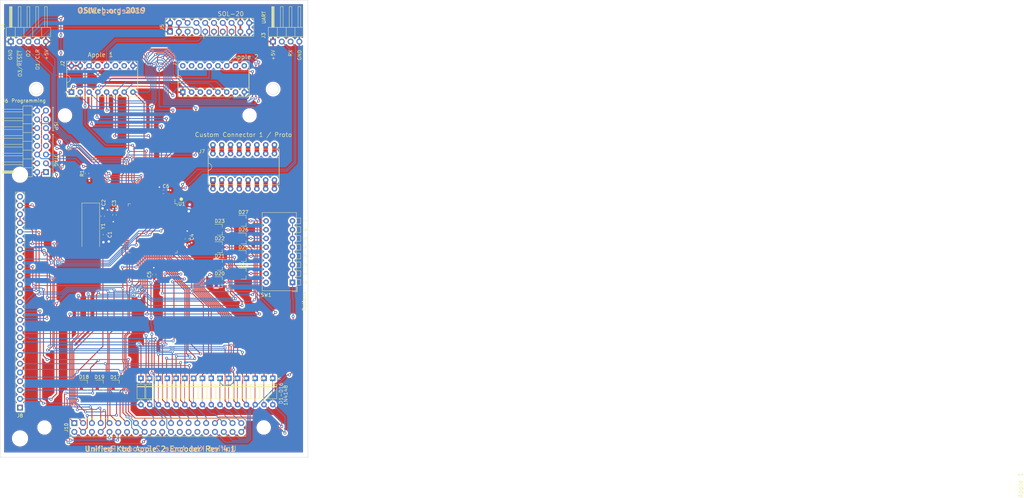
<source format=kicad_pcb>
(kicad_pcb (version 20171130) (host pcbnew "(5.1.6-0-10_14)")
  (title_block (title "Unified Retro Keyboard Apple 2 Encoder") (date 2020-07-23) (rev 4.1))
  (layers (0 F.Cu signal) (31 B.Cu signal) (34 B.Paste user) (35 F.Paste user) (36 B.SilkS user) (37 F.SilkS user) (38 B.Mask user) (39 F.Mask user) (44 Edge.Cuts user))
  (net 0 "")
  (net 1 GND)
  (net 2 /Row3)
  (net 3 /Row0)
  (net 4 /Row1)
  (net 5 /Row4)
  (net 6 /Row5)
  (net 7 /Row7)
  (net 8 /D7)
  (net 9 /D1)
  (net 10 /D2)
  (net 11 /D3)
  (net 12 /D4)
  (net 13 /D5)
  (net 14 /D6)
  (net 15 /Col0)
  (net 16 /Col1)
  (net 17 /Col2)
  (net 18 /Col3)
  (net 19 /Col4)
  (net 20 /Col5)
  (net 21 /Col6)
  (net 22 /Col7)
  (net 23 /Row6)
  (net 24 /Row2)
  (net 25 /D0)
  (net 26 /~STROBE)
  (net 27 /Row10)
  (net 28 /Row9)
  (net 29 /Row8)
  (net 30 /Row15)
  (net 31 /Row14)
  (net 32 /Row13)
  (net 33 /Row12)
  (net 34 /Row11)
  (net 35 /Tx)
  (net 36 /Rx)
  (net 37 "Net-(D11-Pad1)")
  (net 38 "Net-(D12-Pad1)")
  (net 39 "Net-(D13-Pad1)")
  (net 40 "Net-(D14-Pad1)")
  (net 41 "Net-(D15-Pad1)")
  (net 42 "Net-(D16-Pad1)")
  (net 43 "Net-(D20-Pad1)")
  (net 44 "Net-(D24-Pad1)")
  (net 45 "Net-(D25-Pad1)")
  (net 46 "Net-(D26-Pad1)")
  (net 47 "Net-(D4-Pad1)")
  (net 48 "Net-(D5-Pad1)")
  (net 49 "Net-(D6-Pad1)")
  (net 50 "Net-(D7-Pad1)")
  (net 51 "Net-(D8-Pad1)")
  (net 52 "Net-(D9-Pad1)")
  (net 53 "Net-(D10-Pad1)")
  (net 54 "Net-(D27-Pad1)")
  (net 55 /LED1)
  (net 56 /OUT1)
  (net 57 /OUT2)
  (net 58 /OUT3)
  (net 59 /LED3)
  (net 60 /LED2)
  (net 61 "Net-(C1-Pad1)")
  (net 62 "Net-(C2-Pad1)")
  (net 63 "Net-(D21-Pad1)")
  (net 64 "Net-(D22-Pad1)")
  (net 65 "Net-(D23-Pad1)")
  (net 66 "Net-(J1-Pad9)")
  (net 67 "Net-(J1-Pad4)")
  (net 68 "Net-(J1-Pad14)")
  (net 69 "Net-(J1-Pad15)")
  (net 70 "Net-(J1-Pad16)")
  (net 71 "Net-(J2-Pad10)")
  (net 72 "Net-(J2-Pad11)")
  (net 73 "Net-(J2-Pad13)")
  (net 74 "Net-(U1-Pad98)")
  (net 75 "Net-(U1-Pad97)")
  (net 76 "Net-(U1-Pad96)")
  (net 77 "Net-(U1-Pad95)")
  (net 78 "Net-(U1-Pad94)")
  (net 79 "Net-(U1-Pad89)")
  (net 80 "Net-(U1-Pad88)")
  (net 81 "Net-(U1-Pad87)")
  (net 82 "Net-(U1-Pad86)")
  (net 83 "Net-(U1-Pad85)")
  (net 84 "Net-(U1-Pad84)")
  (net 85 "Net-(U1-Pad83)")
  (net 86 "Net-(U1-Pad82)")
  (net 87 "Net-(U1-Pad70)")
  (net 88 "Net-(U1-Pad52)")
  (net 89 "Net-(U1-Pad51)")
  (net 90 "Net-(U1-Pad47)")
  (net 91 "Net-(U1-Pad46)")
  (net 92 "Net-(U1-Pad45)")
  (net 93 "Net-(U1-Pad44)")
  (net 94 "Net-(U1-Pad43)")
  (net 95 "Net-(U1-Pad42)")
  (net 96 "Net-(U1-Pad41)")
  (net 97 "Net-(U1-Pad40)")
  (net 98 "Net-(U1-Pad39)")
  (net 99 "Net-(U1-Pad38)")
  (net 100 "Net-(U1-Pad37)")
  (net 101 "Net-(U1-Pad36)")
  (net 102 "Net-(U1-Pad35)")
  (net 103 "Net-(U1-Pad29)")
  (net 104 "Net-(U1-Pad28)")
  (net 105 "Net-(U1-Pad19)")
  (net 106 "Net-(U1-Pad9)")
  (net 107 "Net-(U1-Pad8)")
  (net 108 "Net-(U1-Pad7)")
  (net 109 "Net-(U1-Pad6)")
  (net 110 "Net-(U1-Pad5)")
  (net 111 "Net-(U1-Pad4)")
  (net 112 "Net-(U1-Pad1)")
  (net 113 VCC)
  (net 114 "Net-(J8-Pad1)")
  (net 115 /TDI)
  (net 116 "Net-(J6-Pad8)")
  (net 117 "Net-(J6-Pad7)")
  (net 118 /~RESET)
  (net 119 /TMS)
  (net 120 /TDO)
  (net 121 /TCK)
  (net 122 "Net-(D1-Pad1)")
  (net 123 "Net-(D2-Pad1)")
  (net 124 "Net-(D3-Pad1)")
  (net 125 "Net-(D17-Pad2)")
  (net 126 "Net-(D18-Pad2)")
  (net 127 "Net-(D19-Pad2)")
  (net 128 "Net-(J7-Pad1)")
  (net 129 "Net-(J7-Pad9)")
  (net 130 "Net-(J7-Pad2)")
  (net 131 "Net-(J7-Pad10)")
  (net 132 "Net-(J7-Pad3)")
  (net 133 "Net-(J7-Pad11)")
  (net 134 "Net-(J7-Pad4)")
  (net 135 "Net-(J7-Pad12)")
  (net 136 "Net-(J7-Pad5)")
  (net 137 "Net-(J7-Pad13)")
  (net 138 "Net-(J7-Pad6)")
  (net 139 "Net-(J7-Pad14)")
  (net 140 "Net-(J7-Pad7)")
  (net 141 "Net-(J7-Pad15)")
  (net 142 "Net-(J7-Pad8)")
  (net 143 "Net-(J7-Pad16)")
  (net 144 "Net-(J10-Pad32)")
  (net 145 "Net-(J10-Pad30)")
  (net 146 "Net-(J10-Pad28)")
  (net 147 "Net-(J10-Pad26)")
  (net 148 "Net-(J8-Pad25)")
  (net 149 /MOSI)
  (net 150 /SCK)
  (net 151 /MISO)
  (module Diode_SMD:D_SOT-23_ANK (layer F.Cu) (at 188.2394 162.179)
    (fp_text reference D18 (at -0.254 -2.5) (layer F.SilkS))
    (fp_text value 1N4148)
    (pad 1 smd rect (at 1 0) (size 0.9 0.8) (layers F.Cu F.Paste F.Mask) (net 7 /Row7))
    (pad "" smd rect (at -1 0.95) (size 0.9 0.8) (layers F.Cu F.Paste F.Mask))
    (pad 2 smd rect (at -1 -0.95) (size 0.9 0.8) (layers F.Cu F.Paste F.Mask) (net 126 "Net-(D18-Pad2)"))
  )
  (module Diode_SMD:D_SOT-23_ANK (layer F.Cu) (at 192.8368 162.179)
    (fp_text reference D19 (at -0.3556 -2.4892) (layer F.SilkS))
    (fp_text value 1N4148)
    (pad 1 smd rect (at 1 0) (size 0.9 0.8) (layers F.Cu F.Paste F.Mask) (net 4 /Row1))
    (pad "" smd rect (at -1 0.95) (size 0.9 0.8) (layers F.Cu F.Paste F.Mask))
    (pad 2 smd rect (at -1 -0.95) (size 0.9 0.8) (layers F.Cu F.Paste F.Mask) (net 127 "Net-(D19-Pad2)"))
  )
  (module unikbd:D_DO-35_SOD27_P7.62mm_Horizontal_bypassed (layer F.Cu) (at 227.33 160.0724 270)
    (fp_text reference D15 hide)
    (fp_text value 1N4148)
    (fp_poly (pts (xy 7.239 0.127) (xy 0.381 0.127) (xy 0.381 0) (xy 7.239 0)) (layer F.Cu) (width 0.0508))
    (fp_text user K (at 0 -1.8 90) (layer F.SilkS))
    (pad 1 thru_hole rect (at 0 0 270) (size 1.6 1.6) (drill 0.8) (layers *.Cu *.Mask) (net 41 "Net-(D15-Pad1)"))
    (pad 2 thru_hole oval (at 7.62 0 270) (size 1.6 1.6) (drill 0.8) (layers *.Cu *.Mask) (net 33 /Row12))
  )
  (module unikbd:D_DO-35_SOD27_P7.62mm_Horizontal_bypassed (layer F.Cu) (at 229.87 160.0724 270)
    (fp_text reference D6 hide)
    (fp_text value 1N4148)
    (fp_poly (pts (xy 7.239 0.127) (xy 0.381 0.127) (xy 0.381 0) (xy 7.239 0)) (layer F.Cu) (width 0.0508))
    (fp_text user K (at 0 -1.8 90) (layer F.SilkS))
    (pad 1 thru_hole rect (at 0 0 270) (size 1.6 1.6) (drill 0.8) (layers *.Cu *.Mask) (net 49 "Net-(D6-Pad1)"))
    (pad 2 thru_hole oval (at 7.62 0 270) (size 1.6 1.6) (drill 0.8) (layers *.Cu *.Mask) (net 34 /Row11))
  )
  (module unikbd:D_DO-35_SOD27_P7.62mm_Horizontal_bypassed (layer F.Cu) (at 232.41 160.0724 270)
    (fp_text reference D14 hide)
    (fp_text value 1N4148)
    (fp_poly (pts (xy 7.239 0.127) (xy 0.381 0.127) (xy 0.381 0) (xy 7.239 0)) (layer F.Cu) (width 0.0508))
    (fp_text user K (at 0 -1.8 90) (layer F.SilkS))
    (pad 1 thru_hole rect (at 0 0 270) (size 1.6 1.6) (drill 0.8) (layers *.Cu *.Mask) (net 40 "Net-(D14-Pad1)"))
    (pad 2 thru_hole oval (at 7.62 0 270) (size 1.6 1.6) (drill 0.8) (layers *.Cu *.Mask) (net 27 /Row10))
  )
  (module unikbd:D_DO-35_SOD27_P7.62mm_Horizontal_bypassed (layer F.Cu) (at 234.95 160.0724 270)
    (fp_text reference D5 hide)
    (fp_text value 1N4148)
    (fp_poly (pts (xy 7.239 0.127) (xy 0.381 0.127) (xy 0.381 0) (xy 7.239 0)) (layer F.Cu) (width 0.0508))
    (fp_text user K (at 0 -1.8 90) (layer F.SilkS))
    (pad 1 thru_hole rect (at 0 0 270) (size 1.6 1.6) (drill 0.8) (layers *.Cu *.Mask) (net 48 "Net-(D5-Pad1)"))
    (pad 2 thru_hole oval (at 7.62 0 270) (size 1.6 1.6) (drill 0.8) (layers *.Cu *.Mask) (net 28 /Row9))
  )
  (module unikbd:D_DO-35_SOD27_P7.62mm_Horizontal_bypassed (layer F.Cu) (at 237.49 160.0724 270)
    (fp_text reference D13 hide)
    (fp_text value 1N4148)
    (fp_poly (pts (xy 7.239 0.127) (xy 0.381 0.127) (xy 0.381 0) (xy 7.239 0)) (layer F.Cu) (width 0.0508))
    (fp_text user K (at 0 -1.8 90) (layer F.SilkS))
    (pad 1 thru_hole rect (at 0 0 270) (size 1.6 1.6) (drill 0.8) (layers *.Cu *.Mask) (net 39 "Net-(D13-Pad1)"))
    (pad 2 thru_hole oval (at 7.62 0 270) (size 1.6 1.6) (drill 0.8) (layers *.Cu *.Mask) (net 29 /Row8))
  )
  (module unikbd:D_DO-35_SOD27_P7.62mm_Horizontal_bypassed (layer F.Cu) (at 242.57 160.0724 270)
    (fp_text reference D8 hide)
    (fp_text value 1N4148)
    (fp_poly (pts (xy 7.239 0.127) (xy 0.381 0.127) (xy 0.381 0) (xy 7.239 0)) (layer F.Cu) (width 0.0508))
    (fp_text user K (at 0 -1.8 90) (layer F.SilkS))
    (pad 1 thru_hole rect (at 0 0 270) (size 1.6 1.6) (drill 0.8) (layers *.Cu *.Mask) (net 51 "Net-(D8-Pad1)"))
    (pad 2 thru_hole oval (at 7.62 0 270) (size 1.6 1.6) (drill 0.8) (layers *.Cu *.Mask) (net 30 /Row15))
  )
  (module unikbd:D_DO-35_SOD27_P7.62mm_Horizontal_bypassed (layer F.Cu) (at 224.79 160.0724 270)
    (fp_text reference D7 hide)
    (fp_text value 1N4148)
    (fp_poly (pts (xy 7.239 0.127) (xy 0.381 0.127) (xy 0.381 0) (xy 7.239 0)) (layer F.Cu) (width 0.0508))
    (fp_text user K (at 0 -1.8 90) (layer F.SilkS))
    (pad 1 thru_hole rect (at 0 0 270) (size 1.6 1.6) (drill 0.8) (layers *.Cu *.Mask) (net 50 "Net-(D7-Pad1)"))
    (pad 2 thru_hole oval (at 7.62 0 270) (size 1.6 1.6) (drill 0.8) (layers *.Cu *.Mask) (net 32 /Row13))
  )
  (module unikbd:D_DO-35_SOD27_P7.62mm_Horizontal_bypassed (layer F.Cu) (at 222.25 160.0724 270)
    (fp_text reference D16 hide)
    (fp_text value 1N4148)
    (fp_poly (pts (xy 7.239 0.127) (xy 0.381 0.127) (xy 0.381 0) (xy 7.239 0)) (layer F.Cu) (width 0.0508))
    (fp_text user K (at 0 -1.8 90) (layer F.SilkS))
    (pad 1 thru_hole rect (at 0 0 270) (size 1.6 1.6) (drill 0.8) (layers *.Cu *.Mask) (net 42 "Net-(D16-Pad1)"))
    (pad 2 thru_hole oval (at 7.62 0 270) (size 1.6 1.6) (drill 0.8) (layers *.Cu *.Mask) (net 31 /Row14))
  )
  (module unikbd:D_DO-35_SOD27_P7.62mm_Horizontal_bypassed (layer F.Cu) (at 240.03 160.0724 270)
    (fp_text reference D4 hide)
    (fp_text value 1N4148)
    (fp_poly (pts (xy 7.239 0.127) (xy 0.381 0.127) (xy 0.381 0) (xy 7.239 0)) (layer F.Cu) (width 0.0508))
    (fp_text user K (at 0 -1.8 90) (layer F.SilkS))
    (pad 1 thru_hole rect (at 0 0 270) (size 1.6 1.6) (drill 0.8) (layers *.Cu *.Mask) (net 47 "Net-(D4-Pad1)"))
    (pad 2 thru_hole oval (at 7.62 0 270) (size 1.6 1.6) (drill 0.8) (layers *.Cu *.Mask) (net 7 /Row7))
  )
  (module unikbd:D_DO-35_SOD27_P7.62mm_Horizontal_bypassed (layer F.Cu) (at 204.47 160.0724 270)
    (fp_text reference D12 hide)
    (fp_text value 1N4148)
    (fp_poly (pts (xy 7.239 0.127) (xy 0.381 0.127) (xy 0.381 0) (xy 7.239 0)) (layer F.Cu) (width 0.0508))
    (fp_text user K (at 0 -1.8 90) (layer F.SilkS))
    (pad 1 thru_hole rect (at 0 0 270) (size 1.6 1.6) (drill 0.8) (layers *.Cu *.Mask) (net 38 "Net-(D12-Pad1)"))
    (pad 2 thru_hole oval (at 7.62 0 270) (size 1.6 1.6) (drill 0.8) (layers *.Cu *.Mask) (net 23 /Row6))
  )
  (module unikbd:D_DO-35_SOD27_P7.62mm_Horizontal_bypassed (layer F.Cu) (at 209.55 160.0724 270)
    (fp_text reference D11 hide)
    (fp_text value 1N4148)
    (fp_poly (pts (xy 7.239 0.127) (xy 0.381 0.127) (xy 0.381 0) (xy 7.239 0)) (layer F.Cu) (width 0.0508))
    (fp_text user K (at 0 -1.8 90) (layer F.SilkS))
    (pad 1 thru_hole rect (at 0 0 270) (size 1.6 1.6) (drill 0.8) (layers *.Cu *.Mask) (net 37 "Net-(D11-Pad1)"))
    (pad 2 thru_hole oval (at 7.62 0 270) (size 1.6 1.6) (drill 0.8) (layers *.Cu *.Mask) (net 5 /Row4))
  )
  (module unikbd:D_DO-35_SOD27_P7.62mm_Horizontal_bypassed (layer F.Cu) (at 214.63 160.0724 270)
    (fp_text reference D10 hide)
    (fp_text value 1N4148)
    (fp_poly (pts (xy 7.239 0.127) (xy 0.381 0.127) (xy 0.381 0) (xy 7.239 0)) (layer F.Cu) (width 0.0508))
    (fp_text user K (at 0 -1.8 90) (layer F.SilkS))
    (pad 1 thru_hole rect (at 0 0 270) (size 1.6 1.6) (drill 0.8) (layers *.Cu *.Mask) (net 53 "Net-(D10-Pad1)"))
    (pad 2 thru_hole oval (at 7.62 0 270) (size 1.6 1.6) (drill 0.8) (layers *.Cu *.Mask) (net 24 /Row2))
  )
  (module unikbd:D_DO-35_SOD27_P7.62mm_Horizontal_bypassed (layer F.Cu) (at 219.71 160.0724 270)
    (fp_text reference D9 hide)
    (fp_text value 1N4148)
    (fp_poly (pts (xy 7.239 0.127) (xy 0.381 0.127) (xy 0.381 0) (xy 7.239 0)) (layer F.Cu) (width 0.0508))
    (fp_text user K (at 0 -1.8 90) (layer F.SilkS))
    (pad 1 thru_hole rect (at 0 0 270) (size 1.6 1.6) (drill 0.8) (layers *.Cu *.Mask) (net 52 "Net-(D9-Pad1)"))
    (pad 2 thru_hole oval (at 7.62 0 270) (size 1.6 1.6) (drill 0.8) (layers *.Cu *.Mask) (net 3 /Row0))
  )
  (module unikbd:D_DO-35_SOD27_P7.62mm_Horizontal_bypassed (layer F.Cu) (at 207.01 160.0724 270)
    (fp_text reference D3 hide)
    (fp_text value 1N4148)
    (fp_poly (pts (xy 7.239 0.127) (xy 0.381 0.127) (xy 0.381 0) (xy 7.239 0)) (layer F.Cu) (width 0.0508))
    (fp_text user K (at 0 -1.8 90) (layer F.SilkS))
    (pad 1 thru_hole rect (at 0 0 270) (size 1.6 1.6) (drill 0.8) (layers *.Cu *.Mask) (net 124 "Net-(D3-Pad1)"))
    (pad 2 thru_hole oval (at 7.62 0 270) (size 1.6 1.6) (drill 0.8) (layers *.Cu *.Mask) (net 6 /Row5))
  )
  (module unikbd:D_DO-35_SOD27_P7.62mm_Horizontal_bypassed (layer F.Cu) (at 212.09 160.0724 270)
    (fp_text reference D2 hide)
    (fp_text value 1N4148)
    (fp_poly (pts (xy 7.239 0.127) (xy 0.381 0.127) (xy 0.381 0) (xy 7.239 0)) (layer F.Cu) (width 0.0508))
    (fp_text user K (at 0 -1.8 90) (layer F.SilkS))
    (pad 1 thru_hole rect (at 0 0 270) (size 1.6 1.6) (drill 0.8) (layers *.Cu *.Mask) (net 123 "Net-(D2-Pad1)"))
    (pad 2 thru_hole oval (at 7.62 0 270) (size 1.6 1.6) (drill 0.8) (layers *.Cu *.Mask) (net 2 /Row3))
  )
  (module unikbd:D_DO-35_SOD27_P7.62mm_Horizontal_bypassed (layer F.Cu) (at 217.17 160.0724 270)
    (fp_text reference D1 hide)
    (fp_text value 1N4148)
    (fp_poly (pts (xy 7.239 0.127) (xy 0.381 0.127) (xy 0.381 0) (xy 7.239 0)) (layer F.Cu) (width 0.0508))
    (fp_text user K (at 0 -1.8 90) (layer F.SilkS))
    (pad 1 thru_hole rect (at 0 0 270) (size 1.6 1.6) (drill 0.8) (layers *.Cu *.Mask) (net 122 "Net-(D1-Pad1)"))
    (pad 2 thru_hole oval (at 7.62 0 270) (size 1.6 1.6) (drill 0.8) (layers *.Cu *.Mask) (net 4 /Row1))
  )
  (module Diode_SMD:D_SOT-23_ANK (layer F.Cu) (at 197.4342 162.179)
    (fp_text reference D17 (at -0.381 -2.4384) (layer F.SilkS))
    (fp_text value 1N4148)
    (pad 1 smd rect (at 1 0) (size 0.9 0.8) (layers F.Cu F.Paste F.Mask) (net 3 /Row0))
    (pad "" smd rect (at -1 0.95) (size 0.9 0.8) (layers F.Cu F.Paste F.Mask))
    (pad 2 smd rect (at -1 -0.95) (size 0.9 0.8) (layers F.Cu F.Paste F.Mask) (net 125 "Net-(D17-Pad2)"))
  )
  (module Crystal:Crystal_SMD_HC49-SD (layer F.Cu) (at 189.9666 116.1288 270)
    (fp_text reference Y1 (at 0 -3.55 90) (layer F.SilkS))
    (fp_text value "16.000 MHz")
    (pad 1 smd rect (at -4.25 0 270) (size 4.5 2) (layers F.Cu F.Paste F.Mask) (net 62 "Net-(C2-Pad1)"))
    (pad 2 smd rect (at 4.25 0 270) (size 4.5 2) (layers F.Cu F.Paste F.Mask) (net 61 "Net-(C1-Pad1)"))
  )
  (module Capacitor_SMD:C_0603_1608Metric (layer F.Cu) (at 196.8246 112.8522 270)
    (fp_text reference C3 (at -3.3274 0.1016 90) (layer F.SilkS))
    (fp_text value "0.1 uF")
    (pad 1 smd roundrect (at -0.7875 0 270) (size 0.875 0.95) (layers F.Cu F.Paste F.Mask) (net 113 VCC))
    (pad 2 smd roundrect (at 0.7875 0 270) (size 0.875 0.95) (layers F.Cu F.Paste F.Mask) (net 1 GND))
  )
  (module Resistor_SMD:R_0603_1608Metric (layer F.Cu) (at 188.8744 100.8634 90)
    (fp_text reference R1 (at 0 -1.43 90) (layer F.SilkS))
    (fp_text value 10k)
    (pad 2 smd roundrect (at 0.7875 0 90) (size 0.875 0.95) (layers F.Cu F.Paste F.Mask) (net 118 /~RESET))
    (pad 1 smd roundrect (at -0.7875 0 90) (size 0.875 0.95) (layers F.Cu F.Paste F.Mask) (net 113 VCC))
  )
  (module Capacitor_SMD:C_0603_1608Metric (layer F.Cu) (at 210.9724 106.1974 180)
    (fp_text reference C6 (at -0.7366 1.6256) (layer F.SilkS))
    (fp_text value "0.1 uF")
    (pad 2 smd roundrect (at 0.7875 0 180) (size 0.875 0.95) (layers F.Cu F.Paste F.Mask) (net 1 GND))
    (pad 1 smd roundrect (at -0.7875 0 180) (size 0.875 0.95) (layers F.Cu F.Paste F.Mask) (net 113 VCC))
  )
  (module Capacitor_SMD:C_0603_1608Metric (layer F.Cu) (at 208.3054 130.0988 90)
    (fp_text reference C5 (at 0 -1.43 90) (layer F.SilkS))
    (fp_text value "0.1 uF")
    (pad 2 smd roundrect (at 0.7875 0 90) (size 0.875 0.95) (layers F.Cu F.Paste F.Mask) (net 1 GND))
    (pad 1 smd roundrect (at -0.7875 0 90) (size 0.875 0.95) (layers F.Cu F.Paste F.Mask) (net 113 VCC))
  )
  (module Capacitor_SMD:C_0603_1608Metric (layer F.Cu) (at 217.7542 119.761 90)
    (fp_text reference C4 (at 0.4826 1.4478 90) (layer F.SilkS))
    (fp_text value "0.1 uF")
    (pad 2 smd roundrect (at 0.7875 0 90) (size 0.875 0.95) (layers F.Cu F.Paste F.Mask) (net 1 GND))
    (pad 1 smd roundrect (at -0.7875 0 90) (size 0.875 0.95) (layers F.Cu F.Paste F.Mask) (net 113 VCC))
  )
  (module Capacitor_SMD:C_0603_1608Metric (layer F.Cu) (at 193.421 113.2331 90)
    (fp_text reference C2 (at 3.8861 0.254 90) (layer F.SilkS))
    (fp_text value 36pf)
    (pad 2 smd roundrect (at 0.7875 0 90) (size 0.875 0.95) (layers F.Cu F.Paste F.Mask) (net 1 GND))
    (pad 1 smd roundrect (at -0.7875 0 90) (size 0.875 0.95) (layers F.Cu F.Paste F.Mask) (net 62 "Net-(C2-Pad1)"))
  )
  (module Capacitor_SMD:C_0603_1608Metric (layer F.Cu) (at 194.056 118.5672 270)
    (fp_text reference C1 (at 0 -1.43 90) (layer F.SilkS))
    (fp_text value 36pf)
    (pad 2 smd roundrect (at 0.7875 0 270) (size 0.875 0.95) (layers F.Cu F.Paste F.Mask) (net 1 GND))
    (pad 1 smd roundrect (at -0.7875 0 270) (size 0.875 0.95) (layers F.Cu F.Paste F.Mask) (net 61 "Net-(C1-Pad1)"))
  )
  (module Diode_SMD:D_SOT-23_ANK (layer F.Cu) (at 234.0888 114.581)
    (fp_text reference D27 (at 0 -2.5) (layer F.SilkS))
    (fp_text value 1N4148)
    (pad 2 smd rect (at -1 -0.95) (size 0.9 0.8) (layers F.Cu F.Paste F.Mask) (net 22 /Col7))
    (pad "" smd rect (at -1 0.95) (size 0.9 0.8) (layers F.Cu F.Paste F.Mask))
    (pad 1 smd rect (at 1 0) (size 0.9 0.8) (layers F.Cu F.Paste F.Mask) (net 54 "Net-(D27-Pad1)"))
  )
  (module Diode_SMD:D_SOT-23_ANK (layer F.Cu) (at 234.0888 119.661)
    (fp_text reference D26 (at 0 -2.5) (layer F.SilkS))
    (fp_text value 1N4148)
    (pad 2 smd rect (at -1 -0.95) (size 0.9 0.8) (layers F.Cu F.Paste F.Mask) (net 20 /Col5))
    (pad "" smd rect (at -1 0.95) (size 0.9 0.8) (layers F.Cu F.Paste F.Mask))
    (pad 1 smd rect (at 1 0) (size 0.9 0.8) (layers F.Cu F.Paste F.Mask) (net 46 "Net-(D26-Pad1)"))
  )
  (module Diode_SMD:D_SOT-23_ANK (layer F.Cu) (at 234.0888 124.741)
    (fp_text reference D25 (at 0 -2.5) (layer F.SilkS))
    (fp_text value 1N4148)
    (pad 2 smd rect (at -1 -0.95) (size 0.9 0.8) (layers F.Cu F.Paste F.Mask) (net 18 /Col3))
    (pad "" smd rect (at -1 0.95) (size 0.9 0.8) (layers F.Cu F.Paste F.Mask))
    (pad 1 smd rect (at 1 0) (size 0.9 0.8) (layers F.Cu F.Paste F.Mask) (net 45 "Net-(D25-Pad1)"))
  )
  (module Diode_SMD:D_SOT-23_ANK (layer F.Cu) (at 234.0888 129.821)
    (fp_text reference D24 (at 0 -2.5) (layer F.SilkS))
    (fp_text value 1N4148)
    (pad 2 smd rect (at -1 -0.95) (size 0.9 0.8) (layers F.Cu F.Paste F.Mask) (net 16 /Col1))
    (pad "" smd rect (at -1 0.95) (size 0.9 0.8) (layers F.Cu F.Paste F.Mask))
    (pad 1 smd rect (at 1 0) (size 0.9 0.8) (layers F.Cu F.Paste F.Mask) (net 44 "Net-(D24-Pad1)"))
  )
  (module Diode_SMD:D_SOT-23_ANK (layer F.Cu) (at 227.2308 117.121)
    (fp_text reference D23 (at 0 -2.5) (layer F.SilkS))
    (fp_text value 1N4148)
    (pad 2 smd rect (at -1 -0.95) (size 0.9 0.8) (layers F.Cu F.Paste F.Mask) (net 21 /Col6))
    (pad "" smd rect (at -1 0.95) (size 0.9 0.8) (layers F.Cu F.Paste F.Mask))
    (pad 1 smd rect (at 1 0) (size 0.9 0.8) (layers F.Cu F.Paste F.Mask) (net 65 "Net-(D23-Pad1)"))
  )
  (module Diode_SMD:D_SOT-23_ANK (layer F.Cu) (at 227.2308 122.184066)
    (fp_text reference D22 (at 0 -2.5) (layer F.SilkS))
    (fp_text value 1N4148)
    (pad 2 smd rect (at -1 -0.95) (size 0.9 0.8) (layers F.Cu F.Paste F.Mask) (net 19 /Col4))
    (pad "" smd rect (at -1 0.95) (size 0.9 0.8) (layers F.Cu F.Paste F.Mask))
    (pad 1 smd rect (at 1 0) (size 0.9 0.8) (layers F.Cu F.Paste F.Mask) (net 64 "Net-(D22-Pad1)"))
  )
  (module Diode_SMD:D_SOT-23_ANK (layer F.Cu) (at 227.2308 127.247132)
    (fp_text reference D21 (at 0 -2.5) (layer F.SilkS))
    (fp_text value 1N4148)
    (pad 2 smd rect (at -1 -0.95) (size 0.9 0.8) (layers F.Cu F.Paste F.Mask) (net 17 /Col2))
    (pad "" smd rect (at -1 0.95) (size 0.9 0.8) (layers F.Cu F.Paste F.Mask))
    (pad 1 smd rect (at 1 0) (size 0.9 0.8) (layers F.Cu F.Paste F.Mask) (net 63 "Net-(D21-Pad1)"))
  )
  (module Diode_SMD:D_SOT-23_ANK (layer F.Cu) (at 227.2308 132.3102)
    (fp_text reference D20 (at 0 -2.5) (layer F.SilkS))
    (fp_text value 1N4148)
    (pad 2 smd rect (at -1 -0.95) (size 0.9 0.8) (layers F.Cu F.Paste F.Mask) (net 15 /Col0))
    (pad "" smd rect (at -1 0.95) (size 0.9 0.8) (layers F.Cu F.Paste F.Mask))
    (pad 1 smd rect (at 1 0) (size 0.9 0.8) (layers F.Cu F.Paste F.Mask) (net 43 "Net-(D20-Pad1)"))
  )
  (module unikbd:kbd_header_and_mounting_holes (layer F.Cu) (at 185.397 175.5918 90)
    (fp_text reference J10 (at 1.2954 -2.5078 90) (layer F.SilkS))
    (fp_text value Keyboard)
    (pad 1 thru_hole rect (at 2.5654 -0.1778 90) (size 1.7 1.7) (drill 1) (layers *.Cu *.Mask) (net 22 /Col7))
    (pad 2 thru_hole oval (at 0.0254 -0.1778 90) (size 1.7 1.7) (drill 1) (layers *.Cu *.Mask) (net 15 /Col0))
    (pad 3 thru_hole oval (at 2.5654 2.3622 90) (size 1.7 1.7) (drill 1) (layers *.Cu *.Mask) (net 21 /Col6))
    (pad 4 thru_hole oval (at 0.0254 2.3622 90) (size 1.7 1.7) (drill 1) (layers *.Cu *.Mask) (net 125 "Net-(D17-Pad2)"))
    (pad 5 thru_hole oval (at 2.5654 4.9022 90) (size 1.7 1.7) (drill 1) (layers *.Cu *.Mask) (net 20 /Col5))
    (pad 6 thru_hole oval (at 0.0254 4.9022 90) (size 1.7 1.7) (drill 1) (layers *.Cu *.Mask) (net 113 VCC))
    (pad 7 thru_hole oval (at 2.5654 7.4422 90) (size 1.7 1.7) (drill 1) (layers *.Cu *.Mask) (net 19 /Col4))
    (pad 8 thru_hole oval (at 0.0254 7.4422 90) (size 1.7 1.7) (drill 1) (layers *.Cu *.Mask) (net 55 /LED1))
    (pad 9 thru_hole oval (at 2.5654 9.9822 90) (size 1.7 1.7) (drill 1) (layers *.Cu *.Mask) (net 18 /Col3))
    (pad 10 thru_hole oval (at 0.0254 9.9822 90) (size 1.7 1.7) (drill 1) (layers *.Cu *.Mask) (net 15 /Col0))
    (pad 11 thru_hole oval (at 2.5654 12.5222 90) (size 1.7 1.7) (drill 1) (layers *.Cu *.Mask) (net 17 /Col2))
    (pad 12 thru_hole oval (at 0.0254 12.5222 90) (size 1.7 1.7) (drill 1) (layers *.Cu *.Mask) (net 126 "Net-(D18-Pad2)"))
    (pad 13 thru_hole oval (at 2.5654 15.0622 90) (size 1.7 1.7) (drill 1) (layers *.Cu *.Mask) (net 16 /Col1))
    (pad 14 thru_hole oval (at 0.0254 15.0622 90) (size 1.7 1.7) (drill 1) (layers *.Cu *.Mask) (net 113 VCC))
    (pad 15 thru_hole oval (at 2.5654 17.6022 90) (size 1.7 1.7) (drill 1) (layers *.Cu *.Mask) (net 15 /Col0))
    (pad 16 thru_hole oval (at 0.0254 17.6022 90) (size 1.7 1.7) (drill 1) (layers *.Cu *.Mask) (net 60 /LED2))
    (pad 17 thru_hole oval (at 2.5654 20.1422 90) (size 1.7 1.7) (drill 1) (layers *.Cu *.Mask) (net 7 /Row7))
    (pad 18 thru_hole oval (at 0.0254 20.1422 90) (size 1.7 1.7) (drill 1) (layers *.Cu *.Mask) (net 15 /Col0))
    (pad 19 thru_hole oval (at 2.5654 22.6822 90) (size 1.7 1.7) (drill 1) (layers *.Cu *.Mask) (net 23 /Row6))
    (pad 20 thru_hole oval (at 0.0254 22.6822 90) (size 1.7 1.7) (drill 1) (layers *.Cu *.Mask) (net 127 "Net-(D19-Pad2)"))
    (pad 21 thru_hole oval (at 2.5654 25.2222 90) (size 1.7 1.7) (drill 1) (layers *.Cu *.Mask) (net 6 /Row5))
    (pad 22 thru_hole oval (at 0.0254 25.2222 90) (size 1.7 1.7) (drill 1) (layers *.Cu *.Mask) (net 113 VCC))
    (pad 23 thru_hole oval (at 2.5654 27.7622 90) (size 1.7 1.7) (drill 1) (layers *.Cu *.Mask) (net 5 /Row4))
    (pad 24 thru_hole oval (at 0.0254 27.7622 90) (size 1.7 1.7) (drill 1) (layers *.Cu *.Mask) (net 59 /LED3))
    (pad 25 thru_hole oval (at 2.5654 30.3022 90) (size 1.7 1.7) (drill 1) (layers *.Cu *.Mask) (net 2 /Row3))
    (pad 26 thru_hole oval (at 0.0254 30.3022 90) (size 1.7 1.7) (drill 1) (layers *.Cu *.Mask) (net 147 "Net-(J10-Pad26)"))
    (pad 27 thru_hole oval (at 2.5654 32.8422 90) (size 1.7 1.7) (drill 1) (layers *.Cu *.Mask) (net 24 /Row2))
    (pad 28 thru_hole oval (at 0.0254 32.8422 90) (size 1.7 1.7) (drill 1) (layers *.Cu *.Mask) (net 146 "Net-(J10-Pad28)"))
    (pad 29 thru_hole oval (at 2.5654 35.3822 90) (size 1.7 1.7) (drill 1) (layers *.Cu *.Mask) (net 4 /Row1))
    (pad 30 thru_hole oval (at 0.0254 35.3822 90) (size 1.7 1.7) (drill 1) (layers *.Cu *.Mask) (net 145 "Net-(J10-Pad30)"))
    (pad 31 thru_hole oval (at 2.5654 37.9222 90) (size 1.7 1.7) (drill 1) (layers *.Cu *.Mask) (net 3 /Row0))
    (pad 32 thru_hole oval (at 0.0254 37.9222 90) (size 1.7 1.7) (drill 1) (layers *.Cu *.Mask) (net 144 "Net-(J10-Pad32)"))
    (pad 33 thru_hole oval (at 2.5654 40.4622 90) (size 1.7 1.7) (drill 1) (layers *.Cu *.Mask) (net 30 /Row15))
    (pad 34 thru_hole oval (at 0.0254 40.4622 90) (size 1.7 1.7) (drill 1) (layers *.Cu *.Mask) (net 29 /Row8))
    (pad 35 thru_hole oval (at 2.5654 43.0022 90) (size 1.7 1.7) (drill 1) (layers *.Cu *.Mask) (net 31 /Row14))
    (pad 36 thru_hole oval (at 0.0254 43.0022 90) (size 1.7 1.7) (drill 1) (layers *.Cu *.Mask) (net 28 /Row9))
    (pad 37 thru_hole oval (at 2.5654 45.5422 90) (size 1.7 1.7) (drill 1) (layers *.Cu *.Mask) (net 32 /Row13))
    (pad 38 thru_hole oval (at 0.0254 45.5422 90) (size 1.7 1.7) (drill 1) (layers *.Cu *.Mask) (net 27 /Row10))
    (pad 39 thru_hole oval (at 2.5654 48.0822 90) (size 1.7 1.7) (drill 1) (layers *.Cu *.Mask) (net 33 /Row12))
    (pad 40 thru_hole oval (at 0.0254 48.0822 90) (size 1.7 1.7) (drill 1) (layers *.Cu *.Mask) (net 34 /Row11))
    (pad "" np_thru_hole circle (at 1.2954 54.5606 90) (size 3.175 3.175) (drill 3.175) (layers *.Cu *.Mask))
    (pad "" np_thru_hole circle (at 1.2954 -8.8124 90) (size 3.175 3.175) (drill 3.175) (layers *.Cu *.Mask))
    (pad "" np_thru_hole circle (at 91.4924 -2.8688 90) (size 3.175 3.175) (drill 3.175) (layers *.Cu *.Mask))
    (pad "" np_thru_hole circle (at 91.4924 50.4712 90) (size 3.175 3.175) (drill 3.175) (layers *.Cu *.Mask))
  )
  (module Connector_PinHeader_2.54mm:PinHeader_1x25_P2.54mm_Vertical (layer F.Cu) (at 169.522 168.556 180)
    (fp_text reference J8 (at 0 -2.33) (layer F.SilkS))
    (fp_text value "Apple II Matrix")
    (pad 25 thru_hole oval (at 0 60.96 180) (size 1.7 1.7) (drill 1) (layers *.Cu *.Mask) (net 148 "Net-(J8-Pad25)"))
    (pad 24 thru_hole oval (at 0 58.42 180) (size 1.7 1.7) (drill 1) (layers *.Cu *.Mask) (net 16 /Col1))
    (pad 23 thru_hole oval (at 0 55.88 180) (size 1.7 1.7) (drill 1) (layers *.Cu *.Mask) (net 34 /Row11))
    (pad 22 thru_hole oval (at 0 53.34 180) (size 1.7 1.7) (drill 1) (layers *.Cu *.Mask) (net 34 /Row11))
    (pad 21 thru_hole oval (at 0 50.8 180) (size 1.7 1.7) (drill 1) (layers *.Cu *.Mask) (net 17 /Col2))
    (pad 20 thru_hole oval (at 0 48.26 180) (size 1.7 1.7) (drill 1) (layers *.Cu *.Mask) (net 34 /Row11))
    (pad 19 thru_hole oval (at 0 45.72 180) (size 1.7 1.7) (drill 1) (layers *.Cu *.Mask) (net 18 /Col3))
    (pad 18 thru_hole oval (at 0 43.18 180) (size 1.7 1.7) (drill 1) (layers *.Cu *.Mask) (net 27 /Row10))
    (pad 17 thru_hole oval (at 0 40.64 180) (size 1.7 1.7) (drill 1) (layers *.Cu *.Mask) (net 15 /Col0))
    (pad 16 thru_hole oval (at 0 38.1 180) (size 1.7 1.7) (drill 1) (layers *.Cu *.Mask) (net 28 /Row9))
    (pad 15 thru_hole oval (at 0 35.56 180) (size 1.7 1.7) (drill 1) (layers *.Cu *.Mask) (net 7 /Row7))
    (pad 14 thru_hole oval (at 0 33.02 180) (size 1.7 1.7) (drill 1) (layers *.Cu *.Mask) (net 16 /Col1))
    (pad 13 thru_hole oval (at 0 30.48 180) (size 1.7 1.7) (drill 1) (layers *.Cu *.Mask) (net 17 /Col2))
    (pad 12 thru_hole oval (at 0 27.94 180) (size 1.7 1.7) (drill 1) (layers *.Cu *.Mask) (net 23 /Row6))
    (pad 11 thru_hole oval (at 0 25.4 180) (size 1.7 1.7) (drill 1) (layers *.Cu *.Mask) (net 18 /Col3))
    (pad 10 thru_hole oval (at 0 22.86 180) (size 1.7 1.7) (drill 1) (layers *.Cu *.Mask) (net 6 /Row5))
    (pad 9 thru_hole oval (at 0 20.32 180) (size 1.7 1.7) (drill 1) (layers *.Cu *.Mask) (net 5 /Row4))
    (pad 8 thru_hole oval (at 0 17.78 180) (size 1.7 1.7) (drill 1) (layers *.Cu *.Mask) (net 2 /Row3))
    (pad 7 thru_hole oval (at 0 15.24 180) (size 1.7 1.7) (drill 1) (layers *.Cu *.Mask) (net 24 /Row2))
    (pad 6 thru_hole oval (at 0 12.7 180) (size 1.7 1.7) (drill 1) (layers *.Cu *.Mask) (net 4 /Row1))
    (pad 5 thru_hole oval (at 0 10.16 180) (size 1.7 1.7) (drill 1) (layers *.Cu *.Mask) (net 3 /Row0))
    (pad 4 thru_hole oval (at 0 7.62 180) (size 1.7 1.7) (drill 1) (layers *.Cu *.Mask) (net 55 /LED1))
    (pad 3 thru_hole oval (at 0 5.08 180) (size 1.7 1.7) (drill 1) (layers *.Cu *.Mask) (net 15 /Col0))
    (pad 2 thru_hole oval (at 0 2.54 180) (size 1.7 1.7) (drill 1) (layers *.Cu *.Mask) (net 19 /Col4))
    (pad 1 thru_hole rect (at 0 0 180) (size 1.7 1.7) (drill 1) (layers *.Cu *.Mask) (net 114 "Net-(J8-Pad1)"))
  )
  (module MountingHole:MountingHole_3.7mm (layer F.Cu) (at 169.522 177.446)
    (fp_text reference MH2 hide)
    (fp_text value "Apple II" hide)
    (pad 1 np_thru_hole circle (at 0 0) (size 3.7 3.7) (drill 3.7) (layers *.Cu *.Mask))
  )
  (module MountingHole:MountingHole_3.7mm (layer F.Cu) (at 169.522 101.246)
    (fp_text reference MH1 hide)
    (fp_text value "Apple II" hide)
    (pad 1 np_thru_hole circle (at 0 0) (size 3.7 3.7) (drill 3.7) (layers *.Cu *.Mask))
  )
  (module Connector_PinHeader_2.54mm:PinHeader_2x08_P2.54mm_Horizontal (layer F.Cu) (at 177.015 100.484 180)
    (fp_text reference J6 (at 11.7475 20.574) (layer F.SilkS))
    (fp_text value Programming (at 5.0165 20.6375) (layer F.SilkS))
    (pad 16 thru_hole oval (at 2.54 17.78 180) (size 1.7 1.7) (drill 1) (layers *.Cu *.Mask) (net 1 GND))
    (pad 15 thru_hole oval (at 0 17.78 180) (size 1.7 1.7) (drill 1) (layers *.Cu *.Mask) (net 118 /~RESET))
    (pad 14 thru_hole oval (at 2.54 15.24 180) (size 1.7 1.7) (drill 1) (layers *.Cu *.Mask) (net 149 /MOSI))
    (pad 13 thru_hole oval (at 0 15.24 180) (size 1.7 1.7) (drill 1) (layers *.Cu *.Mask) (net 150 /SCK))
    (pad 12 thru_hole oval (at 2.54 12.7 180) (size 1.7 1.7) (drill 1) (layers *.Cu *.Mask) (net 113 VCC))
    (pad 11 thru_hole oval (at 0 12.7 180) (size 1.7 1.7) (drill 1) (layers *.Cu *.Mask) (net 151 /MISO))
    (pad 10 thru_hole oval (at 2.54 10.16 180) (size 1.7 1.7) (drill 1) (layers *.Cu *.Mask) (net 1 GND))
    (pad 9 thru_hole oval (at 0 10.16 180) (size 1.7 1.7) (drill 1) (layers *.Cu *.Mask) (net 115 /TDI))
    (pad 8 thru_hole oval (at 2.54 7.62 180) (size 1.7 1.7) (drill 1) (layers *.Cu *.Mask) (net 116 "Net-(J6-Pad8)"))
    (pad 7 thru_hole oval (at 0 7.62 180) (size 1.7 1.7) (drill 1) (layers *.Cu *.Mask) (net 117 "Net-(J6-Pad7)"))
    (pad 6 thru_hole oval (at 2.54 5.08 180) (size 1.7 1.7) (drill 1) (layers *.Cu *.Mask) (net 118 /~RESET))
    (pad 5 thru_hole oval (at 0 5.08 180) (size 1.7 1.7) (drill 1) (layers *.Cu *.Mask) (net 119 /TMS))
    (pad 4 thru_hole oval (at 2.54 2.54 180) (size 1.7 1.7) (drill 1) (layers *.Cu *.Mask) (net 113 VCC))
    (pad 3 thru_hole oval (at 0 2.54 180) (size 1.7 1.7) (drill 1) (layers *.Cu *.Mask) (net 120 /TDO))
    (pad 2 thru_hole oval (at 2.54 0 180) (size 1.7 1.7) (drill 1) (layers *.Cu *.Mask) (net 1 GND))
    (pad 1 thru_hole rect (at 0 0 180) (size 1.7 1.7) (drill 1) (layers *.Cu *.Mask) (net 121 /TCK))
  )
  (module "" (layer F.Cu) (at 230.355 88.165)
    (fp_text reference "" (at 225.275 102.77) (layer F.SilkS) (effects (font (size 1.27 1.27))))
    (fp_text value "" (at 225.275 102.77) (layer F.SilkS) (effects (font (size 1.27 1.27))))
    (fp_text user "Apple 1" (at 228.323 102.77 90) (layer F.SilkS) (effects (font (size 1.27 1.27))))
  )
  (module unikbd:DIP-16_W7.62mm_Proto (layer F.Cu) (at 225.275 102.77 90)
    (fp_text reference J7 (at 8.255 -3.175 180) (layer F.SilkS))
    (fp_text value "Custom Connector 1 / Proto" (at 13.081 8.8265) (layer F.SilkS) (effects (font (size 1.27 1.27))))
    (fp_line (start 0 17.78) (end -2.54 17.78) (layer F.Cu) (width 1.27))
    (fp_line (start 0 15.24) (end -2.54 15.24) (layer F.Cu) (width 1.27))
    (fp_line (start 0 12.7) (end -2.54 12.7) (layer F.Cu) (width 1.27))
    (fp_line (start 0 10.16) (end -2.54 10.16) (layer F.Cu) (width 1.27))
    (fp_line (start 0 7.62) (end -2.54 7.62) (layer F.Cu) (width 1.27))
    (fp_line (start 0 5.08) (end -2.54 5.08) (layer F.Cu) (width 1.27))
    (fp_line (start 0 2.54) (end -2.54 2.54) (layer F.Cu) (width 1.27))
    (fp_line (start 0 0) (end -2.54 0) (layer F.Cu) (width 1.27))
    (fp_line (start 10.16 0) (end 7.62 0) (layer F.Cu) (width 1.27))
    (fp_line (start 10.16 2.54) (end 7.62 2.54) (layer F.Cu) (width 1.27))
    (fp_line (start 10.16 5.08) (end 7.62 5.08) (layer F.Cu) (width 1.27))
    (fp_line (start 10.16 7.62) (end 7.62 7.62) (layer F.Cu) (width 1.27))
    (fp_line (start 10.16 10.16) (end 7.62 10.16) (layer F.Cu) (width 1.27))
    (fp_line (start 10.16 12.7) (end 7.62 12.7) (layer F.Cu) (width 1.27))
    (fp_line (start 10.16 15.24) (end 7.62 15.24) (layer F.Cu) (width 1.27))
    (fp_line (start 10.16 17.78) (end 7.62 17.78) (layer F.Cu) (width 1.27))
    (pad 16 thru_hole oval (at 7.62 0 90) (size 1.6 1.6) (drill 0.8) (layers *.Cu *.Mask) (net 143 "Net-(J7-Pad16)"))
    (pad 8 thru_hole oval (at 0 17.78 90) (size 1.6 1.6) (drill 0.8) (layers *.Cu *.Mask) (net 142 "Net-(J7-Pad8)"))
    (pad 15 thru_hole oval (at 7.62 2.54 90) (size 1.6 1.6) (drill 0.8) (layers *.Cu *.Mask) (net 141 "Net-(J7-Pad15)"))
    (pad 7 thru_hole oval (at 0 15.24 90) (size 1.6 1.6) (drill 0.8) (layers *.Cu *.Mask) (net 140 "Net-(J7-Pad7)"))
    (pad 14 thru_hole oval (at 7.62 5.08 90) (size 1.6 1.6) (drill 0.8) (layers *.Cu *.Mask) (net 139 "Net-(J7-Pad14)"))
    (pad 6 thru_hole oval (at 0 12.7 90) (size 1.6 1.6) (drill 0.8) (layers *.Cu *.Mask) (net 138 "Net-(J7-Pad6)"))
    (pad 13 thru_hole oval (at 7.62 7.62 90) (size 1.6 1.6) (drill 0.8) (layers *.Cu *.Mask) (net 137 "Net-(J7-Pad13)"))
    (pad 5 thru_hole oval (at 0 10.16 90) (size 1.6 1.6) (drill 0.8) (layers *.Cu *.Mask) (net 136 "Net-(J7-Pad5)"))
    (pad 12 thru_hole oval (at 7.62 10.16 90) (size 1.6 1.6) (drill 0.8) (layers *.Cu *.Mask) (net 135 "Net-(J7-Pad12)"))
    (pad 4 thru_hole oval (at 0 7.62 90) (size 1.6 1.6) (drill 0.8) (layers *.Cu *.Mask) (net 134 "Net-(J7-Pad4)"))
    (pad 11 thru_hole oval (at 7.62 12.7 90) (size 1.6 1.6) (drill 0.8) (layers *.Cu *.Mask) (net 133 "Net-(J7-Pad11)"))
    (pad 3 thru_hole oval (at 0 5.08 90) (size 1.6 1.6) (drill 0.8) (layers *.Cu *.Mask) (net 132 "Net-(J7-Pad3)"))
    (pad 10 thru_hole oval (at 7.62 15.24 90) (size 1.6 1.6) (drill 0.8) (layers *.Cu *.Mask) (net 131 "Net-(J7-Pad10)"))
    (pad 2 thru_hole oval (at 0 2.54 90) (size 1.6 1.6) (drill 0.8) (layers *.Cu *.Mask) (net 130 "Net-(J7-Pad2)"))
    (pad 9 thru_hole oval (at 7.62 17.78 90) (size 1.6 1.6) (drill 0.8) (layers *.Cu *.Mask) (net 129 "Net-(J7-Pad9)"))
    (pad 1 thru_hole rect (at 0 0 90) (size 1.6 1.6) (drill 0.8) (layers *.Cu *.Mask) (net 128 "Net-(J7-Pad1)"))
    (pad 17 thru_hole oval (at -2.54 0 90) (size 1.6 1.6) (drill 0.8) (layers *.Cu *.Mask))
    (pad 18 thru_hole oval (at 10.16 0 90) (size 1.6 1.6) (drill 0.8) (layers *.Cu *.Mask))
    (pad 21 thru_hole oval (at -2.54 2.54 90) (size 1.6 1.6) (drill 0.8) (layers *.Cu *.Mask))
    (pad 22 thru_hole oval (at 10.16 2.54 90) (size 1.6 1.6) (drill 0.8) (layers *.Cu *.Mask))
    (pad 25 thru_hole oval (at -2.54 5.08 90) (size 1.6 1.6) (drill 0.8) (layers *.Cu *.Mask))
    (pad 26 thru_hole oval (at 10.16 5.08 90) (size 1.6 1.6) (drill 0.8) (layers *.Cu *.Mask))
    (pad 29 thru_hole oval (at -2.54 7.62 90) (size 1.6 1.6) (drill 0.8) (layers *.Cu *.Mask))
    (pad 30 thru_hole oval (at 10.16 7.62 90) (size 1.6 1.6) (drill 0.8) (layers *.Cu *.Mask))
    (pad 33 thru_hole oval (at -2.54 10.16 90) (size 1.6 1.6) (drill 0.8) (layers *.Cu *.Mask))
    (pad 34 thru_hole oval (at 10.16 10.16 90) (size 1.6 1.6) (drill 0.8) (layers *.Cu *.Mask))
    (pad 37 thru_hole oval (at -2.54 12.7 90) (size 1.6 1.6) (drill 0.8) (layers *.Cu *.Mask))
    (pad 38 thru_hole oval (at 10.16 12.7 90) (size 1.6 1.6) (drill 0.8) (layers *.Cu *.Mask))
    (pad 41 thru_hole oval (at -2.54 15.24 90) (size 1.6 1.6) (drill 0.8) (layers *.Cu *.Mask))
    (pad 42 thru_hole oval (at 10.16 15.24 90) (size 1.6 1.6) (drill 0.8) (layers *.Cu *.Mask))
    (pad 45 thru_hole oval (at -2.54 17.78 90) (size 1.6 1.6) (drill 0.8) (layers *.Cu *.Mask))
    (pad 46 thru_hole oval (at 10.16 17.78 90) (size 1.6 1.6) (drill 0.8) (layers *.Cu *.Mask))
  )
  (module Package_QFP:TQFP-100_14x14mm_P0.5mm (layer F.Cu) (at 207.876 116.74 270)
    (fp_text reference U1 (at -7.0628 -8.3796 180) (layer F.SilkS))
    (fp_text value ATmega2560-16AU)
    (pad 100 smd roundrect (at -6 -7.6625 270) (size 0.3 1.475) (layers F.Cu F.Paste F.Mask) (net 113 VCC))
    (pad 99 smd roundrect (at -5.5 -7.6625 270) (size 0.3 1.475) (layers F.Cu F.Paste F.Mask) (net 1 GND))
    (pad 98 smd roundrect (at -5 -7.6625 270) (size 0.3 1.475) (layers F.Cu F.Paste F.Mask) (net 74 "Net-(U1-Pad98)"))
    (pad 97 smd roundrect (at -4.5 -7.6625 270) (size 0.3 1.475) (layers F.Cu F.Paste F.Mask) (net 75 "Net-(U1-Pad97)"))
    (pad 96 smd roundrect (at -4 -7.6625 270) (size 0.3 1.475) (layers F.Cu F.Paste F.Mask) (net 76 "Net-(U1-Pad96)"))
    (pad 95 smd roundrect (at -3.5 -7.6625 270) (size 0.3 1.475) (layers F.Cu F.Paste F.Mask) (net 77 "Net-(U1-Pad95)"))
    (pad 94 smd roundrect (at -3 -7.6625 270) (size 0.3 1.475) (layers F.Cu F.Paste F.Mask) (net 78 "Net-(U1-Pad94)"))
    (pad 93 smd roundrect (at -2.5 -7.6625 270) (size 0.3 1.475) (layers F.Cu F.Paste F.Mask) (net 121 /TCK))
    (pad 92 smd roundrect (at -2 -7.6625 270) (size 0.3 1.475) (layers F.Cu F.Paste F.Mask) (net 119 /TMS))
    (pad 91 smd roundrect (at -1.5 -7.6625 270) (size 0.3 1.475) (layers F.Cu F.Paste F.Mask) (net 120 /TDO))
    (pad 90 smd roundrect (at -1 -7.6625 270) (size 0.3 1.475) (layers F.Cu F.Paste F.Mask) (net 115 /TDI))
    (pad 89 smd roundrect (at -0.5 -7.6625 270) (size 0.3 1.475) (layers F.Cu F.Paste F.Mask) (net 79 "Net-(U1-Pad89)"))
    (pad 88 smd roundrect (at 0 -7.6625 270) (size 0.3 1.475) (layers F.Cu F.Paste F.Mask) (net 80 "Net-(U1-Pad88)"))
    (pad 87 smd roundrect (at 0.5 -7.6625 270) (size 0.3 1.475) (layers F.Cu F.Paste F.Mask) (net 81 "Net-(U1-Pad87)"))
    (pad 86 smd roundrect (at 1 -7.6625 270) (size 0.3 1.475) (layers F.Cu F.Paste F.Mask) (net 82 "Net-(U1-Pad86)"))
    (pad 85 smd roundrect (at 1.5 -7.6625 270) (size 0.3 1.475) (layers F.Cu F.Paste F.Mask) (net 83 "Net-(U1-Pad85)"))
    (pad 84 smd roundrect (at 2 -7.6625 270) (size 0.3 1.475) (layers F.Cu F.Paste F.Mask) (net 84 "Net-(U1-Pad84)"))
    (pad 83 smd roundrect (at 2.5 -7.6625 270) (size 0.3 1.475) (layers F.Cu F.Paste F.Mask) (net 85 "Net-(U1-Pad83)"))
    (pad 82 smd roundrect (at 3 -7.6625 270) (size 0.3 1.475) (layers F.Cu F.Paste F.Mask) (net 86 "Net-(U1-Pad82)"))
    (pad 81 smd roundrect (at 3.5 -7.6625 270) (size 0.3 1.475) (layers F.Cu F.Paste F.Mask) (net 1 GND))
    (pad 80 smd roundrect (at 4 -7.6625 270) (size 0.3 1.475) (layers F.Cu F.Paste F.Mask) (net 113 VCC))
    (pad 79 smd roundrect (at 4.5 -7.6625 270) (size 0.3 1.475) (layers F.Cu F.Paste F.Mask) (net 47 "Net-(D4-Pad1)"))
    (pad 78 smd roundrect (at 5 -7.6625 270) (size 0.3 1.475) (layers F.Cu F.Paste F.Mask) (net 39 "Net-(D13-Pad1)"))
    (pad 77 smd roundrect (at 5.5 -7.6625 270) (size 0.3 1.475) (layers F.Cu F.Paste F.Mask) (net 48 "Net-(D5-Pad1)"))
    (pad 76 smd roundrect (at 6 -7.6625 270) (size 0.3 1.475) (layers F.Cu F.Paste F.Mask) (net 40 "Net-(D14-Pad1)"))
    (pad 75 smd roundrect (at 7.6625 -6 270) (size 1.475 0.3) (layers F.Cu F.Paste F.Mask) (net 49 "Net-(D6-Pad1)"))
    (pad 74 smd roundrect (at 7.6625 -5.5 270) (size 1.475 0.3) (layers F.Cu F.Paste F.Mask) (net 41 "Net-(D15-Pad1)"))
    (pad 73 smd roundrect (at 7.6625 -5 270) (size 1.475 0.3) (layers F.Cu F.Paste F.Mask) (net 50 "Net-(D7-Pad1)"))
    (pad 72 smd roundrect (at 7.6625 -4.5 270) (size 1.475 0.3) (layers F.Cu F.Paste F.Mask) (net 42 "Net-(D16-Pad1)"))
    (pad 71 smd roundrect (at 7.6625 -4 270) (size 1.475 0.3) (layers F.Cu F.Paste F.Mask) (net 51 "Net-(D8-Pad1)"))
    (pad 70 smd roundrect (at 7.6625 -3.5 270) (size 1.475 0.3) (layers F.Cu F.Paste F.Mask) (net 87 "Net-(U1-Pad70)"))
    (pad 69 smd roundrect (at 7.6625 -3 270) (size 1.475 0.3) (layers F.Cu F.Paste F.Mask) (net 38 "Net-(D12-Pad1)"))
    (pad 68 smd roundrect (at 7.6625 -2.5 270) (size 1.475 0.3) (layers F.Cu F.Paste F.Mask) (net 124 "Net-(D3-Pad1)"))
    (pad 67 smd roundrect (at 7.6625 -2 270) (size 1.475 0.3) (layers F.Cu F.Paste F.Mask) (net 37 "Net-(D11-Pad1)"))
    (pad 66 smd roundrect (at 7.6625 -1.5 270) (size 1.475 0.3) (layers F.Cu F.Paste F.Mask) (net 123 "Net-(D2-Pad1)"))
    (pad 65 smd roundrect (at 7.6625 -1 270) (size 1.475 0.3) (layers F.Cu F.Paste F.Mask) (net 53 "Net-(D10-Pad1)"))
    (pad 64 smd roundrect (at 7.6625 -0.5 270) (size 1.475 0.3) (layers F.Cu F.Paste F.Mask) (net 122 "Net-(D1-Pad1)"))
    (pad 63 smd roundrect (at 7.6625 0 270) (size 1.475 0.3) (layers F.Cu F.Paste F.Mask) (net 52 "Net-(D9-Pad1)"))
    (pad 62 smd roundrect (at 7.6625 0.5 270) (size 1.475 0.3) (layers F.Cu F.Paste F.Mask) (net 1 GND))
    (pad 61 smd roundrect (at 7.6625 1 270) (size 1.475 0.3) (layers F.Cu F.Paste F.Mask) (net 113 VCC))
    (pad 60 smd roundrect (at 7.6625 1.5 270) (size 1.475 0.3) (layers F.Cu F.Paste F.Mask) (net 22 /Col7))
    (pad 59 smd roundrect (at 7.6625 2 270) (size 1.475 0.3) (layers F.Cu F.Paste F.Mask) (net 21 /Col6))
    (pad 58 smd roundrect (at 7.6625 2.5 270) (size 1.475 0.3) (layers F.Cu F.Paste F.Mask) (net 20 /Col5))
    (pad 57 smd roundrect (at 7.6625 3 270) (size 1.475 0.3) (layers F.Cu F.Paste F.Mask) (net 19 /Col4))
    (pad 56 smd roundrect (at 7.6625 3.5 270) (size 1.475 0.3) (layers F.Cu F.Paste F.Mask) (net 18 /Col3))
    (pad 55 smd roundrect (at 7.6625 4 270) (size 1.475 0.3) (layers F.Cu F.Paste F.Mask) (net 17 /Col2))
    (pad 54 smd roundrect (at 7.6625 4.5 270) (size 1.475 0.3) (layers F.Cu F.Paste F.Mask) (net 16 /Col1))
    (pad 53 smd roundrect (at 7.6625 5 270) (size 1.475 0.3) (layers F.Cu F.Paste F.Mask) (net 15 /Col0))
    (pad 52 smd roundrect (at 7.6625 5.5 270) (size 1.475 0.3) (layers F.Cu F.Paste F.Mask) (net 88 "Net-(U1-Pad52)"))
    (pad 51 smd roundrect (at 7.6625 6 270) (size 1.475 0.3) (layers F.Cu F.Paste F.Mask) (net 89 "Net-(U1-Pad51)"))
    (pad 50 smd roundrect (at 6 7.6625 270) (size 0.3 1.475) (layers F.Cu F.Paste F.Mask) (net 59 /LED3))
    (pad 49 smd roundrect (at 5.5 7.6625 270) (size 0.3 1.475) (layers F.Cu F.Paste F.Mask) (net 60 /LED2))
    (pad 48 smd roundrect (at 5 7.6625 270) (size 0.3 1.475) (layers F.Cu F.Paste F.Mask) (net 55 /LED1))
    (pad 47 smd roundrect (at 4.5 7.6625 270) (size 0.3 1.475) (layers F.Cu F.Paste F.Mask) (net 90 "Net-(U1-Pad47)"))
    (pad 46 smd roundrect (at 4 7.6625 270) (size 0.3 1.475) (layers F.Cu F.Paste F.Mask) (net 91 "Net-(U1-Pad46)"))
    (pad 45 smd roundrect (at 3.5 7.6625 270) (size 0.3 1.475) (layers F.Cu F.Paste F.Mask) (net 92 "Net-(U1-Pad45)"))
    (pad 44 smd roundrect (at 3 7.6625 270) (size 0.3 1.475) (layers F.Cu F.Paste F.Mask) (net 93 "Net-(U1-Pad44)"))
    (pad 43 smd roundrect (at 2.5 7.6625 270) (size 0.3 1.475) (layers F.Cu F.Paste F.Mask) (net 94 "Net-(U1-Pad43)"))
    (pad 42 smd roundrect (at 2 7.6625 270) (size 0.3 1.475) (layers F.Cu F.Paste F.Mask) (net 95 "Net-(U1-Pad42)"))
    (pad 41 smd roundrect (at 1.5 7.6625 270) (size 0.3 1.475) (layers F.Cu F.Paste F.Mask) (net 96 "Net-(U1-Pad41)"))
    (pad 40 smd roundrect (at 1 7.6625 270) (size 0.3 1.475) (layers F.Cu F.Paste F.Mask) (net 97 "Net-(U1-Pad40)"))
    (pad 39 smd roundrect (at 0.5 7.6625 270) (size 0.3 1.475) (layers F.Cu F.Paste F.Mask) (net 98 "Net-(U1-Pad39)"))
    (pad 38 smd roundrect (at 0 7.6625 270) (size 0.3 1.475) (layers F.Cu F.Paste F.Mask) (net 99 "Net-(U1-Pad38)"))
    (pad 37 smd roundrect (at -0.5 7.6625 270) (size 0.3 1.475) (layers F.Cu F.Paste F.Mask) (net 100 "Net-(U1-Pad37)"))
    (pad 36 smd roundrect (at -1 7.6625 270) (size 0.3 1.475) (layers F.Cu F.Paste F.Mask) (net 101 "Net-(U1-Pad36)"))
    (pad 35 smd roundrect (at -1.5 7.6625 270) (size 0.3 1.475) (layers F.Cu F.Paste F.Mask) (net 102 "Net-(U1-Pad35)"))
    (pad 34 smd roundrect (at -2 7.6625 270) (size 0.3 1.475) (layers F.Cu F.Paste F.Mask) (net 61 "Net-(C1-Pad1)"))
    (pad 33 smd roundrect (at -2.5 7.6625 270) (size 0.3 1.475) (layers F.Cu F.Paste F.Mask) (net 62 "Net-(C2-Pad1)"))
    (pad 32 smd roundrect (at -3 7.6625 270) (size 0.3 1.475) (layers F.Cu F.Paste F.Mask) (net 1 GND))
    (pad 31 smd roundrect (at -3.5 7.6625 270) (size 0.3 1.475) (layers F.Cu F.Paste F.Mask) (net 113 VCC))
    (pad 30 smd roundrect (at -4 7.6625 270) (size 0.3 1.475) (layers F.Cu F.Paste F.Mask) (net 118 /~RESET))
    (pad 29 smd roundrect (at -4.5 7.6625 270) (size 0.3 1.475) (layers F.Cu F.Paste F.Mask) (net 103 "Net-(U1-Pad29)"))
    (pad 28 smd roundrect (at -5 7.6625 270) (size 0.3 1.475) (layers F.Cu F.Paste F.Mask) (net 104 "Net-(U1-Pad28)"))
    (pad 27 smd roundrect (at -5.5 7.6625 270) (size 0.3 1.475) (layers F.Cu F.Paste F.Mask) (net 8 /D7))
    (pad 26 smd roundrect (at -6 7.6625 270) (size 0.3 1.475) (layers F.Cu F.Paste F.Mask) (net 58 /OUT3))
    (pad 25 smd roundrect (at -7.6625 6 270) (size 1.475 0.3) (layers F.Cu F.Paste F.Mask) (net 57 /OUT2))
    (pad 24 smd roundrect (at -7.6625 5.5 270) (size 1.475 0.3) (layers F.Cu F.Paste F.Mask) (net 56 /OUT1))
    (pad 23 smd roundrect (at -7.6625 5 270) (size 1.475 0.3) (layers F.Cu F.Paste F.Mask) (net 26 /~STROBE))
    (pad 22 smd roundrect (at -7.6625 4.5 270) (size 1.475 0.3) (layers F.Cu F.Paste F.Mask) (net 151 /MISO))
    (pad 21 smd roundrect (at -7.6625 4 270) (size 1.475 0.3) (layers F.Cu F.Paste F.Mask) (net 149 /MOSI))
    (pad 20 smd roundrect (at -7.6625 3.5 270) (size 1.475 0.3) (layers F.Cu F.Paste F.Mask) (net 150 /SCK))
    (pad 19 smd roundrect (at -7.6625 3 270) (size 1.475 0.3) (layers F.Cu F.Paste F.Mask) (net 105 "Net-(U1-Pad19)"))
    (pad 18 smd roundrect (at -7.6625 2.5 270) (size 1.475 0.3) (layers F.Cu F.Paste F.Mask) (net 14 /D6))
    (pad 17 smd roundrect (at -7.6625 2 270) (size 1.475 0.3) (layers F.Cu F.Paste F.Mask) (net 13 /D5))
    (pad 16 smd roundrect (at -7.6625 1.5 270) (size 1.475 0.3) (layers F.Cu F.Paste F.Mask) (net 12 /D4))
    (pad 15 smd roundrect (at -7.6625 1 270) (size 1.475 0.3) (layers F.Cu F.Paste F.Mask) (net 11 /D3))
    (pad 14 smd roundrect (at -7.6625 0.5 270) (size 1.475 0.3) (layers F.Cu F.Paste F.Mask) (net 10 /D2))
    (pad 13 smd roundrect (at -7.6625 0 270) (size 1.475 0.3) (layers F.Cu F.Paste F.Mask) (net 9 /D1))
    (pad 12 smd roundrect (at -7.6625 -0.5 270) (size 1.475 0.3) (layers F.Cu F.Paste F.Mask) (net 25 /D0))
    (pad 11 smd roundrect (at -7.6625 -1 270) (size 1.475 0.3) (layers F.Cu F.Paste F.Mask) (net 1 GND))
    (pad 10 smd roundrect (at -7.6625 -1.5 270) (size 1.475 0.3) (layers F.Cu F.Paste F.Mask) (net 113 VCC))
    (pad 9 smd roundrect (at -7.6625 -2 270) (size 1.475 0.3) (layers F.Cu F.Paste F.Mask) (net 106 "Net-(U1-Pad9)"))
    (pad 8 smd roundrect (at -7.6625 -2.5 270) (size 1.475 0.3) (layers F.Cu F.Paste F.Mask) (net 107 "Net-(U1-Pad8)"))
    (pad 7 smd roundrect (at -7.6625 -3 270) (size 1.475 0.3) (layers F.Cu F.Paste F.Mask) (net 108 "Net-(U1-Pad7)"))
    (pad 6 smd roundrect (at -7.6625 -3.5 270) (size 1.475 0.3) (layers F.Cu F.Paste F.Mask) (net 109 "Net-(U1-Pad6)"))
    (pad 5 smd roundrect (at -7.6625 -4 270) (size 1.475 0.3) (layers F.Cu F.Paste F.Mask) (net 110 "Net-(U1-Pad5)"))
    (pad 4 smd roundrect (at -7.6625 -4.5 270) (size 1.475 0.3) (layers F.Cu F.Paste F.Mask) (net 111 "Net-(U1-Pad4)"))
    (pad 3 smd roundrect (at -7.6625 -5 270) (size 1.475 0.3) (layers F.Cu F.Paste F.Mask) (net 35 /Tx))
    (pad 2 smd roundrect (at -7.6625 -5.5 270) (size 1.475 0.3) (layers F.Cu F.Paste F.Mask) (net 36 /Rx))
    (pad 1 smd roundrect (at -7.6625 -6 270) (size 1.475 0.3) (layers F.Cu F.Paste F.Mask) (net 112 "Net-(U1-Pad1)"))
  )
  (module unikbd:SOL20-header-vertical (layer F.Cu) (at 212.8798 59.8948 90)
    (fp_text reference J5 (at 1.27 -2.33 90) (layer F.SilkS))
    (fp_text value SOL-20 (at 5.1308 17.5514 180) (layer F.SilkS) (effects (font (size 1.27 1.27) (thickness 0.1524))))
    (pad 20 thru_hole oval (at 2.54 22.86 90) (size 1.7 1.7) (drill 1) (layers *.Cu *.Mask) (net 1 GND))
    (pad 10 thru_hole oval (at 0 22.86 90) (size 1.7 1.7) (drill 1) (layers *.Cu *.Mask) (net 1 GND))
    (pad 19 thru_hole oval (at 2.54 20.32 90) (size 1.7 1.7) (drill 1) (layers *.Cu *.Mask) (net 113 VCC))
    (pad 9 thru_hole oval (at 0 20.32 90) (size 1.7 1.7) (drill 1) (layers *.Cu *.Mask) (net 113 VCC))
    (pad 18 thru_hole oval (at 2.54 17.78 90) (size 1.7 1.7) (drill 1) (layers *.Cu *.Mask) (net 8 /D7))
    (pad 8 thru_hole oval (at 0 17.78 90) (size 1.7 1.7) (drill 1) (layers *.Cu *.Mask) (net 11 /D3))
    (pad 17 thru_hole oval (at 2.54 15.24 90) (size 1.7 1.7) (drill 1) (layers *.Cu *.Mask) (net 14 /D6))
    (pad 7 thru_hole oval (at 0 15.24 90) (size 1.7 1.7) (drill 1) (layers *.Cu *.Mask) (net 10 /D2))
    (pad 16 thru_hole oval (at 2.54 12.7 90) (size 1.7 1.7) (drill 1) (layers *.Cu *.Mask) (net 13 /D5))
    (pad 6 thru_hole oval (at 0 12.7 90) (size 1.7 1.7) (drill 1) (layers *.Cu *.Mask) (net 9 /D1))
    (pad 15 thru_hole oval (at 2.54 10.16 90) (size 1.7 1.7) (drill 1) (layers *.Cu *.Mask) (net 12 /D4))
    (pad 5 thru_hole oval (at 0 10.16 90) (size 1.7 1.7) (drill 1) (layers *.Cu *.Mask) (net 25 /D0))
    (pad 14 thru_hole oval (at 2.54 7.62 90) (size 1.7 1.7) (drill 1) (layers *.Cu *.Mask) (net 56 /OUT1))
    (pad 4 thru_hole oval (at 0 7.62 90) (size 1.7 1.7) (drill 1) (layers *.Cu *.Mask) (net 57 /OUT2))
    (pad 13 thru_hole oval (at 2.54 5.08 90) (size 1.7 1.7) (drill 1) (layers *.Cu *.Mask) (net 58 /OUT3))
    (pad 3 thru_hole oval (at 0 5.08 90) (size 1.7 1.7) (drill 1) (layers *.Cu *.Mask) (net 26 /~STROBE))
    (pad 12 thru_hole oval (at 2.54 2.54 90) (size 1.7 1.7) (drill 1) (layers *.Cu *.Mask) (net 113 VCC))
    (pad 2 thru_hole oval (at 0 2.54 90) (size 1.7 1.7) (drill 1) (layers *.Cu *.Mask) (net 113 VCC))
    (pad 11 thru_hole oval (at 2.54 0 90) (size 1.7 1.7) (drill 1) (layers *.Cu *.Mask) (net 1 GND))
    (pad 1 thru_hole rect (at 0 0 90) (size 1.7 1.7) (drill 1) (layers *.Cu *.Mask) (net 1 GND))
  )
  (module Connector_PinHeader_2.54mm:PinHeader_1x05_P2.54mm_Horizontal (layer F.Cu) (at 166.855 62.765 90)
    (fp_text reference J4 (at 4.385 -2.27 90) (layer F.SilkS))
    (fp_text value Outputs)
    (pad 5 thru_hole oval (at 0 10.16 90) (size 1.7 1.7) (drill 1) (layers *.Cu *.Mask) (net 113 VCC))
    (pad 4 thru_hole oval (at 0 7.62 90) (size 1.7 1.7) (drill 1) (layers *.Cu *.Mask) (net 56 /OUT1))
    (pad 3 thru_hole oval (at 0 5.08 90) (size 1.7 1.7) (drill 1) (layers *.Cu *.Mask) (net 57 /OUT2))
    (pad 2 thru_hole oval (at 0 2.54 90) (size 1.7 1.7) (drill 1) (layers *.Cu *.Mask) (net 58 /OUT3))
    (pad 1 thru_hole rect (at 0 0 90) (size 1.7 1.7) (drill 1) (layers *.Cu *.Mask) (net 1 GND))
  )
  (module Connector_PinHeader_2.54mm:PinHeader_1x04_P2.54mm_Horizontal (layer F.Cu) (at 242.62828 62.765 90)
    (fp_text reference J3 (at 1.76276 -2.74828 90) (layer F.SilkS))
    (fp_text value UART (at 6.96976 -2.62128 90) (layer F.SilkS))
    (pad 4 thru_hole oval (at 0 7.62 90) (size 1.7 1.7) (drill 1) (layers *.Cu *.Mask) (net 1 GND))
    (pad 3 thru_hole oval (at 0 5.08 90) (size 1.7 1.7) (drill 1) (layers *.Cu *.Mask) (net 36 /Rx))
    (pad 2 thru_hole oval (at 0 2.54 90) (size 1.7 1.7) (drill 1) (layers *.Cu *.Mask) (net 35 /Tx))
    (pad 1 thru_hole rect (at 0 0 90) (size 1.7 1.7) (drill 1) (layers *.Cu *.Mask) (net 113 VCC))
  )
  (module Button_Switch_THT:SW_DIP_SPSTx08_Piano_CTS_Series194-8MSTN_W7.62mm_P2.54mm (layer F.Cu) (at 248.262 132.361 180)
    (fp_text reference SW1 (at 7.6224 -3.6306) (layer F.SilkS))
    (fp_text value Options (at -3.3782 -5.4864 90) (layer F.SilkS))
    (pad 1 thru_hole rect (at 0 0 180) (size 1.6 1.6) (drill 0.8) (layers *.Cu *.Mask) (net 29 /Row8))
    (pad 9 thru_hole oval (at 7.62 17.78 180) (size 1.6 1.6) (drill 0.8) (layers *.Cu *.Mask) (net 54 "Net-(D27-Pad1)"))
    (pad 2 thru_hole oval (at 0 2.54 180) (size 1.6 1.6) (drill 0.8) (layers *.Cu *.Mask) (net 29 /Row8))
    (pad 10 thru_hole oval (at 7.62 15.24 180) (size 1.6 1.6) (drill 0.8) (layers *.Cu *.Mask) (net 65 "Net-(D23-Pad1)"))
    (pad 3 thru_hole oval (at 0 5.08 180) (size 1.6 1.6) (drill 0.8) (layers *.Cu *.Mask) (net 29 /Row8))
    (pad 11 thru_hole oval (at 7.62 12.7 180) (size 1.6 1.6) (drill 0.8) (layers *.Cu *.Mask) (net 46 "Net-(D26-Pad1)"))
    (pad 4 thru_hole oval (at 0 7.62 180) (size 1.6 1.6) (drill 0.8) (layers *.Cu *.Mask) (net 29 /Row8))
    (pad 12 thru_hole oval (at 7.62 10.16 180) (size 1.6 1.6) (drill 0.8) (layers *.Cu *.Mask) (net 64 "Net-(D22-Pad1)"))
    (pad 5 thru_hole oval (at 0 10.16 180) (size 1.6 1.6) (drill 0.8) (layers *.Cu *.Mask) (net 29 /Row8))
    (pad 13 thru_hole oval (at 7.62 7.62 180) (size 1.6 1.6) (drill 0.8) (layers *.Cu *.Mask) (net 45 "Net-(D25-Pad1)"))
    (pad 6 thru_hole oval (at 0 12.7 180) (size 1.6 1.6) (drill 0.8) (layers *.Cu *.Mask) (net 29 /Row8))
    (pad 14 thru_hole oval (at 7.62 5.08 180) (size 1.6 1.6) (drill 0.8) (layers *.Cu *.Mask) (net 63 "Net-(D21-Pad1)"))
    (pad 7 thru_hole oval (at 0 15.24 180) (size 1.6 1.6) (drill 0.8) (layers *.Cu *.Mask) (net 29 /Row8))
    (pad 15 thru_hole oval (at 7.62 2.54 180) (size 1.6 1.6) (drill 0.8) (layers *.Cu *.Mask) (net 44 "Net-(D24-Pad1)"))
    (pad 8 thru_hole oval (at 0 17.78 180) (size 1.6 1.6) (drill 0.8) (layers *.Cu *.Mask) (net 29 /Row8))
    (pad 16 thru_hole oval (at 7.62 0 180) (size 1.6 1.6) (drill 0.8) (layers *.Cu *.Mask) (net 43 "Net-(D20-Pad1)"))
  )
  (module Package_DIP:DIP-16_W7.62mm_Socket (layer F.Cu) (at 216.561832 77.37 90)
    (fp_text reference J1 (at 8.509 -2.335832 90) (layer F.SilkS))
    (fp_text value "Apple 2" (at 10.16 18.238168) (layer F.SilkS) (effects (font (size 1.27 1.27))))
    (pad 1 thru_hole rect (at 0 0 90) (size 1.6 1.6) (drill 0.8) (layers *.Cu *.Mask) (net 113 VCC))
    (pad 9 thru_hole oval (at 7.62 17.78 90) (size 1.6 1.6) (drill 0.8) (layers *.Cu *.Mask) (net 66 "Net-(J1-Pad9)"))
    (pad 2 thru_hole oval (at 0 2.54 90) (size 1.6 1.6) (drill 0.8) (layers *.Cu *.Mask) (net 26 /~STROBE))
    (pad 10 thru_hole oval (at 7.62 15.24 90) (size 1.6 1.6) (drill 0.8) (layers *.Cu *.Mask) (net 10 /D2))
    (pad 3 thru_hole oval (at 0 5.08 90) (size 1.6 1.6) (drill 0.8) (layers *.Cu *.Mask) (net 58 /OUT3))
    (pad 11 thru_hole oval (at 7.62 12.7 90) (size 1.6 1.6) (drill 0.8) (layers *.Cu *.Mask) (net 11 /D3))
    (pad 4 thru_hole oval (at 0 7.62 90) (size 1.6 1.6) (drill 0.8) (layers *.Cu *.Mask) (net 67 "Net-(J1-Pad4)"))
    (pad 12 thru_hole oval (at 7.62 10.16 90) (size 1.6 1.6) (drill 0.8) (layers *.Cu *.Mask) (net 25 /D0))
    (pad 5 thru_hole oval (at 0 10.16 90) (size 1.6 1.6) (drill 0.8) (layers *.Cu *.Mask) (net 13 /D5))
    (pad 13 thru_hole oval (at 7.62 7.62 90) (size 1.6 1.6) (drill 0.8) (layers *.Cu *.Mask) (net 9 /D1))
    (pad 6 thru_hole oval (at 0 12.7 90) (size 1.6 1.6) (drill 0.8) (layers *.Cu *.Mask) (net 12 /D4))
    (pad 14 thru_hole oval (at 7.62 5.08 90) (size 1.6 1.6) (drill 0.8) (layers *.Cu *.Mask) (net 68 "Net-(J1-Pad14)"))
    (pad 7 thru_hole oval (at 0 15.24 90) (size 1.6 1.6) (drill 0.8) (layers *.Cu *.Mask) (net 14 /D6))
    (pad 15 thru_hole oval (at 7.62 2.54 90) (size 1.6 1.6) (drill 0.8) (layers *.Cu *.Mask) (net 69 "Net-(J1-Pad15)"))
    (pad 8 thru_hole oval (at 0 17.78 90) (size 1.6 1.6) (drill 0.8) (layers *.Cu *.Mask) (net 1 GND))
    (pad 16 thru_hole oval (at 7.62 0 90) (size 1.6 1.6) (drill 0.8) (layers *.Cu *.Mask) (net 70 "Net-(J1-Pad16)"))
  )
  (module Package_DIP:DIP-16_W7.62mm_Socket (layer F.Cu) (at 184.390166 77.37 90)
    (fp_text reference J2 (at 8.255 -2.549166 270) (layer F.SilkS))
    (fp_text value "Apple 1" (at 10.795 8.372834 180) (layer F.SilkS) (effects (font (size 1.27 1.27) (thickness 0.1524))))
    (pad 1 thru_hole rect (at 0 0 90) (size 1.6 1.6) (drill 0.8) (layers *.Cu *.Mask) (net 58 /OUT3))
    (pad 9 thru_hole oval (at 7.62 17.78 90) (size 1.6 1.6) (drill 0.8) (layers *.Cu *.Mask) (net 1 GND))
    (pad 2 thru_hole oval (at 0 2.54 90) (size 1.6 1.6) (drill 0.8) (layers *.Cu *.Mask) (net 11 /D3))
    (pad 10 thru_hole oval (at 7.62 15.24 90) (size 1.6 1.6) (drill 0.8) (layers *.Cu *.Mask) (net 71 "Net-(J2-Pad10)"))
    (pad 3 thru_hole oval (at 0 5.08 90) (size 1.6 1.6) (drill 0.8) (layers *.Cu *.Mask) (net 10 /D2))
    (pad 11 thru_hole oval (at 7.62 12.7 90) (size 1.6 1.6) (drill 0.8) (layers *.Cu *.Mask) (net 72 "Net-(J2-Pad11)"))
    (pad 4 thru_hole oval (at 0 7.62 90) (size 1.6 1.6) (drill 0.8) (layers *.Cu *.Mask) (net 9 /D1))
    (pad 12 thru_hole oval (at 7.62 10.16 90) (size 1.6 1.6) (drill 0.8) (layers *.Cu *.Mask) (net 56 /OUT1))
    (pad 5 thru_hole oval (at 0 10.16 90) (size 1.6 1.6) (drill 0.8) (layers *.Cu *.Mask) (net 25 /D0))
    (pad 13 thru_hole oval (at 7.62 7.62 90) (size 1.6 1.6) (drill 0.8) (layers *.Cu *.Mask) (net 73 "Net-(J2-Pad13)"))
    (pad 6 thru_hole oval (at 0 12.7 90) (size 1.6 1.6) (drill 0.8) (layers *.Cu *.Mask) (net 12 /D4))
    (pad 14 thru_hole oval (at 7.62 5.08 90) (size 1.6 1.6) (drill 0.8) (layers *.Cu *.Mask) (net 26 /~STROBE))
    (pad 7 thru_hole oval (at 0 15.24 90) (size 1.6 1.6) (drill 0.8) (layers *.Cu *.Mask) (net 13 /D5))
    (pad 15 thru_hole oval (at 7.62 2.54 90) (size 1.6 1.6) (drill 0.8) (layers *.Cu *.Mask) (net 113 VCC))
    (pad 8 thru_hole oval (at 0 17.78 90) (size 1.6 1.6) (drill 0.8) (layers *.Cu *.Mask) (net 14 /D6))
    (pad 16 thru_hole oval (at 7.62 0 90) (size 1.6 1.6) (drill 0.8) (layers *.Cu *.Mask) (net 113 VCC))
  )
  (gr_line (start 178.793 81.815) (end 179.301 81.815) (layer F.SilkS) (width 0.15))
  (gr_line (start 178.793 88.546) (end 179.301 88.546) (layer F.SilkS) (width 0.15))
  (gr_line (start 178.793 89.562) (end 179.301 89.562) (layer F.SilkS) (width 0.15))
  (gr_line (start 179.047 81.815) (end 179.047 88.546) (layer F.SilkS) (width 0.15))
  (gr_line (start 178.793 101.754) (end 179.301 101.754) (layer F.SilkS) (width 0.15))
  (gr_line (start 179.047 101.754) (end 179.047 89.562) (layer F.SilkS) (width 0.15))
  (gr_text JTAG (at 179.936 97.182 270) (layer F.SilkS) (effects (font (size 1.016 1.016) (thickness 0.1524))))
  (gr_text ISP (at 179.936 87.149 270) (layer F.SilkS) (effects (font (size 1.016 1.016) (thickness 0.1524))))
  (gr_circle (center 174.2224 76.5048) (end 175.8099 76.5048) (layer Edge.Cuts) (width 0.1))
  (gr_circle (center 242.6754 76.5048) (end 244.2629 76.5048) (layer Edge.Cuts) (width 0.1))
  (gr_text "Unified Kbd Apple 2 Encoder Rev 4.1" (at 210.289 180.4305) (layer B.SilkS) (effects (font (size 1.524 1.524) (thickness 0.254)) (justify mirror)))
  (gr_circle (center 216.131 108.2945) (end 216.385 108.2945) (layer F.SilkS) (width 0.508))
  (gr_text O2 (at 171.935 66.194 90) (layer F.SilkS) (effects (font (size 1.016 1.016) (thickness 0.127))))
  (gr_text 1N4148 (at 246.3062 165 90) (layer F.SilkS) (effects (font (size 1.016 1.016) (thickness 0.127))))
  (gr_text "D1-D16\n" (at 244.9346 164.4158 90) (layer F.SilkS) (effects (font (size 1.016 1.016) (thickness 0.127))))
  (gr_text 7 (at 251.9704 114.581 90) (layer F.SilkS) (effects (font (size 1.016 1.016) (thickness 0.127))))
  (gr_text 6 (at 251.9704 117.121 90) (layer F.SilkS) (effects (font (size 1.016 1.016) (thickness 0.127))))
  (gr_text 5 (at 251.9704 119.661 90) (layer F.SilkS) (effects (font (size 1.016 1.016) (thickness 0.127))))
  (gr_text 4 (at 251.9704 122.201 90) (layer F.SilkS) (effects (font (size 1.016 1.016) (thickness 0.127))))
  (gr_text 3 (at 251.9704 124.741 90) (layer F.SilkS) (effects (font (size 1.016 1.016) (thickness 0.127))))
  (gr_text 2 (at 251.9704 127.281 90) (layer F.SilkS) (effects (font (size 1.016 1.016) (thickness 0.127))))
  (gr_text 1 (at 251.9704 129.821 90) (layer F.SilkS) (effects (font (size 1.016 1.016) (thickness 0.127))))
  (gr_text 0 (at 251.9704 132.361 90) (layer F.SilkS) (effects (font (size 1.016 1.016) (thickness 0.127))))
  (gr_text +5V (at 242.674 66.68168 90) (layer F.SilkS) (effects (font (size 1.016 1.016) (thickness 0.127))))
  (gr_text GND (at 250.294 66.68168 90) (layer F.SilkS) (effects (font (size 1.016 1.016) (thickness 0.127))))
  (gr_text RX (at 247.6778 66.125299 90) (layer F.SilkS) (effects (font (size 1.016 1.016) (thickness 0.127))))
  (gr_text "OSIWeb.org 2019" (at 195.8618 53.9004) (layer B.SilkS) (effects (font (size 1.524 1.524) (thickness 0.254)) (justify mirror)))
  (gr_text "OSIWeb.org 2019" (at 195.9888 53.7734) (layer F.SilkS) (effects (font (size 1.524 1.524) (thickness 0.254))))
  (gr_text "Unified Kbd Apple 2 Encoder Rev 4.1" (at 210.035 180.494) (layer F.SilkS) (effects (font (size 1.524 1.524) (thickness 0.254))))
  (gr_text +5V (at 177.142 66.575 90) (layer F.SilkS) (effects (font (size 1.016 1.016) (thickness 0.127))))
  (gr_text O1/CLR (at 174.602 67.972 90) (layer F.SilkS) (effects (font (size 1.016 1.016) (thickness 0.127))))
  (gr_text O3/~RESET (at 169.522 69.115 90) (layer F.SilkS) (effects (font (size 1.016 1.016) (thickness 0.127))))
  (gr_text GND (at 166.728 66.575 90) (layer F.SilkS) (effects (font (size 1.016 1.016) (thickness 0.127))))
  (gr_line (start 163.83 50.8) (end 252.73 50.8) (layer Edge.Cuts) (width 0.1))
  (gr_line (start 252.73 50.8) (end 252.73 182.88) (layer Edge.Cuts) (width 0.1))
  (gr_line (start 252.73 182.88) (end 163.83 182.88) (layer Edge.Cuts) (width 0.1))
  (gr_line (start 163.83 182.88) (end 163.83 50.8) (layer Edge.Cuts) (width 0.1))
  (segment (start 212.8798 59.8948) (end 212.8798 57.3548) (width 1.27) (layer F.Cu) (net 1))
  (via (at 218.29 111.787) (size 1.27) (drill 0.7112) (layers F.Cu B.Cu) (net 1))
  (segment (start 215.5385 111.24) (end 217.743 111.24) (width 0.254) (layer F.Cu) (net 1))
  (segment (start 217.743 111.24) (end 218.29 111.787) (width 0.254) (layer F.Cu) (net 1))
  (segment (start 208.876 107.271) (end 209.948 106.199) (width 0.254) (layer F.Cu) (net 1))
  (segment (start 208.876 109.0775) (end 208.876 107.271) (width 0.254) (layer F.Cu) (net 1))
  (segment (start 194.056 119.3547) (end 194.056 119.8626) (width 0.254) (layer F.Cu) (net 1))
  (via (at 193.6242 120.7516) (size 1.27) (drill 0.7112) (layers F.Cu B.Cu) (net 1))
  (segment (start 194.056 120.3198) (end 193.6242 120.7516) (width 0.254) (layer F.Cu) (net 1))
  (segment (start 194.056 119.8626) (end 194.056 120.3198) (width 0.508) (layer F.Cu) (net 1))
  (via (at 195.1736 120.5484) (size 1.27) (drill 0.7112) (layers F.Cu B.Cu) (net 1))
  (segment (start 194.056 119.4308) (end 195.1736 120.5484) (width 0.508) (layer F.Cu) (net 1))
  (segment (start 194.056 119.3547) (end 194.056 119.4308) (width 0.254) (layer F.Cu) (net 1))
  (via (at 193.3702 110.9726) (size 1.27) (drill 0.7112) (layers F.Cu B.Cu) (net 1))
  (segment (start 193.421 111.0234) (end 193.3702 110.9726) (width 0.254) (layer F.Cu) (net 1))
  (segment (start 193.421 112.4456) (end 193.421 111.0234) (width 0.508) (layer F.Cu) (net 1))
  (segment (start 193.7514 112.4456) (end 194.7672 111.4298) (width 0.508) (layer F.Cu) (net 1))
  (via (at 194.7672 111.4298) (size 0.8128) (drill 0.4064) (layers F.Cu B.Cu) (net 1))
  (segment (start 193.421 112.4456) (end 193.7514 112.4456) (width 0.254) (layer F.Cu) (net 1))
  (segment (start 196.9249 113.74) (end 196.8246 113.6397) (width 0.254) (layer F.Cu) (net 1))
  (segment (start 200.2135 113.74) (end 196.9249 113.74) (width 0.254) (layer F.Cu) (net 1))
  (segment (start 196.8246 113.9444) (end 196.824599 114.020601) (width 0.508) (layer F.Cu) (net 1))
  (segment (start 196.8246 113.6397) (end 196.8246 113.9444) (width 0.254) (layer F.Cu) (net 1))
  (via (at 217.8558 117.5258) (size 0.8128) (drill 0.4064) (layers F.Cu B.Cu) (net 1))
  (segment (start 217.7542 117.6274) (end 217.8558 117.5258) (width 0.254) (layer F.Cu) (net 1))
  (segment (start 217.7542 118.9735) (end 217.7542 117.6274) (width 0.508) (layer F.Cu) (net 1))
  (via (at 196.4944 114.8334) (size 0.8128) (drill 0.4064) (layers F.Cu B.Cu) (net 1))
  (segment (start 196.8246 114.5032) (end 196.4944 114.8334) (width 0.254) (layer F.Cu) (net 1))
  (segment (start 196.8246 113.9444) (end 196.8246 114.5032) (width 0.508) (layer F.Cu) (net 1))
  (via (at 209.804 104.8258) (size 0.8128) (drill 0.4064) (layers F.Cu B.Cu) (net 1))
  (segment (start 210.1849 105.2067) (end 209.804 104.8258) (width 0.254) (layer F.Cu) (net 1))
  (segment (start 210.1849 106.1974) (end 210.1849 105.2067) (width 0.508) (layer F.Cu) (net 1))
  (segment (start 216.4877 120.24) (end 217.7542 118.9735) (width 0.254) (layer F.Cu) (net 1))
  (segment (start 215.5385 120.24) (end 216.4877 120.24) (width 0.254) (layer F.Cu) (net 1))
  (segment (start 207.376 128.3819) (end 208.3054 129.3113) (width 0.254) (layer F.Cu) (net 1))
  (segment (start 207.376 124.4025) (end 207.376 128.3819) (width 0.254) (layer F.Cu) (net 1))
  (via (at 208.178398 128.1176) (size 0.8128) (drill 0.4064) (layers F.Cu B.Cu) (net 1))
  (segment (start 208.3054 129.3113) (end 208.3054 128.244602) (width 0.254) (layer F.Cu) (net 1))
  (segment (start 208.3054 128.244602) (end 208.178398 128.1176) (width 0.254) (layer F.Cu) (net 1))
  (segment (start 215.6992 171.3246) (end 212.1432 167.7686) (width 0.254) (layer B.Cu) (net 2))
  (segment (start 215.6992 173.0264) (end 215.6992 171.3246) (width 0.254) (layer B.Cu) (net 2))
  (via (at 210.670002 149.988589) (size 0.8128) (drill 0.4064) (layers F.Cu B.Cu) (net 2))
  (segment (start 212.09 167.6924) (end 210.670002 166.272402) (width 0.254) (layer F.Cu) (net 2))
  (segment (start 210.670002 166.272402) (end 210.670002 149.988589) (width 0.254) (layer F.Cu) (net 2))
  (segment (start 204.204685 149.594889) (end 204.598385 149.988589) (width 0.254) (layer B.Cu) (net 2))
  (segment (start 204.598385 149.988589) (end 210.670002 149.988589) (width 0.254) (layer B.Cu) (net 2))
  (segment (start 170.703111 149.594889) (end 204.204685 149.594889) (width 0.254) (layer B.Cu) (net 2))
  (segment (start 169.522 150.776) (end 170.703111 149.594889) (width 0.254) (layer B.Cu) (net 2))
  (segment (start 223.3192 171.3016) (end 219.71 167.6924) (width 0.254) (layer B.Cu) (net 3))
  (segment (start 223.3192 173.0264) (end 223.3192 171.3016) (width 0.254) (layer B.Cu) (net 3))
  (via (at 218.4654 156.4132) (size 0.8128) (drill 0.4064) (layers F.Cu B.Cu) (net 3))
  (segment (start 218.4654 166.4478) (end 218.4654 156.4132) (width 0.254) (layer F.Cu) (net 3))
  (segment (start 219.71 167.6924) (end 218.4654 166.4478) (width 0.254) (layer F.Cu) (net 3))
  (via (at 198.7136 158.2514) (size 0.8128) (drill 0.4064) (layers F.Cu B.Cu) (net 3))
  (segment (start 198.7136 162.3568) (end 198.7136 158.2514) (width 0.254) (layer F.Cu) (net 3))
  (segment (start 200.5518 156.4132) (end 198.7136 158.2514) (width 0.254) (layer B.Cu) (net 3))
  (segment (start 218.4654 156.4132) (end 200.5518 156.4132) (width 0.254) (layer B.Cu) (net 3))
  (segment (start 197.9676 157.5054) (end 198.7136 158.2514) (width 0.254) (layer B.Cu) (net 3))
  (segment (start 170.4126 157.5054) (end 197.9676 157.5054) (width 0.254) (layer B.Cu) (net 3))
  (segment (start 169.522 158.396) (end 170.4126 157.5054) (width 0.254) (layer B.Cu) (net 3))
  (segment (start 220.7792 171.35) (end 220.7792 173.0264) (width 0.254) (layer B.Cu) (net 4))
  (segment (start 217.1978 167.7686) (end 220.7792 171.35) (width 0.254) (layer B.Cu) (net 4))
  (via (at 215.9508 155.549594) (size 0.8128) (drill 0.4064) (layers F.Cu B.Cu) (net 4))
  (segment (start 217.17 167.6924) (end 215.9508 166.4732) (width 0.254) (layer F.Cu) (net 4))
  (segment (start 215.9508 166.4732) (end 215.9508 155.549594) (width 0.254) (layer F.Cu) (net 4))
  (segment (start 169.522 155.856) (end 194.15759 155.856) (width 0.254) (layer B.Cu) (net 4))
  (segment (start 193.8368 162.179) (end 193.8368 161.525) (width 0.254) (layer F.Cu) (net 4))
  (segment (start 194.437 160.9248) (end 194.437 156.10843) (width 0.254) (layer F.Cu) (net 4))
  (via (at 194.18297 155.8544) (size 0.8128) (drill 0.4064) (layers F.Cu B.Cu) (net 4))
  (segment (start 193.8368 161.525) (end 194.437 160.9248) (width 0.254) (layer F.Cu) (net 4))
  (segment (start 194.437 156.10843) (end 194.18297 155.8544) (width 0.254) (layer F.Cu) (net 4))
  (segment (start 215.645994 155.8544) (end 194.18297 155.8544) (width 0.254) (layer B.Cu) (net 4))
  (segment (start 215.9508 155.549594) (end 215.645994 155.8544) (width 0.254) (layer B.Cu) (net 4))
  (segment (start 210.428599 168.568599) (end 210.428599 168.593999) (width 0.254) (layer B.Cu) (net 5))
  (segment (start 209.6286 167.7686) (end 210.428599 168.568599) (width 0.254) (layer B.Cu) (net 5))
  (segment (start 213.1592 171.3246) (end 213.1592 173.0264) (width 0.254) (layer B.Cu) (net 5))
  (segment (start 210.428599 168.593999) (end 213.1592 171.3246) (width 0.254) (layer B.Cu) (net 5))
  (via (at 208.638 148.56619) (size 0.8128) (drill 0.4064) (layers F.Cu B.Cu) (net 5))
  (segment (start 208.307801 149.471125) (end 208.638 149.140926) (width 0.254) (layer F.Cu) (net 5))
  (segment (start 208.638 149.140926) (end 208.638 148.56619) (width 0.254) (layer F.Cu) (net 5))
  (segment (start 209.55 167.6924) (end 208.307801 166.450201) (width 0.254) (layer F.Cu) (net 5))
  (segment (start 208.307801 166.450201) (end 208.307801 149.471125) (width 0.254) (layer F.Cu) (net 5))
  (segment (start 172.324271 148.56619) (end 208.063264 148.56619) (width 0.254) (layer B.Cu) (net 5))
  (segment (start 171.994081 148.236) (end 172.324271 148.56619) (width 0.254) (layer B.Cu) (net 5))
  (segment (start 208.063264 148.56619) (end 208.638 148.56619) (width 0.254) (layer B.Cu) (net 5))
  (segment (start 169.522 148.236) (end 171.994081 148.236) (width 0.254) (layer B.Cu) (net 5))
  (segment (start 210.6192 171.3016) (end 210.6192 173.0264) (width 0.254) (layer B.Cu) (net 6))
  (segment (start 207.01 167.6924) (end 210.6192 171.3016) (width 0.254) (layer B.Cu) (net 6))
  (segment (start 205.930599 166.612999) (end 205.930599 155.832901) (width 0.254) (layer F.Cu) (net 6))
  (segment (start 207.01 167.6924) (end 205.930599 166.612999) (width 0.254) (layer F.Cu) (net 6))
  (segment (start 205.930599 155.832901) (end 205.971 155.7925) (width 0.254) (layer F.Cu) (net 6))
  (via (at 205.971 147.7915) (size 0.8128) (drill 0.4064) (layers F.Cu B.Cu) (net 6))
  (segment (start 205.971 155.7925) (end 205.971 147.7915) (width 0.254) (layer F.Cu) (net 6))
  (segment (start 170.932599 147.106599) (end 169.522 145.696) (width 0.254) (layer B.Cu) (net 6))
  (segment (start 205.286099 147.106599) (end 170.932599 147.106599) (width 0.254) (layer B.Cu) (net 6))
  (segment (start 205.971 147.7915) (end 205.286099 147.106599) (width 0.254) (layer B.Cu) (net 6))
  (via (at 176.3165 134.44381) (size 0.8128) (drill 0.4064) (layers F.Cu B.Cu) (net 7))
  (via (at 200.8275 154.6495) (size 0.8128) (drill 0.4064) (layers F.Cu B.Cu) (net 7))
  (segment (start 170.5262 134.0002) (end 175.87289 134.0002) (width 0.254) (layer B.Cu) (net 7))
  (segment (start 175.87289 134.0002) (end 176.3165 134.44381) (width 0.254) (layer B.Cu) (net 7))
  (segment (start 169.522 132.996) (end 170.5262 134.0002) (width 0.254) (layer B.Cu) (net 7))
  (segment (start 200.8275 154.6495) (end 192.365255 154.6495) (width 0.254) (layer B.Cu) (net 7))
  (via (at 192.123975 154.89078) (size 0.8128) (drill 0.4064) (layers F.Cu B.Cu) (net 7))
  (segment (start 192.365255 154.6495) (end 192.123975 154.89078) (width 0.254) (layer B.Cu) (net 7))
  (segment (start 191.62 155.394755) (end 192.123975 154.89078) (width 0.254) (layer F.Cu) (net 7))
  (via (at 245.1632 174.017) (size 0.8128) (drill 0.4064) (layers F.Cu B.Cu) (net 7))
  (segment (start 245.1632 172.8256) (end 240.03 167.6924) (width 0.254) (layer B.Cu) (net 7))
  (segment (start 245.1632 174.017) (end 245.1632 172.8256) (width 0.254) (layer B.Cu) (net 7))
  (segment (start 190.2808 156.733955) (end 192.123975 154.89078) (width 0.254) (layer F.Cu) (net 7))
  (via (at 177.368198 154.6606) (size 0.8128) (drill 0.4064) (layers F.Cu B.Cu) (net 7))
  (segment (start 176.3165 134.44381) (end 176.3165 153.608902) (width 0.254) (layer F.Cu) (net 7))
  (segment (start 176.3165 153.608902) (end 177.368198 154.6606) (width 0.254) (layer F.Cu) (net 7))
  (segment (start 191.893795 154.6606) (end 192.123975 154.89078) (width 0.254) (layer B.Cu) (net 7))
  (segment (start 177.368198 154.6606) (end 191.893795 154.6606) (width 0.254) (layer B.Cu) (net 7))
  (segment (start 189.8904 157.124355) (end 192.123975 154.89078) (width 0.254) (layer F.Cu) (net 7))
  (segment (start 189.8904 161.528) (end 189.8904 157.124355) (width 0.254) (layer F.Cu) (net 7))
  (segment (start 189.2394 162.179) (end 189.8904 161.528) (width 0.254) (layer F.Cu) (net 7))
  (segment (start 205.5265 173.0137) (end 205.5392 173.0264) (width 0.254) (layer F.Cu) (net 7))
  (segment (start 205.5384 173.0256) (end 205.5392 173.0264) (width 0.254) (layer F.Cu) (net 7))
  (segment (start 200.8275 169.6355) (end 202.8198 171.6278) (width 0.254) (layer F.Cu) (net 7))
  (segment (start 200.8275 154.6495) (end 200.8275 169.6355) (width 0.254) (layer F.Cu) (net 7))
  (segment (start 205.5876 171.6278) (end 205.5876 172.978) (width 0.254) (layer F.Cu) (net 7))
  (segment (start 205.5876 172.978) (end 205.5392 173.0264) (width 0.254) (layer F.Cu) (net 7))
  (segment (start 202.8198 171.6278) (end 205.5876 171.6278) (width 0.254) (layer F.Cu) (net 7))
  (segment (start 242.4438 171.2976) (end 245.1632 174.017) (width 0.254) (layer F.Cu) (net 7))
  (segment (start 227.013249 171.2976) (end 242.4438 171.2976) (width 0.254) (layer F.Cu) (net 7))
  (segment (start 205.5876 171.6278) (end 226.683049 171.6278) (width 0.254) (layer F.Cu) (net 7))
  (segment (start 226.683049 171.6278) (end 227.013249 171.2976) (width 0.254) (layer F.Cu) (net 7))
  (via (at 209.753328 70.693375) (size 0.8128) (drill 0.4064) (layers F.Cu B.Cu) (net 8))
  (segment (start 210.328064 70.693375) (end 209.753328 70.693375) (width 0.254) (layer F.Cu) (net 8))
  (segment (start 213.303439 67.718) (end 210.328064 70.693375) (width 0.254) (layer F.Cu) (net 8))
  (segment (start 230.6598 57.3548) (end 231.836801 58.531801) (width 0.254) (layer F.Cu) (net 8))
  (segment (start 229.9105 67.718) (end 213.303439 67.718) (width 0.254) (layer F.Cu) (net 8))
  (segment (start 231.836801 65.791699) (end 229.9105 67.718) (width 0.254) (layer F.Cu) (net 8))
  (segment (start 231.836801 58.531801) (end 231.836801 65.791699) (width 0.254) (layer F.Cu) (net 8))
  (segment (start 209.958603 81.586401) (end 209.753328 81.381126) (width 0.254) (layer B.Cu) (net 8))
  (segment (start 220.3474 81.9928) (end 219.941001 81.586401) (width 0.254) (layer B.Cu) (net 8))
  (segment (start 219.941001 81.586401) (end 209.958603 81.586401) (width 0.254) (layer B.Cu) (net 8))
  (segment (start 209.753328 81.381126) (end 209.753328 71.268111) (width 0.254) (layer B.Cu) (net 8))
  (segment (start 209.753328 71.268111) (end 209.753328 70.693375) (width 0.254) (layer B.Cu) (net 8))
  (segment (start 220.3728 81.9674) (end 220.3474 81.9928) (width 0.254) (layer F.Cu) (net 8))
  (via (at 220.3474 81.9928) (size 0.8128) (drill 0.4064) (layers F.Cu B.Cu) (net 8))
  (via (at 200.736597 95.556388) (size 0.8128) (drill 0.4064) (layers F.Cu B.Cu) (net 8))
  (segment (start 199.367 96.925985) (end 200.736597 95.556388) (width 0.254) (layer F.Cu) (net 8))
  (segment (start 198.960601 111.175601) (end 198.960601 101.398399) (width 0.254) (layer F.Cu) (net 8))
  (segment (start 198.960601 101.398399) (end 199.367 100.992) (width 0.254) (layer F.Cu) (net 8))
  (segment (start 200.2135 111.24) (end 199.025 111.24) (width 0.254) (layer F.Cu) (net 8))
  (segment (start 199.025 111.24) (end 198.960601 111.175601) (width 0.254) (layer F.Cu) (net 8))
  (segment (start 199.367 100.992) (end 199.367 96.925985) (width 0.254) (layer F.Cu) (net 8))
  (via (at 220.195 95.531) (size 0.8128) (drill 0.4064) (layers F.Cu B.Cu) (net 8))
  (segment (start 220.3474 95.3786) (end 220.195 95.531) (width 0.254) (layer F.Cu) (net 8))
  (segment (start 220.3474 81.9928) (end 220.3474 95.3786) (width 0.254) (layer F.Cu) (net 8))
  (segment (start 220.169612 95.556388) (end 220.195 95.531) (width 0.254) (layer B.Cu) (net 8))
  (segment (start 200.736597 95.556388) (end 220.169612 95.556388) (width 0.254) (layer B.Cu) (net 8))
  (via (at 206.4028 66.3718) (size 0.8128) (drill 0.4064) (layers F.Cu B.Cu) (net 9))
  (segment (start 192.010166 77.37) (end 196.048766 73.3314) (width 0.254) (layer B.Cu) (net 9))
  (segment (start 196.048766 73.3314) (end 205.8694 73.3314) (width 0.254) (layer B.Cu) (net 9))
  (segment (start 205.593199 67.181401) (end 206.4028 66.3718) (width 0.254) (layer B.Cu) (net 9))
  (segment (start 205.593199 67.892233) (end 205.593199 67.181401) (width 0.254) (layer B.Cu) (net 9))
  (segment (start 205.8694 73.3314) (end 205.8694 68.168434) (width 0.254) (layer B.Cu) (net 9))
  (segment (start 205.8694 68.168434) (end 205.593199 67.892233) (width 0.254) (layer B.Cu) (net 9))
  (segment (start 206.809199 65.965401) (end 206.4028 66.3718) (width 0.254) (layer F.Cu) (net 9))
  (segment (start 207.088655 65.685945) (end 206.809199 65.965401) (width 0.254) (layer F.Cu) (net 9))
  (segment (start 224.259055 65.685945) (end 207.088655 65.685945) (width 0.254) (layer F.Cu) (net 9))
  (segment (start 225.5798 64.3652) (end 224.259055 65.685945) (width 0.254) (layer F.Cu) (net 9))
  (segment (start 225.5798 59.8948) (end 225.5798 64.3652) (width 0.254) (layer F.Cu) (net 9))
  (via (at 191.747 84.609) (size 0.8128) (drill 0.4064) (layers F.Cu B.Cu) (net 9))
  (segment (start 191.747 77.633166) (end 192.010166 77.37) (width 0.254) (layer F.Cu) (net 9))
  (segment (start 191.747 84.609) (end 191.747 77.633166) (width 0.254) (layer F.Cu) (net 9))
  (segment (start 224.181832 69.75) (end 224.181832 73.306968) (width 0.254) (layer B.Cu) (net 9))
  (segment (start 214.8864 73.3314) (end 224.1574 73.3314) (width 0.254) (layer B.Cu) (net 9))
  (segment (start 213.8196 72.2646) (end 214.8864 73.3314) (width 0.254) (layer B.Cu) (net 9))
  (segment (start 211.78134 65.04474) (end 213.8196 67.083) (width 0.254) (layer B.Cu) (net 9))
  (segment (start 213.8196 67.083) (end 213.8196 72.2646) (width 0.254) (layer B.Cu) (net 9))
  (segment (start 207.72986 65.04474) (end 211.78134 65.04474) (width 0.254) (layer B.Cu) (net 9))
  (segment (start 206.4028 66.3718) (end 207.72986 65.04474) (width 0.254) (layer B.Cu) (net 9))
  (segment (start 192.128 84.99) (end 191.747 84.609) (width 0.254) (layer B.Cu) (net 9))
  (segment (start 211.813 84.99) (end 192.128 84.99) (width 0.254) (layer B.Cu) (net 9))
  (via (at 211.813 84.99) (size 0.8128) (drill 0.4064) (layers F.Cu B.Cu) (net 9))
  (segment (start 211.813 95.658) (end 211.813 84.99) (width 0.254) (layer F.Cu) (net 9))
  (segment (start 207.876 99.595) (end 211.813 95.658) (width 0.254) (layer F.Cu) (net 9))
  (segment (start 207.876 109.0775) (end 207.876 99.595) (width 0.254) (layer F.Cu) (net 9))
  (via (at 209.250618 69.242208) (size 0.8128) (drill 0.4064) (layers F.Cu B.Cu) (net 10))
  (segment (start 226.037 80.43702) (end 211.530411 80.43702) (width 0.254) (layer B.Cu) (net 10))
  (segment (start 210.615633 68.965799) (end 209.527027 68.965799) (width 0.254) (layer B.Cu) (net 10))
  (segment (start 209.527027 68.965799) (end 209.250618 69.242208) (width 0.254) (layer B.Cu) (net 10))
  (segment (start 211.530411 80.43702) (end 211.530411 69.880577) (width 0.254) (layer B.Cu) (net 10))
  (segment (start 211.530411 69.880577) (end 210.615633 68.965799) (width 0.254) (layer B.Cu) (net 10))
  (segment (start 228.1198 65.2542) (end 226.875233 66.498767) (width 0.254) (layer F.Cu) (net 10))
  (segment (start 209.250618 68.667472) (end 209.250618 69.242208) (width 0.254) (layer F.Cu) (net 10))
  (segment (start 228.1198 59.8948) (end 228.1198 65.2542) (width 0.254) (layer F.Cu) (net 10))
  (segment (start 209.882633 66.498767) (end 209.250618 67.130782) (width 0.254) (layer F.Cu) (net 10))
  (segment (start 209.250618 67.130782) (end 209.250618 68.667472) (width 0.254) (layer F.Cu) (net 10))
  (segment (start 226.875233 66.498767) (end 209.882633 66.498767) (width 0.254) (layer F.Cu) (net 10))
  (via (at 237.721 69.242) (size 0.8128) (drill 0.4064) (layers F.Cu B.Cu) (net 10))
  (segment (start 237.594 69.136204) (end 237.615204 69.136204) (width 0.254) (layer B.Cu) (net 10))
  (segment (start 234.087832 67.464) (end 235.921796 67.464) (width 0.254) (layer B.Cu) (net 10))
  (segment (start 237.615204 69.136204) (end 237.721 69.242) (width 0.254) (layer B.Cu) (net 10))
  (segment (start 235.921796 67.464) (end 237.594 69.136204) (width 0.254) (layer B.Cu) (net 10))
  (segment (start 231.801832 69.75) (end 234.087832 67.464) (width 0.254) (layer B.Cu) (net 10))
  (segment (start 237.263784 79.435069) (end 237.670183 79.02867) (width 0.254) (layer B.Cu) (net 10))
  (segment (start 237.594 69.136204) (end 237.670183 69.212387) (width 0.254) (layer F.Cu) (net 10))
  (via (at 237.670183 79.02867) (size 0.8128) (drill 0.4064) (layers F.Cu B.Cu) (net 10))
  (segment (start 237.670183 78.453934) (end 237.670183 79.02867) (width 0.254) (layer F.Cu) (net 10))
  (segment (start 236.261833 80.43702) (end 237.263784 79.435069) (width 0.254) (layer B.Cu) (net 10))
  (segment (start 226.056326 80.43702) (end 236.261833 80.43702) (width 0.254) (layer B.Cu) (net 10))
  (segment (start 237.670183 69.212387) (end 237.670183 78.453934) (width 0.254) (layer F.Cu) (net 10))
  (via (at 190.223 86.514) (size 0.8128) (drill 0.4064) (layers F.Cu B.Cu) (net 10))
  (segment (start 190.223 78.122834) (end 189.470166 77.37) (width 0.254) (layer F.Cu) (net 10))
  (segment (start 190.223 86.514) (end 190.223 78.122834) (width 0.254) (layer F.Cu) (net 10))
  (segment (start 208.844219 69.648607) (end 209.250618 69.242208) (width 0.254) (layer B.Cu) (net 10))
  (segment (start 208.22522 80.034825) (end 208.22522 70.267606) (width 0.254) (layer B.Cu) (net 10))
  (segment (start 189.470166 77.37) (end 192.645166 80.545) (width 0.254) (layer B.Cu) (net 10))
  (segment (start 208.22522 70.267606) (end 208.844219 69.648607) (width 0.254) (layer B.Cu) (net 10))
  (segment (start 207.715045 80.545) (end 208.22522 80.034825) (width 0.254) (layer B.Cu) (net 10))
  (segment (start 192.645166 80.545) (end 207.715045 80.545) (width 0.254) (layer B.Cu) (net 10))
  (via (at 210.416 87.149) (size 0.8128) (drill 0.4064) (layers F.Cu B.Cu) (net 10))
  (segment (start 210.416 87.149) (end 190.731 87.149) (width 0.254) (layer B.Cu) (net 10))
  (segment (start 190.731 87.149) (end 190.223 86.641) (width 0.254) (layer B.Cu) (net 10))
  (segment (start 190.223 86.641) (end 190.223 86.514) (width 0.254) (layer B.Cu) (net 10))
  (segment (start 210.416 87.723736) (end 210.416 87.149) (width 0.254) (layer F.Cu) (net 10))
  (segment (start 207.376 99.52025) (end 210.416 96.48025) (width 0.254) (layer F.Cu) (net 10))
  (segment (start 210.416 96.48025) (end 210.416 87.723736) (width 0.254) (layer F.Cu) (net 10))
  (segment (start 207.376 109.0775) (end 207.376 99.52025) (width 0.254) (layer F.Cu) (net 10))
  (via (at 210.2636 69.6992) (size 0.8128) (drill 0.4064) (layers F.Cu B.Cu) (net 11))
  (segment (start 212.651211 67.311589) (end 210.669999 69.292801) (width 0.254) (layer F.Cu) (net 11))
  (segment (start 210.669999 69.292801) (end 210.2636 69.6992) (width 0.254) (layer F.Cu) (net 11))
  (segment (start 228.983411 67.311589) (end 212.651211 67.311589) (width 0.254) (layer F.Cu) (net 11))
  (segment (start 230.6598 65.6352) (end 228.983411 67.311589) (width 0.254) (layer F.Cu) (net 11))
  (segment (start 230.6598 59.8948) (end 230.6598 65.6352) (width 0.254) (layer F.Cu) (net 11))
  (via (at 238.524104 68.706597) (size 0.8128) (drill 0.4064) (layers F.Cu B.Cu) (net 11))
  (segment (start 238.117705 68.300198) (end 238.524104 68.706597) (width 0.254) (layer B.Cu) (net 11))
  (segment (start 236.773507 66.956) (end 238.117705 68.300198) (width 0.254) (layer B.Cu) (net 11))
  (segment (start 232.055832 66.956) (end 236.773507 66.956) (width 0.254) (layer B.Cu) (net 11))
  (segment (start 229.261832 69.75) (end 232.055832 66.956) (width 0.254) (layer B.Cu) (net 11))
  (via (at 238.483004 79.91) (size 0.8128) (drill 0.4064) (layers F.Cu B.Cu) (net 11))
  (segment (start 238.524104 79.8689) (end 238.483004 79.91) (width 0.254) (layer F.Cu) (net 11))
  (segment (start 238.524104 68.706597) (end 238.524104 79.8689) (width 0.254) (layer F.Cu) (net 11))
  (via (at 207.622 81.561) (size 0.8128) (drill 0.4064) (layers F.Cu B.Cu) (net 11))
  (segment (start 210.482445 69.975609) (end 209.159285 69.975609) (width 0.254) (layer B.Cu) (net 11))
  (segment (start 211.0764 80.891031) (end 211.0764 70.569564) (width 0.254) (layer B.Cu) (net 11))
  (segment (start 238.483004 79.91) (end 237.501973 80.891031) (width 0.254) (layer B.Cu) (net 11))
  (segment (start 237.501973 80.891031) (end 211.0764 80.891031) (width 0.254) (layer B.Cu) (net 11))
  (segment (start 209.159285 69.975609) (end 208.774569 70.360325) (width 0.254) (layer B.Cu) (net 11))
  (segment (start 208.774569 70.360325) (end 208.774569 80.408431) (width 0.254) (layer B.Cu) (net 11))
  (segment (start 211.0764 70.569564) (end 210.482445 69.975609) (width 0.254) (layer B.Cu) (net 11))
  (segment (start 208.774569 80.408431) (end 207.622 81.561) (width 0.254) (layer B.Cu) (net 11))
  (segment (start 189.969 81.561) (end 207.622 81.561) (width 0.254) (layer B.Cu) (net 11))
  (segment (start 186.930166 78.522166) (end 189.969 81.561) (width 0.254) (layer B.Cu) (net 11))
  (segment (start 186.930166 77.37) (end 186.930166 78.522166) (width 0.254) (layer B.Cu) (net 11))
  (segment (start 207.622 98.699498) (end 207.622 82.135736) (width 0.254) (layer F.Cu) (net 11))
  (segment (start 206.876 99.445498) (end 207.622 98.699498) (width 0.254) (layer F.Cu) (net 11))
  (segment (start 207.622 82.135736) (end 207.622 81.561) (width 0.254) (layer F.Cu) (net 11))
  (segment (start 206.876 109.0775) (end 206.876 99.445498) (width 0.254) (layer F.Cu) (net 11))
  (segment (start 226.236033 74.344201) (end 229.261832 77.37) (width 0.254) (layer B.Cu) (net 12))
  (segment (start 226.213832 74.322) (end 226.236033 74.344201) (width 0.254) (layer B.Cu) (net 12))
  (segment (start 214.0482 74.322) (end 226.213832 74.322) (width 0.254) (layer B.Cu) (net 12))
  (segment (start 213.352833 73.626633) (end 214.0482 74.322) (width 0.254) (layer B.Cu) (net 12))
  (segment (start 211.07689 65.49875) (end 213.352833 67.774693) (width 0.254) (layer B.Cu) (net 12))
  (segment (start 208.39345 65.49875) (end 211.07689 65.49875) (width 0.254) (layer B.Cu) (net 12))
  (segment (start 213.352833 67.774693) (end 213.352833 73.626633) (width 0.254) (layer B.Cu) (net 12))
  (segment (start 200.115965 74.344201) (end 206.329799 74.344201) (width 0.254) (layer B.Cu) (net 12))
  (segment (start 206.329799 67.562401) (end 208.39345 65.49875) (width 0.254) (layer B.Cu) (net 12))
  (segment (start 206.329799 74.344201) (end 206.329799 67.562401) (width 0.254) (layer B.Cu) (net 12))
  (segment (start 197.090166 77.37) (end 200.115965 74.344201) (width 0.254) (layer B.Cu) (net 12))
  (via (at 206.3266 67.5402) (size 0.8128) (drill 0.4064) (layers F.Cu B.Cu) (net 12))
  (segment (start 223.889799 58.204799) (end 223.0398 57.3548) (width 0.254) (layer F.Cu) (net 12))
  (segment (start 224.3098 58.6248) (end 223.889799 58.204799) (width 0.254) (layer F.Cu) (net 12))
  (segment (start 205.386811 66.193255) (end 206.300532 65.279534) (width 0.254) (layer F.Cu) (net 12))
  (segment (start 206.300532 65.279534) (end 222.887466 65.279534) (width 0.254) (layer F.Cu) (net 12))
  (segment (start 224.3098 63.8572) (end 224.3098 58.6248) (width 0.254) (layer F.Cu) (net 12))
  (segment (start 206.3266 67.5402) (end 205.386811 66.600411) (width 0.254) (layer F.Cu) (net 12))
  (segment (start 205.386811 66.600411) (end 205.386811 66.193255) (width 0.254) (layer F.Cu) (net 12))
  (segment (start 222.887466 65.279534) (end 224.3098 63.8572) (width 0.254) (layer F.Cu) (net 12))
  (segment (start 197.090166 89.806834) (end 196.827 90.07) (width 0.254) (layer F.Cu) (net 12))
  (segment (start 197.090166 77.37) (end 197.090166 89.806834) (width 0.254) (layer F.Cu) (net 12))
  (via (at 196.827 90.07) (size 0.8128) (drill 0.4064) (layers F.Cu B.Cu) (net 12))
  (segment (start 196.827 90.07) (end 206.479 90.07) (width 0.254) (layer B.Cu) (net 12))
  (segment (start 206.479 90.07) (end 206.606 89.943) (width 0.254) (layer B.Cu) (net 12))
  (via (at 206.606 89.943) (size 0.8128) (drill 0.4064) (layers F.Cu B.Cu) (net 12))
  (segment (start 207.012399 90.349399) (end 206.606 89.943) (width 0.254) (layer F.Cu) (net 12))
  (segment (start 207.012399 98.734348) (end 207.012399 90.349399) (width 0.254) (layer F.Cu) (net 12))
  (segment (start 206.376 99.370747) (end 207.012399 98.734348) (width 0.254) (layer F.Cu) (net 12))
  (segment (start 206.376 109.0775) (end 206.376 99.370747) (width 0.254) (layer F.Cu) (net 12))
  (segment (start 206.790188 74.798212) (end 206.790188 68.422833) (width 0.254) (layer B.Cu) (net 13))
  (segment (start 209.263536 66.524221) (end 208.6888 66.524221) (width 0.254) (layer B.Cu) (net 13))
  (segment (start 199.630166 77.37) (end 202.201954 74.798212) (width 0.254) (layer B.Cu) (net 13))
  (segment (start 206.790188 68.422833) (end 208.6888 66.524221) (width 0.254) (layer B.Cu) (net 13))
  (segment (start 226.721832 77.37) (end 224.150044 74.798212) (width 0.254) (layer B.Cu) (net 13))
  (segment (start 213.343388 74.798212) (end 212.898822 74.353642) (width 0.254) (layer B.Cu) (net 13))
  (segment (start 211.203421 66.524221) (end 209.263536 66.524221) (width 0.254) (layer B.Cu) (net 13))
  (via (at 208.6888 66.524221) (size 0.8128) (drill 0.4064) (layers F.Cu B.Cu) (net 13))
  (segment (start 212.898822 74.353642) (end 212.898822 68.219622) (width 0.254) (layer B.Cu) (net 13))
  (segment (start 224.150044 74.798212) (end 213.343388 74.798212) (width 0.254) (layer B.Cu) (net 13))
  (segment (start 202.201954 74.798212) (end 206.790188 74.798212) (width 0.254) (layer B.Cu) (net 13))
  (segment (start 212.898822 68.219622) (end 211.203421 66.524221) (width 0.254) (layer B.Cu) (net 13))
  (segment (start 226.8498 58.6248) (end 226.8498 64.6192) (width 0.254) (layer F.Cu) (net 13))
  (segment (start 225.376644 66.092356) (end 209.120665 66.092356) (width 0.254) (layer F.Cu) (net 13))
  (segment (start 209.120665 66.092356) (end 209.095199 66.117822) (width 0.254) (layer F.Cu) (net 13))
  (segment (start 209.095199 66.117822) (end 208.6888 66.524221) (width 0.254) (layer F.Cu) (net 13))
  (segment (start 225.5798 57.3548) (end 226.8498 58.6248) (width 0.254) (layer F.Cu) (net 13))
  (segment (start 226.8498 64.6192) (end 225.376644 66.092356) (width 0.254) (layer F.Cu) (net 13))
  (segment (start 200.891 78.630834) (end 200.891 94.515) (width 0.254) (layer F.Cu) (net 13))
  (segment (start 199.630166 77.37) (end 200.891 78.630834) (width 0.254) (layer F.Cu) (net 13))
  (via (at 200.891 94.515) (size 0.8128) (drill 0.4064) (layers F.Cu B.Cu) (net 13))
  (segment (start 200.891 94.515) (end 205.93481 94.515) (width 0.254) (layer B.Cu) (net 13))
  (segment (start 205.93481 94.515) (end 206.06181 94.388) (width 0.254) (layer B.Cu) (net 13))
  (via (at 206.06181 94.388) (size 0.8128) (drill 0.4064) (layers F.Cu B.Cu) (net 13))
  (segment (start 205.876 109.0775) (end 205.869356 109.070856) (width 0.254) (layer F.Cu) (net 13))
  (segment (start 205.869356 99.30264) (end 205.876 99.295996) (width 0.254) (layer F.Cu) (net 13))
  (segment (start 205.876 99.295996) (end 205.876 94.57381) (width 0.254) (layer F.Cu) (net 13))
  (segment (start 205.876 94.57381) (end 206.06181 94.388) (width 0.254) (layer F.Cu) (net 13))
  (segment (start 205.869356 109.070856) (end 205.869356 99.30264) (width 0.254) (layer F.Cu) (net 13))
  (segment (start 202.170166 77.37) (end 202.170166 78.141166) (width 0.254) (layer F.Cu) (net 14))
  (segment (start 212.460765 79.465565) (end 212.444811 79.449611) (width 0.254) (layer B.Cu) (net 14))
  (segment (start 229.706267 79.465565) (end 212.460765 79.465565) (width 0.254) (layer B.Cu) (net 14))
  (segment (start 206.573532 77.37) (end 207.279165 76.664367) (width 0.254) (layer B.Cu) (net 14))
  (segment (start 231.801832 77.37) (end 229.706267 79.465565) (width 0.254) (layer B.Cu) (net 14))
  (segment (start 212.444811 69.111854) (end 211.076399 67.743442) (width 0.254) (layer B.Cu) (net 14))
  (segment (start 212.444811 79.449611) (end 212.444811 69.111854) (width 0.254) (layer B.Cu) (net 14))
  (via (at 210.67 67.337043) (size 0.8128) (drill 0.4064) (layers F.Cu B.Cu) (net 14))
  (segment (start 211.076399 67.743442) (end 210.67 67.337043) (width 0.254) (layer B.Cu) (net 14))
  (segment (start 208.866557 67.337043) (end 210.095264 67.337043) (width 0.254) (layer B.Cu) (net 14))
  (segment (start 207.279165 68.924435) (end 208.866557 67.337043) (width 0.254) (layer B.Cu) (net 14))
  (segment (start 207.279165 76.664367) (end 207.279165 68.924435) (width 0.254) (layer B.Cu) (net 14))
  (segment (start 210.095264 67.337043) (end 210.67 67.337043) (width 0.254) (layer B.Cu) (net 14))
  (segment (start 202.170166 77.37) (end 206.573532 77.37) (width 0.254) (layer B.Cu) (net 14))
  (segment (start 211.101865 66.905178) (end 211.076399 66.930644) (width 0.254) (layer F.Cu) (net 14))
  (segment (start 228.1198 57.3548) (end 229.3898 58.6248) (width 0.254) (layer F.Cu) (net 14))
  (segment (start 229.3898 58.6248) (end 229.3898 65.2542) (width 0.254) (layer F.Cu) (net 14))
  (segment (start 229.3898 65.2542) (end 227.738822 66.905178) (width 0.254) (layer F.Cu) (net 14))
  (segment (start 227.738822 66.905178) (end 211.101865 66.905178) (width 0.254) (layer F.Cu) (net 14))
  (segment (start 211.076399 66.930644) (end 210.67 67.337043) (width 0.254) (layer F.Cu) (net 14))
  (segment (start 205.376 80.575834) (end 203.939 79.138834) (width 0.254) (layer F.Cu) (net 14))
  (segment (start 205.376 109.0775) (end 205.376 80.575834) (width 0.254) (layer F.Cu) (net 14))
  (segment (start 203.939 79.138834) (end 202.170166 77.37) (width 0.254) (layer F.Cu) (net 14))
  (segment (start 202.9992 173.0264) (end 205.5392 175.5664) (width 0.254) (layer B.Cu) (net 15))
  (segment (start 173.078 127.916) (end 173.205 127.789) (width 0.254) (layer B.Cu) (net 15))
  (segment (start 172.951 127.916) (end 173.078 127.916) (width 0.254) (layer B.Cu) (net 15))
  (via (at 173.205 127.789) (size 0.8128) (drill 0.4064) (layers F.Cu B.Cu) (net 15))
  (segment (start 172.951 127.916) (end 173.1415 127.916) (width 0.254) (layer B.Cu) (net 15))
  (via (at 173.47169 133.26269) (size 0.8128) (drill 0.4064) (layers F.Cu B.Cu) (net 15))
  (segment (start 173.205 127.789) (end 173.205 132.996) (width 0.254) (layer F.Cu) (net 15))
  (segment (start 173.205 132.996) (end 173.47169 133.26269) (width 0.254) (layer F.Cu) (net 15))
  (segment (start 203.837401 177.268199) (end 204.689201 176.416399) (width 0.254) (layer B.Cu) (net 15))
  (segment (start 204.689201 176.416399) (end 205.5392 175.5664) (width 0.254) (layer B.Cu) (net 15))
  (segment (start 195.480801 177.268199) (end 203.837401 177.268199) (width 0.254) (layer B.Cu) (net 15))
  (segment (start 186.9083 177.2555) (end 195.3665 177.2555) (width 0.254) (layer B.Cu) (net 15))
  (segment (start 185.2192 175.5664) (end 186.9083 177.2555) (width 0.254) (layer B.Cu) (net 15))
  (segment (start 195.3792 175.5664) (end 195.3792 177.2428) (width 0.254) (layer F.Cu) (net 15))
  (via (at 195.3792 177.2428) (size 0.8128) (drill 0.4064) (layers F.Cu B.Cu) (net 15))
  (segment (start 173.47169 133.26269) (end 201.872124 133.26269) (width 0.254) (layer B.Cu) (net 15))
  (segment (start 202.876 124.4025) (end 202.876 125.931) (width 0.254) (layer F.Cu) (net 15))
  (segment (start 201.927388 126.879612) (end 201.927388 133.207426) (width 0.254) (layer F.Cu) (net 15))
  (segment (start 201.872124 133.26269) (end 201.927388 133.207426) (width 0.254) (layer B.Cu) (net 15))
  (via (at 201.927388 133.207426) (size 0.8128) (drill 0.4064) (layers F.Cu B.Cu) (net 15))
  (segment (start 202.876 125.931) (end 201.927388 126.879612) (width 0.254) (layer F.Cu) (net 15))
  (segment (start 201.549059 171.576259) (end 201.549059 171.326941) (width 0.254) (layer B.Cu) (net 15))
  (via (at 201.549059 171.326941) (size 0.8128) (drill 0.4064) (layers F.Cu B.Cu) (net 15))
  (segment (start 202.9992 173.0264) (end 201.549059 171.576259) (width 0.254) (layer B.Cu) (net 15))
  (segment (start 169.522 127.916) (end 172.951 127.916) (width 0.254) (layer B.Cu) (net 15))
  (segment (start 224.3582 130.2766) (end 224.3582 130.0988) (width 0.254) (layer B.Cu) (net 15))
  (via (at 224.3582 130.0988) (size 0.8128) (drill 0.4064) (layers F.Cu B.Cu) (net 15))
  (segment (start 224.9694 130.0988) (end 226.2308 131.3602) (width 0.254) (layer F.Cu) (net 15))
  (segment (start 224.3582 130.0988) (end 224.9694 130.0988) (width 0.254) (layer F.Cu) (net 15))
  (segment (start 224.3074 130.0988) (end 224.3582 130.0988) (width 0.254) (layer B.Cu) (net 15))
  (segment (start 221.226495 133.179705) (end 224.3074 130.0988) (width 0.254) (layer B.Cu) (net 15))
  (segment (start 201.955109 133.179705) (end 221.226495 133.179705) (width 0.254) (layer B.Cu) (net 15))
  (segment (start 201.927388 133.207426) (end 201.955109 133.179705) (width 0.254) (layer B.Cu) (net 15))
  (segment (start 201.142611 133.992203) (end 201.927388 133.207426) (width 0.254) (layer F.Cu) (net 15))
  (segment (start 201.142611 145.516589) (end 201.142611 133.992203) (width 0.254) (layer F.Cu) (net 15))
  (via (at 200.14169 163.787395) (size 0.8128) (drill 0.4064) (layers F.Cu B.Cu) (net 15))
  (segment (start 199.830295 163.476) (end 200.14169 163.787395) (width 0.254) (layer B.Cu) (net 15))
  (segment (start 169.522 163.476) (end 199.830295 163.476) (width 0.254) (layer B.Cu) (net 15))
  (segment (start 200.141699 147.905801) (end 200.141699 154.978685) (width 0.254) (layer F.Cu) (net 15))
  (segment (start 201.549059 171.326941) (end 200.14169 169.919572) (width 0.254) (layer F.Cu) (net 15))
  (segment (start 200.14169 169.919572) (end 200.14169 163.787395) (width 0.254) (layer F.Cu) (net 15))
  (segment (start 200.421089 155.258075) (end 200.421089 163.507996) (width 0.254) (layer F.Cu) (net 15))
  (segment (start 200.141699 154.978685) (end 200.421089 155.258075) (width 0.254) (layer F.Cu) (net 15))
  (segment (start 201.142611 146.904889) (end 200.141699 147.905801) (width 0.254) (layer F.Cu) (net 15))
  (segment (start 200.421089 163.507996) (end 200.14169 163.787395) (width 0.254) (layer F.Cu) (net 15))
  (segment (start 201.142611 145.516589) (end 201.142611 146.904889) (width 0.254) (layer F.Cu) (net 15))
  (segment (start 203.376 124.4025) (end 203.376 127.59) (width 0.254) (layer F.Cu) (net 16))
  (segment (start 203.376 127.59) (end 203.05 127.916) (width 0.254) (layer F.Cu) (net 16))
  (via (at 203.05 127.916) (size 0.8128) (drill 0.4064) (layers F.Cu B.Cu) (net 16))
  (segment (start 199.1638 128.347802) (end 199.112998 128.398604) (width 0.254) (layer F.Cu) (net 16))
  (via (at 199.113 127.9795) (size 0.8128) (drill 0.4064) (layers F.Cu B.Cu) (net 16))
  (segment (start 199.1765 127.916) (end 199.113 127.9795) (width 0.254) (layer B.Cu) (net 16))
  (segment (start 203.05 127.916) (end 199.1765 127.916) (width 0.254) (layer B.Cu) (net 16))
  (segment (start 199.112998 127.979502) (end 199.112998 128.551002) (width 0.254) (layer F.Cu) (net 16))
  (segment (start 199.113 127.9795) (end 199.112998 127.979502) (width 0.254) (layer F.Cu) (net 16))
  (segment (start 199.112998 128.398604) (end 199.112998 128.551002) (width 0.254) (layer F.Cu) (net 16))
  (segment (start 199.24 128.678004) (end 199.24 134.3295) (width 0.254) (layer F.Cu) (net 16))
  (segment (start 199.112998 128.551002) (end 199.24 128.678004) (width 0.254) (layer F.Cu) (net 16))
  (via (at 173.0145 109.9455) (size 0.8128) (drill 0.4064) (layers F.Cu B.Cu) (net 16))
  (segment (start 172.824 110.136) (end 173.0145 109.9455) (width 0.254) (layer B.Cu) (net 16))
  (segment (start 170.792 110.136) (end 172.824 110.136) (width 0.254) (layer B.Cu) (net 16))
  (segment (start 173.0145 109.9455) (end 174.1575 111.0885) (width 0.254) (layer F.Cu) (net 16))
  (segment (start 174.1575 134.647) (end 174.196501 134.686001) (width 0.254) (layer F.Cu) (net 16))
  (segment (start 174.1575 111.0885) (end 174.1575 134.647) (width 0.254) (layer F.Cu) (net 16))
  (via (at 174.196501 134.686001) (size 0.8128) (drill 0.4064) (layers F.Cu B.Cu) (net 16))
  (segment (start 175.020989 134.686001) (end 175.489988 135.155) (width 0.254) (layer B.Cu) (net 16))
  (segment (start 175.489988 135.155) (end 181.577248 135.155) (width 0.254) (layer B.Cu) (net 16))
  (segment (start 199.24 134.3295) (end 199.24 134.113546) (width 0.254) (layer F.Cu) (net 16))
  (via (at 199.24 134.113546) (size 0.8128) (drill 0.4064) (layers F.Cu B.Cu) (net 16))
  (segment (start 182.923457 133.808791) (end 198.935245 133.808791) (width 0.254) (layer B.Cu) (net 16))
  (segment (start 174.196501 134.686001) (end 175.020989 134.686001) (width 0.254) (layer B.Cu) (net 16))
  (segment (start 181.577248 135.155) (end 182.923457 133.808791) (width 0.254) (layer B.Cu) (net 16))
  (segment (start 198.935245 133.808791) (end 199.24 134.113546) (width 0.254) (layer B.Cu) (net 16))
  (segment (start 170.792 110.136) (end 169.522 110.136) (width 0.254) (layer B.Cu) (net 16))
  (segment (start 170.371999 134.686001) (end 174.196501 134.686001) (width 0.254) (layer B.Cu) (net 16))
  (segment (start 169.522 135.536) (end 170.371999 134.686001) (width 0.254) (layer B.Cu) (net 16))
  (segment (start 233.0888 128.871) (end 231.4956 127.2778) (width 0.254) (layer F.Cu) (net 16))
  (segment (start 203.05 127.916) (end 205.8456 125.1204) (width 0.254) (layer B.Cu) (net 16))
  (segment (start 205.8456 125.1204) (end 231.4956 125.1204) (width 0.254) (layer B.Cu) (net 16))
  (segment (start 231.4956 127.2778) (end 231.4956 125.1204) (width 0.254) (layer F.Cu) (net 16))
  (via (at 231.4956 125.1204) (size 0.8128) (drill 0.4064) (layers F.Cu B.Cu) (net 16))
  (segment (start 199.24 137.2846) (end 199.24 134.3295) (width 0.254) (layer F.Cu) (net 16))
  (segment (start 198.440001 163.899345) (end 199.517 162.822346) (width 0.254) (layer F.Cu) (net 16))
  (segment (start 199.517 162.822346) (end 199.517 155.6258) (width 0.254) (layer F.Cu) (net 16))
  (segment (start 200.4592 173.0264) (end 198.440001 171.007201) (width 0.254) (layer F.Cu) (net 16))
  (segment (start 199.517 155.6258) (end 199.24 155.3488) (width 0.254) (layer F.Cu) (net 16))
  (segment (start 199.24 155.3488) (end 199.24 137.2846) (width 0.254) (layer F.Cu) (net 16))
  (segment (start 198.440001 171.007201) (end 198.440001 163.899345) (width 0.254) (layer F.Cu) (net 16))
  (via (at 175.0465 135.7265) (size 0.8128) (drill 0.4064) (layers F.Cu B.Cu) (net 17))
  (segment (start 175.0465 135.7265) (end 175.0465 117.95919) (width 0.254) (layer F.Cu) (net 17))
  (segment (start 175.0465 117.95919) (end 174.97031 117.883) (width 0.254) (layer F.Cu) (net 17))
  (via (at 174.97031 117.883) (size 0.8128) (drill 0.4064) (layers F.Cu B.Cu) (net 17))
  (via (at 196.7 134.519957) (size 0.8128) (drill 0.4064) (layers F.Cu B.Cu) (net 17))
  (via (at 201.917752 134.201178) (size 0.8128) (drill 0.4064) (layers F.Cu B.Cu) (net 17))
  (segment (start 203.876 124.4025) (end 203.876 132.24293) (width 0.254) (layer F.Cu) (net 17))
  (segment (start 203.876 132.24293) (end 201.917752 134.201178) (width 0.254) (layer F.Cu) (net 17))
  (segment (start 196.7 134.519957) (end 197.106399 134.926356) (width 0.254) (layer B.Cu) (net 17))
  (segment (start 201.192574 134.926356) (end 201.917752 134.201178) (width 0.254) (layer B.Cu) (net 17))
  (segment (start 197.106399 134.926356) (end 201.192574 134.926356) (width 0.254) (layer B.Cu) (net 17))
  (segment (start 173.459 135.663) (end 171.046 138.076) (width 0.254) (layer B.Cu) (net 17))
  (segment (start 171.046 138.076) (end 169.522 138.076) (width 0.254) (layer B.Cu) (net 17))
  (segment (start 175.0465 135.7265) (end 173.459 135.663) (width 0.254) (layer B.Cu) (net 17))
  (segment (start 174.84331 117.756) (end 174.97031 117.883) (width 0.254) (layer B.Cu) (net 17))
  (segment (start 169.522 117.756) (end 174.84331 117.756) (width 0.254) (layer B.Cu) (net 17))
  (via (at 229.6414 134.3406) (size 0.8128) (drill 0.4064) (layers F.Cu B.Cu) (net 17))
  (segment (start 205.333892 134.00966) (end 204.910348 133.586116) (width 0.254) (layer B.Cu) (net 17))
  (segment (start 229.6414 134.3406) (end 228.995288 133.694488) (width 0.254) (layer B.Cu) (net 17))
  (segment (start 202.532814 133.586116) (end 201.917752 134.201178) (width 0.254) (layer B.Cu) (net 17))
  (segment (start 204.910348 133.586116) (end 202.532814 133.586116) (width 0.254) (layer B.Cu) (net 17))
  (segment (start 228.995288 133.694488) (end 218.821928 133.694488) (width 0.254) (layer B.Cu) (net 17))
  (segment (start 218.506756 134.00966) (end 205.333892 134.00966) (width 0.254) (layer B.Cu) (net 17))
  (segment (start 218.821928 133.694488) (end 218.506756 134.00966) (width 0.254) (layer B.Cu) (net 17))
  (segment (start 229.971602 134.010398) (end 229.971602 132.004814) (width 0.254) (layer F.Cu) (net 17))
  (segment (start 229.6414 134.3406) (end 229.971602 134.010398) (width 0.254) (layer F.Cu) (net 17))
  (segment (start 229.6414 131.674612) (end 229.6414 128.497588) (width 0.254) (layer F.Cu) (net 17))
  (segment (start 229.971602 132.004814) (end 229.6414 131.674612) (width 0.254) (layer F.Cu) (net 17))
  (segment (start 230.124002 128.014986) (end 230.124002 127.356614) (width 0.254) (layer F.Cu) (net 17))
  (segment (start 229.6414 128.497588) (end 230.124002 128.014986) (width 0.254) (layer F.Cu) (net 17))
  (segment (start 230.124002 127.356614) (end 229.06452 126.297132) (width 0.254) (layer F.Cu) (net 17))
  (segment (start 229.06452 126.297132) (end 226.2308 126.297132) (width 0.254) (layer F.Cu) (net 17))
  (segment (start 197.069201 172.176401) (end 197.9192 173.0264) (width 0.254) (layer F.Cu) (net 17))
  (segment (start 195.5038 170.611) (end 197.069201 172.176401) (width 0.254) (layer F.Cu) (net 17))
  (segment (start 195.5038 164.126273) (end 195.5038 170.611) (width 0.254) (layer F.Cu) (net 17))
  (segment (start 196.7 145.8952) (end 195.298388 147.296812) (width 0.254) (layer F.Cu) (net 17))
  (segment (start 195.298388 163.920861) (end 195.5038 164.126273) (width 0.254) (layer F.Cu) (net 17))
  (segment (start 195.298388 147.296812) (end 195.298388 163.920861) (width 0.254) (layer F.Cu) (net 17))
  (segment (start 196.7 134.519957) (end 196.7 145.8952) (width 0.254) (layer F.Cu) (net 17))
  (segment (start 175.0465 135.7265) (end 181.631308 135.7265) (width 0.254) (layer B.Cu) (net 17))
  (segment (start 181.631308 135.7265) (end 183.117242 134.240566) (width 0.254) (layer B.Cu) (net 17))
  (segment (start 183.117242 134.240566) (end 196.420609 134.240566) (width 0.254) (layer B.Cu) (net 17))
  (segment (start 196.420609 134.240566) (end 196.7 134.519957) (width 0.254) (layer B.Cu) (net 17))
  (via (at 177.396 136.679) (size 0.8128) (drill 0.4064) (layers F.Cu B.Cu) (net 18))
  (via (at 177.269 142.775) (size 0.8128) (drill 0.4064) (layers F.Cu B.Cu) (net 18))
  (segment (start 177.396 142.648) (end 177.269 142.775) (width 0.254) (layer F.Cu) (net 18))
  (segment (start 177.396 136.679) (end 177.396 142.648) (width 0.254) (layer F.Cu) (net 18))
  (via (at 176.4435 123.1535) (size 0.8128) (drill 0.4064) (layers F.Cu B.Cu) (net 18))
  (segment (start 177.396 124.106) (end 176.4435 123.1535) (width 0.254) (layer F.Cu) (net 18))
  (segment (start 177.396 136.679) (end 177.396 124.106) (width 0.254) (layer F.Cu) (net 18))
  (via (at 202.91235 134.271926) (size 0.8128) (drill 0.4064) (layers F.Cu B.Cu) (net 18))
  (segment (start 204.376 132.808276) (end 202.91235 134.271926) (width 0.254) (layer F.Cu) (net 18))
  (segment (start 204.376 124.4025) (end 204.376 132.808276) (width 0.254) (layer F.Cu) (net 18))
  (segment (start 169.61725 122.93125) (end 169.522 122.836) (width 0.254) (layer B.Cu) (net 18))
  (segment (start 169.8395 123.1535) (end 169.522 122.836) (width 0.254) (layer B.Cu) (net 18))
  (segment (start 176.4435 123.1535) (end 169.8395 123.1535) (width 0.254) (layer B.Cu) (net 18))
  (segment (start 169.903 142.775) (end 169.522 143.156) (width 0.254) (layer B.Cu) (net 18))
  (segment (start 177.269 142.775) (end 169.903 142.775) (width 0.254) (layer B.Cu) (net 18))
  (segment (start 207.695159 136.945678) (end 204.742008 133.992527) (width 0.254) (layer B.Cu) (net 18))
  (segment (start 230.745734 136.945678) (end 207.695159 136.945678) (width 0.254) (layer B.Cu) (net 18))
  (segment (start 203.191749 133.992527) (end 202.91235 134.271926) (width 0.254) (layer B.Cu) (net 18))
  (segment (start 204.742008 133.992527) (end 203.191749 133.992527) (width 0.254) (layer B.Cu) (net 18))
  (segment (start 231.786705 135.904707) (end 230.745734 136.945678) (width 0.254) (layer B.Cu) (net 18))
  (segment (start 231.8004 135.9154) (end 236.127843 135.9154) (width 0.254) (layer B.Cu) (net 18))
  (via (at 236.702579 135.9154) (size 0.8128) (drill 0.4064) (layers F.Cu B.Cu) (net 18))
  (segment (start 236.127843 135.9154) (end 236.702579 135.9154) (width 0.254) (layer B.Cu) (net 18))
  (segment (start 233.0888 123.791) (end 236.235788 123.791) (width 0.254) (layer F.Cu) (net 18))
  (segment (start 236.235788 123.791) (end 237.1852 124.740412) (width 0.254) (layer F.Cu) (net 18))
  (segment (start 237.1852 135.432779) (end 236.702579 135.9154) (width 0.254) (layer F.Cu) (net 18))
  (segment (start 237.1852 124.740412) (end 237.1852 135.432779) (width 0.254) (layer F.Cu) (net 18))
  (segment (start 194.86878 135.002588) (end 194.945 134.926368) (width 0.254) (layer F.Cu) (net 18))
  (segment (start 195.351399 135.332767) (end 194.945 134.926368) (width 0.254) (layer B.Cu) (net 18))
  (segment (start 202.173602 134.837477) (end 201.678312 135.332767) (width 0.254) (layer B.Cu) (net 18))
  (segment (start 195.3792 173.0264) (end 194.86878 172.51598) (width 0.254) (layer F.Cu) (net 18))
  (segment (start 194.86878 172.51598) (end 194.86878 135.002588) (width 0.254) (layer F.Cu) (net 18))
  (segment (start 201.678312 135.332767) (end 195.351399 135.332767) (width 0.254) (layer B.Cu) (net 18))
  (segment (start 202.91235 134.271926) (end 202.346799 134.837477) (width 0.254) (layer B.Cu) (net 18))
  (segment (start 202.346799 134.837477) (end 202.173602 134.837477) (width 0.254) (layer B.Cu) (net 18))
  (via (at 194.945 134.926368) (size 0.8128) (drill 0.4064) (layers F.Cu B.Cu) (net 18))
  (segment (start 183.285582 134.646977) (end 194.665609 134.646977) (width 0.254) (layer B.Cu) (net 18))
  (segment (start 181.253559 136.679) (end 183.285582 134.646977) (width 0.254) (layer B.Cu) (net 18))
  (segment (start 194.665609 134.646977) (end 194.945 134.926368) (width 0.254) (layer B.Cu) (net 18))
  (segment (start 177.396 136.679) (end 181.253559 136.679) (width 0.254) (layer B.Cu) (net 18))
  (segment (start 192.8392 173.0264) (end 193.105812 172.759788) (width 0.254) (layer B.Cu) (net 19))
  (segment (start 192.7884 173.0264) (end 192.8392 173.0264) (width 0.254) (layer F.Cu) (net 19))
  (via (at 192.597007 168.69569) (size 0.8128) (drill 0.4064) (layers F.Cu B.Cu) (net 19))
  (segment (start 192.8392 173.0264) (end 192.8392 168.937883) (width 0.254) (layer F.Cu) (net 19))
  (segment (start 192.8392 168.937883) (end 192.597007 168.69569) (width 0.254) (layer F.Cu) (net 19))
  (via (at 180.11381 138.3935) (size 0.8128) (drill 0.4064) (layers F.Cu B.Cu) (net 19))
  (via (at 192.1915 135.332779) (size 0.8128) (drill 0.4064) (layers F.Cu B.Cu) (net 19))
  (via (at 204.025882 134.678337) (size 0.8128) (drill 0.4064) (layers F.Cu B.Cu) (net 19))
  (segment (start 204.876 133.828219) (end 204.025882 134.678337) (width 0.254) (layer F.Cu) (net 19))
  (segment (start 202.341942 135.243888) (end 202.782179 135.243888) (width 0.254) (layer B.Cu) (net 19))
  (segment (start 204.876 124.4025) (end 204.876 133.828219) (width 0.254) (layer F.Cu) (net 19))
  (segment (start 192.1915 135.332779) (end 192.649726 135.791005) (width 0.254) (layer B.Cu) (net 19))
  (segment (start 201.794825 135.791005) (end 202.341942 135.243888) (width 0.254) (layer B.Cu) (net 19))
  (segment (start 203.619483 135.084736) (end 204.025882 134.678337) (width 0.254) (layer B.Cu) (net 19))
  (segment (start 192.649726 135.791005) (end 201.794825 135.791005) (width 0.254) (layer B.Cu) (net 19))
  (segment (start 202.782179 135.243888) (end 202.941331 135.084736) (width 0.254) (layer B.Cu) (net 19))
  (segment (start 202.941331 135.084736) (end 203.619483 135.084736) (width 0.254) (layer B.Cu) (net 19))
  (via (at 178.4755 166.143) (size 0.8128) (drill 0.4064) (layers F.Cu B.Cu) (net 19))
  (segment (start 178.3485 166.016) (end 178.4755 166.143) (width 0.254) (layer B.Cu) (net 19))
  (segment (start 169.522 166.016) (end 178.3485 166.016) (width 0.254) (layer B.Cu) (net 19))
  (segment (start 207.469185 137.363199) (end 231.546401 137.363199) (width 0.254) (layer B.Cu) (net 19))
  (segment (start 231.546401 137.363199) (end 231.8512 137.0584) (width 0.254) (layer B.Cu) (net 19))
  (segment (start 204.025882 134.678337) (end 204.784323 134.678337) (width 0.254) (layer B.Cu) (net 19))
  (via (at 231.8512 137.0584) (size 0.8128) (drill 0.4064) (layers F.Cu B.Cu) (net 19))
  (segment (start 204.784323 134.678337) (end 207.469185 137.363199) (width 0.254) (layer B.Cu) (net 19))
  (segment (start 226.2308 121.234066) (end 229.641266 121.234066) (width 0.254) (layer F.Cu) (net 19))
  (segment (start 230.0224 121.6152) (end 230.0224 126.680261) (width 0.254) (layer F.Cu) (net 19))
  (segment (start 230.378011 128.335728) (end 230.378011 135.585211) (width 0.254) (layer F.Cu) (net 19))
  (segment (start 230.530413 127.188274) (end 230.530413 128.183326) (width 0.254) (layer F.Cu) (net 19))
  (segment (start 229.641266 121.234066) (end 230.0224 121.6152) (width 0.254) (layer F.Cu) (net 19))
  (segment (start 230.378011 135.585211) (end 231.8512 137.0584) (width 0.254) (layer F.Cu) (net 19))
  (segment (start 230.530413 128.183326) (end 230.378011 128.335728) (width 0.254) (layer F.Cu) (net 19))
  (segment (start 230.0224 126.680261) (end 230.530413 127.188274) (width 0.254) (layer F.Cu) (net 19))
  (segment (start 192.1915 135.332779) (end 191.62 135.904279) (width 0.254) (layer F.Cu) (net 19))
  (segment (start 191.62 135.904279) (end 191.62 145.519) (width 0.254) (layer F.Cu) (net 19))
  (segment (start 180.11381 164.50469) (end 179.1105 165.508) (width 0.254) (layer F.Cu) (net 19))
  (segment (start 179.1105 165.508) (end 178.4755 166.143) (width 0.254) (layer F.Cu) (net 19))
  (segment (start 180.11381 138.3935) (end 180.11381 164.50469) (width 0.254) (layer F.Cu) (net 19))
  (segment (start 186.1566 169.0878) (end 186.0804 169.164) (width 0.254) (layer B.Cu) (net 19))
  (segment (start 191.630161 169.0878) (end 186.1566 169.0878) (width 0.254) (layer B.Cu) (net 19))
  (segment (start 192.597007 168.69569) (end 192.022271 168.69569) (width 0.254) (layer B.Cu) (net 19))
  (segment (start 192.022271 168.69569) (end 191.630161 169.0878) (width 0.254) (layer B.Cu) (net 19))
  (via (at 186.0804 169.164) (size 0.8128) (drill 0.4064) (layers F.Cu B.Cu) (net 19))
  (segment (start 185.064386 167.045327) (end 186.0804 168.061341) (width 0.254) (layer F.Cu) (net 19))
  (segment (start 186.0804 168.061341) (end 186.0804 169.164) (width 0.254) (layer F.Cu) (net 19))
  (segment (start 185.064386 152.074614) (end 185.064386 167.045327) (width 0.254) (layer F.Cu) (net 19))
  (segment (start 191.62 145.519) (end 185.064386 152.074614) (width 0.254) (layer F.Cu) (net 19))
  (segment (start 191.912109 135.053388) (end 192.1915 135.332779) (width 0.254) (layer B.Cu) (net 19))
  (segment (start 183.453922 135.053388) (end 191.912109 135.053388) (width 0.254) (layer B.Cu) (net 19))
  (segment (start 180.11381 138.3935) (end 183.453922 135.053388) (width 0.254) (layer B.Cu) (net 19))
  (via (at 189.842 168.37821) (size 0.8128) (drill 0.4064) (layers F.Cu B.Cu) (net 20))
  (segment (start 190.2992 173.0264) (end 190.2992 168.83541) (width 0.254) (layer F.Cu) (net 20))
  (segment (start 190.2992 168.83541) (end 189.842 168.37821) (width 0.254) (layer F.Cu) (net 20))
  (via (at 189.207 135.73919) (size 0.8128) (drill 0.4064) (layers F.Cu B.Cu) (net 20))
  (via (at 202.671128 135.92969) (size 0.8128) (drill 0.4064) (layers F.Cu B.Cu) (net 20))
  (segment (start 202.391729 136.209089) (end 202.671128 135.92969) (width 0.254) (layer B.Cu) (net 20))
  (segment (start 189.676899 136.209089) (end 202.391729 136.209089) (width 0.254) (layer B.Cu) (net 20))
  (segment (start 189.207 135.73919) (end 189.676899 136.209089) (width 0.254) (layer B.Cu) (net 20))
  (segment (start 205.376 134.343205) (end 204.195914 135.523291) (width 0.254) (layer F.Cu) (net 20))
  (segment (start 203.077527 135.523291) (end 202.671128 135.92969) (width 0.254) (layer F.Cu) (net 20))
  (segment (start 204.195914 135.523291) (end 203.077527 135.523291) (width 0.254) (layer F.Cu) (net 20))
  (segment (start 205.376 124.4025) (end 205.376 134.343205) (width 0.254) (layer F.Cu) (net 20))
  (segment (start 207.290019 137.808531) (end 236.810407 137.808531) (width 0.254) (layer B.Cu) (net 20))
  (via (at 237.216806 137.402132) (size 0.8128) (drill 0.4064) (layers F.Cu B.Cu) (net 20))
  (segment (start 203.077527 135.523291) (end 205.004779 135.523291) (width 0.254) (layer B.Cu) (net 20))
  (segment (start 236.810407 137.808531) (end 237.216806 137.402132) (width 0.254) (layer B.Cu) (net 20))
  (segment (start 202.671128 135.92969) (end 203.077527 135.523291) (width 0.254) (layer B.Cu) (net 20))
  (segment (start 205.004779 135.523291) (end 207.290019 137.808531) (width 0.254) (layer B.Cu) (net 20))
  (segment (start 237.623205 136.995733) (end 237.216806 137.402132) (width 0.254) (layer F.Cu) (net 20))
  (segment (start 233.0888 118.711) (end 233.0888 119.365) (width 0.254) (layer F.Cu) (net 20))
  (segment (start 237.623205 123.899405) (end 237.623205 136.995733) (width 0.254) (layer F.Cu) (net 20))
  (segment (start 233.0888 119.365) (end 237.623205 123.899405) (width 0.254) (layer F.Cu) (net 20))
  (segment (start 189.842 168.37821) (end 185.427387 168.37821) (width 0.254) (layer B.Cu) (net 20))
  (segment (start 185.427387 168.37821) (end 185.083249 168.034072) (width 0.254) (layer B.Cu) (net 20))
  (via (at 185.083249 168.034072) (size 0.8128) (drill 0.4064) (layers F.Cu B.Cu) (net 20))
  (segment (start 184.657976 167.608799) (end 185.083249 168.034072) (width 0.254) (layer F.Cu) (net 20))
  (segment (start 189.23 145.3182) (end 184.657976 149.890224) (width 0.254) (layer F.Cu) (net 20))
  (segment (start 189.23 135.76219) (end 189.23 145.3182) (width 0.254) (layer F.Cu) (net 20))
  (segment (start 184.657976 149.890224) (end 184.657976 167.608799) (width 0.254) (layer F.Cu) (net 20))
  (segment (start 189.207 135.73919) (end 189.23 135.76219) (width 0.254) (layer F.Cu) (net 20))
  (via (at 186.3495 136.171) (size 0.8128) (drill 0.4064) (layers F.Cu B.Cu) (net 21))
  (segment (start 205.876 134.488) (end 204.066 136.298) (width 0.254) (layer F.Cu) (net 21))
  (segment (start 205.876 124.4025) (end 205.876 134.488) (width 0.254) (layer F.Cu) (net 21))
  (via (at 204.066 136.298) (size 0.8128) (drill 0.4064) (layers F.Cu B.Cu) (net 21))
  (segment (start 186.794 136.6155) (end 203.7485 136.6155) (width 0.254) (layer B.Cu) (net 21))
  (segment (start 186.3495 136.171) (end 186.794 136.6155) (width 0.254) (layer B.Cu) (net 21))
  (segment (start 203.7485 136.6155) (end 204.066 136.298) (width 0.254) (layer B.Cu) (net 21))
  (via (at 233.7054 139.065) (size 0.8128) (drill 0.4064) (layers F.Cu B.Cu) (net 21))
  (segment (start 204.066 136.298) (end 206.833 139.065) (width 0.254) (layer B.Cu) (net 21))
  (segment (start 206.833 139.065) (end 233.7054 139.065) (width 0.254) (layer B.Cu) (net 21))
  (segment (start 230.936824 128.351666) (end 230.784422 128.504068) (width 0.254) (layer F.Cu) (net 21))
  (segment (start 226.2308 116.171) (end 230.0138 116.171) (width 0.254) (layer F.Cu) (net 21))
  (segment (start 230.936824 127.019934) (end 230.936824 128.351666) (width 0.254) (layer F.Cu) (net 21))
  (segment (start 230.759 116.9162) (end 230.759 126.84211) (width 0.254) (layer F.Cu) (net 21))
  (segment (start 230.784422 128.504068) (end 230.784422 134.934286) (width 0.254) (layer F.Cu) (net 21))
  (segment (start 230.0138 116.171) (end 230.759 116.9162) (width 0.254) (layer F.Cu) (net 21))
  (segment (start 230.759 126.84211) (end 230.936824 127.019934) (width 0.254) (layer F.Cu) (net 21))
  (segment (start 230.784422 134.934286) (end 233.7054 137.855264) (width 0.254) (layer F.Cu) (net 21))
  (segment (start 233.7054 137.855264) (end 233.7054 139.065) (width 0.254) (layer F.Cu) (net 21))
  (segment (start 184.506049 169.773249) (end 187.7592 173.0264) (width 0.254) (layer F.Cu) (net 21))
  (segment (start 184.506049 168.47186) (end 184.506049 169.773249) (width 0.254) (layer F.Cu) (net 21))
  (segment (start 184.251565 168.217376) (end 184.506049 168.47186) (width 0.254) (layer F.Cu) (net 21))
  (segment (start 186.309 136.2115) (end 186.309 147.664449) (width 0.254) (layer F.Cu) (net 21))
  (segment (start 184.251565 149.721884) (end 184.251565 168.217376) (width 0.254) (layer F.Cu) (net 21))
  (segment (start 186.309 147.664449) (end 184.251565 149.721884) (width 0.254) (layer F.Cu) (net 21))
  (segment (start 186.3495 136.171) (end 186.309 136.2115) (width 0.254) (layer F.Cu) (net 21))
  (segment (start 206.376 141.354) (end 206.225 141.505) (width 0.254) (layer F.Cu) (net 22))
  (via (at 206.225 141.505) (size 0.8128) (drill 0.4064) (layers F.Cu B.Cu) (net 22))
  (segment (start 206.376 124.4025) (end 206.376 141.354) (width 0.254) (layer F.Cu) (net 22))
  (segment (start 238.787798 141.505) (end 238.813198 141.4796) (width 0.254) (layer B.Cu) (net 22))
  (segment (start 206.225 141.505) (end 238.787798 141.505) (width 0.254) (layer B.Cu) (net 22))
  (via (at 238.787798 141.505) (size 0.8128) (drill 0.4064) (layers F.Cu B.Cu) (net 22))
  (segment (start 237.075 113.631) (end 233.0888 113.631) (width 0.254) (layer F.Cu) (net 22))
  (segment (start 238.0742 114.6302) (end 237.075 113.631) (width 0.254) (layer F.Cu) (net 22))
  (segment (start 238.0742 140.791402) (end 238.0742 114.6302) (width 0.254) (layer F.Cu) (net 22))
  (segment (start 238.787798 141.505) (end 238.0742 140.791402) (width 0.254) (layer F.Cu) (net 22))
  (segment (start 206.225 141.505) (end 183.909642 141.505) (width 0.254) (layer B.Cu) (net 22))
  (via (at 183.9087 141.505942) (size 0.8128) (drill 0.4064) (layers F.Cu B.Cu) (net 22))
  (segment (start 183.845154 171.652354) (end 183.845154 141.569488) (width 0.254) (layer F.Cu) (net 22))
  (segment (start 183.909642 141.505) (end 183.9087 141.505942) (width 0.254) (layer B.Cu) (net 22))
  (segment (start 185.2192 173.0264) (end 183.845154 171.652354) (width 0.254) (layer F.Cu) (net 22))
  (segment (start 183.845154 141.569488) (end 183.9087 141.505942) (width 0.254) (layer F.Cu) (net 22))
  (segment (start 208.0792 171.3016) (end 208.0792 173.0264) (width 0.254) (layer B.Cu) (net 23))
  (segment (start 204.47 167.6924) (end 208.0792 171.3016) (width 0.254) (layer B.Cu) (net 23))
  (via (at 176.253 167.286) (size 0.8128) (drill 0.4064) (layers F.Cu B.Cu) (net 23))
  (via (at 175.3005 140.6795) (size 0.8128) (drill 0.4064) (layers F.Cu B.Cu) (net 23))
  (segment (start 175.3005 166.3335) (end 175.3005 140.6795) (width 0.254) (layer F.Cu) (net 23))
  (segment (start 176.253 167.286) (end 175.3005 166.3335) (width 0.254) (layer F.Cu) (net 23))
  (segment (start 175.237 140.616) (end 169.522 140.616) (width 0.254) (layer B.Cu) (net 23))
  (segment (start 175.3005 140.6795) (end 175.237 140.616) (width 0.254) (layer B.Cu) (net 23))
  (segment (start 204.47 167.6924) (end 186.363113 167.6924) (width 0.254) (layer B.Cu) (net 23))
  (segment (start 186.363113 167.6924) (end 185.956713 167.286) (width 0.254) (layer B.Cu) (net 23))
  (segment (start 185.956713 167.286) (end 176.827736 167.286) (width 0.254) (layer B.Cu) (net 23))
  (segment (start 176.827736 167.286) (end 176.253 167.286) (width 0.254) (layer B.Cu) (net 23))
  (segment (start 218.2392 171.35) (end 218.2392 173.0264) (width 0.254) (layer B.Cu) (net 24))
  (segment (start 214.6578 167.7686) (end 218.2392 171.35) (width 0.254) (layer B.Cu) (net 24))
  (via (at 213.5275 152.43969) (size 0.8128) (drill 0.4064) (layers F.Cu B.Cu) (net 24))
  (segment (start 213.5275 166.5899) (end 213.5275 152.43969) (width 0.254) (layer F.Cu) (net 24))
  (segment (start 214.63 167.6924) (end 213.5275 166.5899) (width 0.254) (layer F.Cu) (net 24))
  (segment (start 209.983176 152.63019) (end 213.337 152.63019) (width 0.254) (layer B.Cu) (net 24))
  (segment (start 209.856185 152.503199) (end 209.983176 152.63019) (width 0.254) (layer B.Cu) (net 24))
  (segment (start 213.337 152.63019) (end 213.5275 152.43969) (width 0.254) (layer B.Cu) (net 24))
  (segment (start 209.197815 152.503199) (end 209.856185 152.503199) (width 0.254) (layer B.Cu) (net 24))
  (segment (start 208.956514 152.7445) (end 209.197815 152.503199) (width 0.254) (layer B.Cu) (net 24))
  (segment (start 170.0935 152.7445) (end 208.956514 152.7445) (width 0.254) (layer B.Cu) (net 24))
  (segment (start 169.522 153.316) (end 170.0935 152.7445) (width 0.254) (layer B.Cu) (net 24))
  (segment (start 194.550166 77.37) (end 197.099742 79.919576) (width 0.254) (layer B.Cu) (net 25))
  (segment (start 197.099742 79.919576) (end 207.733176 79.919576) (width 0.254) (layer B.Cu) (net 25))
  (segment (start 207.733176 79.919576) (end 207.733176 69.638824) (width 0.254) (layer B.Cu) (net 25))
  (segment (start 207.733176 69.638824) (end 208.2443 69.1277) (width 0.254) (layer B.Cu) (net 25))
  (via (at 208.2443 69.1277) (size 0.8128) (drill 0.4064) (layers F.Cu B.Cu) (net 25))
  (segment (start 207.669564 69.1277) (end 208.2443 69.1277) (width 0.254) (layer F.Cu) (net 25))
  (segment (start 204.9804 67.4894) (end 206.6187 69.1277) (width 0.254) (layer F.Cu) (net 25))
  (segment (start 204.9804 66.024915) (end 204.9804 67.4894) (width 0.254) (layer F.Cu) (net 25))
  (segment (start 206.132192 64.873123) (end 204.9804 66.024915) (width 0.254) (layer F.Cu) (net 25))
  (segment (start 221.769877 64.873123) (end 206.132192 64.873123) (width 0.254) (layer F.Cu) (net 25))
  (segment (start 223.0398 63.6032) (end 221.769877 64.873123) (width 0.254) (layer F.Cu) (net 25))
  (segment (start 206.6187 69.1277) (end 207.669564 69.1277) (width 0.254) (layer F.Cu) (net 25))
  (segment (start 223.0398 59.8948) (end 223.0398 63.6032) (width 0.254) (layer F.Cu) (net 25))
  (via (at 236.705 71.401) (size 0.8128) (drill 0.4064) (layers F.Cu B.Cu) (net 25))
  (segment (start 226.721832 69.75) (end 228.372832 71.401) (width 0.254) (layer B.Cu) (net 25))
  (segment (start 228.372832 71.401) (end 236.705 71.401) (width 0.254) (layer B.Cu) (net 25))
  (via (at 236.578004 79.021) (size 0.8128) (drill 0.4064) (layers F.Cu B.Cu) (net 25))
  (segment (start 212.142511 79.935399) (end 235.663605 79.935399) (width 0.254) (layer B.Cu) (net 25))
  (segment (start 236.171605 79.427399) (end 236.578004 79.021) (width 0.254) (layer B.Cu) (net 25))
  (segment (start 235.663605 79.935399) (end 236.171605 79.427399) (width 0.254) (layer B.Cu) (net 25))
  (segment (start 210.6192 68.099) (end 211.9908 69.4706) (width 0.254) (layer B.Cu) (net 25))
  (segment (start 236.705 78.894004) (end 236.578004 79.021) (width 0.254) (layer F.Cu) (net 25))
  (segment (start 209.273 68.099) (end 210.6192 68.099) (width 0.254) (layer B.Cu) (net 25))
  (segment (start 235.765204 79.8338) (end 236.578004 79.021) (width 0.254) (layer F.Cu) (net 25))
  (segment (start 236.705 71.401) (end 236.705 78.894004) (width 0.254) (layer F.Cu) (net 25))
  (segment (start 211.9908 79.783688) (end 212.142511 79.935399) (width 0.254) (layer B.Cu) (net 25))
  (segment (start 211.9908 69.4706) (end 211.9908 79.783688) (width 0.254) (layer B.Cu) (net 25))
  (segment (start 208.2443 69.1277) (end 209.273 68.099) (width 0.254) (layer B.Cu) (net 25))
  (segment (start 194.550166 77.37) (end 194.550166 82.459166) (width 0.254) (layer F.Cu) (net 25))
  (via (at 194.668 82.577) (size 0.8128) (drill 0.4064) (layers F.Cu B.Cu) (net 25))
  (segment (start 194.550166 82.459166) (end 194.668 82.577) (width 0.254) (layer F.Cu) (net 25))
  (segment (start 194.922 82.577) (end 194.668 82.577) (width 0.254) (layer B.Cu) (net 25))
  (via (at 213.718 82.577) (size 0.8128) (drill 0.4064) (layers F.Cu B.Cu) (net 25))
  (segment (start 213.718 82.577) (end 194.922 82.577) (width 0.254) (layer B.Cu) (net 25))
  (segment (start 213.718 94.388) (end 213.718 82.577) (width 0.254) (layer F.Cu) (net 25))
  (segment (start 208.376 99.73) (end 213.718 94.388) (width 0.254) (layer F.Cu) (net 25))
  (segment (start 208.376 109.0775) (end 208.376 99.73) (width 0.254) (layer F.Cu) (net 25))
  (segment (start 189.461 70.004) (end 189.461 69.877) (width 0.254) (layer B.Cu) (net 26))
  (segment (start 215.23785 73.506018) (end 218.301833 76.570001) (width 0.254) (layer F.Cu) (net 26))
  (segment (start 218.301833 76.570001) (end 219.101832 77.37) (width 0.254) (layer F.Cu) (net 26))
  (segment (start 193.226184 73.506018) (end 215.23785 73.506018) (width 0.254) (layer F.Cu) (net 26))
  (segment (start 189.470166 69.75) (end 193.226184 73.506018) (width 0.254) (layer F.Cu) (net 26))
  (segment (start 219.179 77.447168) (end 219.101832 77.37) (width 0.254) (layer F.Cu) (net 26))
  (via (at 202.034 92.737) (size 0.8128) (drill 0.4064) (layers F.Cu B.Cu) (net 26))
  (segment (start 190.270165 68.950001) (end 189.470166 69.75) (width 0.254) (layer B.Cu) (net 26))
  (segment (start 197.090166 62.13) (end 190.270165 68.950001) (width 0.254) (layer B.Cu) (net 26))
  (segment (start 216.926681 62.13) (end 197.090166 62.13) (width 0.254) (layer B.Cu) (net 26))
  (segment (start 217.9598 61.096881) (end 216.926681 62.13) (width 0.254) (layer B.Cu) (net 26))
  (segment (start 217.9598 59.8948) (end 217.9598 61.096881) (width 0.254) (layer B.Cu) (net 26))
  (via (at 188.318 81.307) (size 0.8128) (drill 0.4064) (layers F.Cu B.Cu) (net 26))
  (segment (start 189.470166 69.75) (end 188.318 70.902166) (width 0.254) (layer F.Cu) (net 26))
  (segment (start 188.318 70.902166) (end 188.318 81.307) (width 0.254) (layer F.Cu) (net 26))
  (segment (start 202.440399 93.143399) (end 202.034 92.737) (width 0.254) (layer F.Cu) (net 26))
  (segment (start 202.504389 93.207389) (end 202.440399 93.143399) (width 0.254) (layer F.Cu) (net 26))
  (segment (start 202.876 109.0775) (end 202.876 103.645304) (width 0.254) (layer F.Cu) (net 26))
  (segment (start 202.876 103.645304) (end 202.504389 103.273693) (width 0.254) (layer F.Cu) (net 26))
  (segment (start 202.504389 103.273693) (end 202.504389 93.207389) (width 0.254) (layer F.Cu) (net 26))
  (segment (start 188.318 86.768) (end 188.318 81.307) (width 0.254) (layer B.Cu) (net 26))
  (segment (start 194.287 92.737) (end 188.318 86.768) (width 0.254) (layer B.Cu) (net 26))
  (segment (start 202.034 92.737) (end 194.287 92.737) (width 0.254) (layer B.Cu) (net 26))
  (via (at 178.666 126.7095) (size 0.8128) (drill 0.4064) (layers F.Cu B.Cu) (net 27))
  (segment (start 231.330599 158.690401) (end 230.5455 157.905302) (width 0.254) (layer F.Cu) (net 27))
  (segment (start 232.41 167.6924) (end 231.330599 166.612999) (width 0.254) (layer F.Cu) (net 27))
  (segment (start 231.330599 166.612999) (end 231.330599 158.690401) (width 0.254) (layer F.Cu) (net 27))
  (segment (start 230.5455 157.905302) (end 230.5455 150.522) (width 0.254) (layer F.Cu) (net 27))
  (via (at 230.5455 150.522) (size 0.8128) (drill 0.4064) (layers F.Cu B.Cu) (net 27))
  (via (at 177.927565 150.799565) (size 0.8128) (drill 0.4064) (layers F.Cu B.Cu) (net 27))
  (segment (start 178.333964 150.393166) (end 177.927565 150.799565) (width 0.254) (layer F.Cu) (net 27))
  (segment (start 178.666 126.7095) (end 178.056388 127.319112) (width 0.254) (layer F.Cu) (net 27))
  (segment (start 178.056388 127.319112) (end 178.056388 131.420186) (width 0.254) (layer F.Cu) (net 27))
  (segment (start 178.333964 131.697762) (end 178.333964 150.393166) (width 0.254) (layer F.Cu) (net 27))
  (segment (start 178.056388 131.420186) (end 178.333964 131.697762) (width 0.254) (layer F.Cu) (net 27))
  (segment (start 178.333964 150.393166) (end 177.927565 150.799565) (width 0.254) (layer B.Cu) (net 27))
  (segment (start 202.984666 150.393166) (end 178.333964 150.393166) (width 0.254) (layer B.Cu) (net 27))
  (segment (start 203.558 150.9665) (end 202.984666 150.393166) (width 0.254) (layer B.Cu) (net 27))
  (segment (start 228.118499 150.9665) (end 214.2188 150.9665) (width 0.254) (layer B.Cu) (net 27))
  (segment (start 212.861634 150.941066) (end 212.721898 151.080802) (width 0.254) (layer B.Cu) (net 27))
  (segment (start 210.172476 151.080802) (end 210.058174 150.9665) (width 0.254) (layer B.Cu) (net 27))
  (segment (start 212.721898 151.080802) (end 210.172476 151.080802) (width 0.254) (layer B.Cu) (net 27))
  (segment (start 214.193366 150.941066) (end 212.861634 150.941066) (width 0.254) (layer B.Cu) (net 27))
  (segment (start 210.058174 150.9665) (end 203.558 150.9665) (width 0.254) (layer B.Cu) (net 27))
  (segment (start 214.2188 150.9665) (end 214.193366 150.941066) (width 0.254) (layer B.Cu) (net 27))
  (segment (start 228.562999 150.522) (end 228.118499 150.9665) (width 0.254) (layer B.Cu) (net 27))
  (segment (start 230.5455 150.522) (end 228.562999 150.522) (width 0.254) (layer B.Cu) (net 27))
  (segment (start 169.776 125.63) (end 169.522 125.376) (width 0.254) (layer B.Cu) (net 27))
  (segment (start 177.5865 125.63) (end 169.776 125.63) (width 0.254) (layer B.Cu) (net 27))
  (segment (start 178.666 126.7095) (end 177.5865 125.63) (width 0.254) (layer B.Cu) (net 27))
  (segment (start 235.0221 177.6492) (end 233.022 177.6492) (width 0.254) (layer B.Cu) (net 27))
  (segment (start 235.307978 170.435578) (end 235.307978 177.363322) (width 0.254) (layer B.Cu) (net 27))
  (segment (start 233.022 177.6492) (end 230.9392 175.5664) (width 0.254) (layer B.Cu) (net 27))
  (segment (start 235.307978 177.363322) (end 235.0221 177.6492) (width 0.254) (layer B.Cu) (net 27))
  (segment (start 232.5902 167.7178) (end 235.307978 170.435578) (width 0.254) (layer B.Cu) (net 27))
  (segment (start 234.95 167.6924) (end 235.0921 167.6924) (width 0.254) (layer F.Cu) (net 28))
  (segment (start 233.784 166.3843) (end 233.784 152.554) (width 0.254) (layer F.Cu) (net 28))
  (via (at 233.784 152.554) (size 0.8128) (drill 0.4064) (layers F.Cu B.Cu) (net 28))
  (segment (start 235.0921 167.6924) (end 233.784 166.3843) (width 0.254) (layer F.Cu) (net 28))
  (via (at 178.74219 131.091) (size 0.8128) (drill 0.4064) (layers F.Cu B.Cu) (net 28))
  (via (at 177.4595 151.93169) (size 0.8128) (drill 0.4064) (layers F.Cu B.Cu) (net 28))
  (segment (start 179.021589 150.675423) (end 177.765322 151.93169) (width 0.254) (layer F.Cu) (net 28))
  (segment (start 178.74219 131.091) (end 179.021589 131.370399) (width 0.254) (layer F.Cu) (net 28))
  (segment (start 177.765322 151.93169) (end 177.4595 151.93169) (width 0.254) (layer F.Cu) (net 28))
  (segment (start 179.021589 131.370399) (end 179.021589 150.675423) (width 0.254) (layer F.Cu) (net 28))
  (segment (start 178.10719 130.456) (end 178.74219 131.091) (width 0.254) (layer B.Cu) (net 28))
  (segment (start 169.522 130.456) (end 178.10719 130.456) (width 0.254) (layer B.Cu) (net 28))
  (segment (start 213.856686 151.753888) (end 213.198314 151.753888) (width 0.254) (layer B.Cu) (net 28))
  (segment (start 233.225198 151.995198) (end 214.097996 151.995198) (width 0.254) (layer B.Cu) (net 28))
  (segment (start 213.198314 151.753888) (end 212.741113 152.211089) (width 0.254) (layer B.Cu) (net 28))
  (segment (start 212.741113 152.211089) (end 210.138826 152.211089) (width 0.254) (layer B.Cu) (net 28))
  (segment (start 210.138826 152.211089) (end 210.024525 152.096788) (width 0.254) (layer B.Cu) (net 28))
  (segment (start 214.097996 151.995198) (end 213.856686 151.753888) (width 0.254) (layer B.Cu) (net 28))
  (segment (start 233.784 152.554) (end 233.225198 151.995198) (width 0.254) (layer B.Cu) (net 28))
  (segment (start 210.024525 152.096788) (end 177.624598 152.096788) (width 0.254) (layer B.Cu) (net 28))
  (segment (start 177.624598 152.096788) (end 177.4595 151.93169) (width 0.254) (layer B.Cu) (net 28))
  (segment (start 235.2318 167.7178) (end 235.714389 168.200389) (width 0.254) (layer B.Cu) (net 28))
  (segment (start 235.714389 168.200389) (end 235.714389 177.531661) (width 0.254) (layer B.Cu) (net 28))
  (segment (start 230.9392 178.1064) (end 228.3992 175.5664) (width 0.254) (layer B.Cu) (net 28))
  (segment (start 235.714389 177.531661) (end 235.13965 178.1064) (width 0.254) (layer B.Cu) (net 28))
  (segment (start 235.13965 178.1064) (end 230.9392 178.1064) (width 0.254) (layer B.Cu) (net 28))
  (segment (start 248.262 114.581) (end 248.262 115.71237) (width 0.254) (layer B.Cu) (net 29))
  (segment (start 248.262 115.71237) (end 248.262 117.121) (width 0.254) (layer B.Cu) (net 29))
  (segment (start 248.262 129.821) (end 248.262 130.95237) (width 0.254) (layer B.Cu) (net 29))
  (segment (start 248.262 130.95237) (end 248.262 132.361) (width 0.254) (layer B.Cu) (net 29))
  (segment (start 248.262 127.281) (end 248.262 129.821) (width 0.254) (layer B.Cu) (net 29))
  (segment (start 248.262 124.741) (end 248.262 125.87237) (width 0.254) (layer B.Cu) (net 29))
  (segment (start 248.262 125.87237) (end 248.262 127.281) (width 0.254) (layer B.Cu) (net 29))
  (segment (start 248.262 122.201) (end 248.262 123.33237) (width 0.254) (layer B.Cu) (net 29))
  (segment (start 248.262 123.33237) (end 248.262 124.741) (width 0.254) (layer B.Cu) (net 29))
  (segment (start 248.262 119.661) (end 248.262 122.201) (width 0.254) (layer B.Cu) (net 29))
  (segment (start 248.262 117.121) (end 248.262 118.25237) (width 0.254) (layer B.Cu) (net 29))
  (segment (start 248.262 118.25237) (end 248.262 119.661) (width 0.254) (layer B.Cu) (net 29))
  (via (at 247.373 159.0945) (size 0.8128) (drill 0.4064) (layers F.Cu B.Cu) (net 29))
  (segment (start 246.8015 159.0945) (end 247.373 159.0945) (width 0.254) (layer B.Cu) (net 29))
  (segment (start 238.2036 167.6924) (end 246.8015 159.0945) (width 0.254) (layer B.Cu) (net 29))
  (segment (start 237.49 167.6924) (end 238.2036 167.6924) (width 0.254) (layer B.Cu) (net 29))
  (via (at 248.4525 142.2035) (size 0.8128) (drill 0.4064) (layers F.Cu B.Cu) (net 29))
  (segment (start 247.373 159.0945) (end 248.4525 158.015) (width 0.254) (layer F.Cu) (net 29))
  (segment (start 248.4525 158.015) (end 248.4525 142.2035) (width 0.254) (layer F.Cu) (net 29))
  (segment (start 248.4525 136.997512) (end 248.4525 141.628764) (width 0.254) (layer B.Cu) (net 29))
  (segment (start 248.262 132.361) (end 248.262 136.807012) (width 0.254) (layer B.Cu) (net 29))
  (segment (start 248.4525 141.628764) (end 248.4525 142.2035) (width 0.254) (layer B.Cu) (net 29))
  (segment (start 248.262 136.807012) (end 248.4525 136.997512) (width 0.254) (layer B.Cu) (net 29))
  (segment (start 228.85321 178.56041) (end 235.26039 178.56041) (width 0.254) (layer B.Cu) (net 29))
  (segment (start 236.1208 169.4958) (end 237.8988 167.7178) (width 0.254) (layer B.Cu) (net 29))
  (segment (start 225.8592 175.5664) (end 228.85321 178.56041) (width 0.254) (layer B.Cu) (net 29))
  (segment (start 235.26039 178.56041) (end 236.1208 177.7) (width 0.254) (layer B.Cu) (net 29))
  (segment (start 236.1208 177.7) (end 236.1208 169.4958) (width 0.254) (layer B.Cu) (net 29))
  (via (at 246.0776 175.921998) (size 0.8128) (drill 0.4064) (layers F.Cu B.Cu) (net 30))
  (segment (start 246.0776 171.2) (end 246.0776 175.921998) (width 0.254) (layer B.Cu) (net 30))
  (segment (start 242.57 167.6924) (end 246.0776 171.2) (width 0.254) (layer B.Cu) (net 30))
  (segment (start 225.8592 173.0264) (end 227.181589 171.704011) (width 0.254) (layer F.Cu) (net 30))
  (segment (start 227.181589 171.704011) (end 241.859613 171.704011) (width 0.254) (layer F.Cu) (net 30))
  (segment (start 241.859613 171.704011) (end 246.0776 175.921998) (width 0.254) (layer F.Cu) (net 30))
  (segment (start 225.6306 170.2578) (end 227.549201 172.176401) (width 0.254) (layer B.Cu) (net 31))
  (segment (start 224.7416 170.2578) (end 225.6306 170.2578) (width 0.254) (layer B.Cu) (net 31))
  (segment (start 222.2524 167.7686) (end 224.7416 170.2578) (width 0.254) (layer B.Cu) (net 31))
  (segment (start 227.549201 172.176401) (end 228.3992 173.0264) (width 0.254) (layer B.Cu) (net 31))
  (segment (start 227.4086 170.3086) (end 228.2214 170.3086) (width 0.254) (layer B.Cu) (net 32))
  (segment (start 228.2214 170.3086) (end 230.9392 173.0264) (width 0.254) (layer B.Cu) (net 32))
  (segment (start 224.8686 167.7686) (end 227.4086 170.3086) (width 0.254) (layer B.Cu) (net 32))
  (segment (start 233.114031 172.661231) (end 233.4792 173.0264) (width 0.254) (layer F.Cu) (net 33))
  (segment (start 227.434 167.7686) (end 229.2882 169.6228) (width 0.254) (layer B.Cu) (net 33))
  (segment (start 230.0756 169.6228) (end 233.4792 173.0264) (width 0.254) (layer B.Cu) (net 33))
  (segment (start 229.2882 169.6228) (end 230.0756 169.6228) (width 0.254) (layer B.Cu) (net 33))
  (via (at 173.1415 121.185) (size 0.8128) (drill 0.4064) (layers F.Cu B.Cu) (net 34))
  (segment (start 171.681 121.185) (end 171.079375 120.583375) (width 0.254) (layer F.Cu) (net 34))
  (segment (start 173.1415 121.185) (end 171.681 121.185) (width 0.254) (layer F.Cu) (net 34))
  (via (at 179.428 121.185) (size 0.8128) (drill 0.4064) (layers F.Cu B.Cu) (net 34))
  (segment (start 179.428 121.185) (end 173.1415 121.185) (width 0.254) (layer B.Cu) (net 34))
  (segment (start 229.87 167.6924) (end 228.790599 166.612999) (width 0.254) (layer F.Cu) (net 34))
  (via (at 228.790599 151.309388) (size 0.8128) (drill 0.4064) (layers F.Cu B.Cu) (net 34))
  (segment (start 228.790599 166.612999) (end 228.790599 151.309388) (width 0.254) (layer F.Cu) (net 34))
  (segment (start 214.025026 151.347477) (end 213.029974 151.347477) (width 0.254) (layer B.Cu) (net 34))
  (via (at 179.428 151.283998) (size 0.8128) (drill 0.4064) (layers F.Cu B.Cu) (net 34))
  (segment (start 179.428 121.185) (end 179.428 151.283998) (width 0.254) (layer F.Cu) (net 34))
  (segment (start 212.839451 151.538) (end 179.682002 151.538) (width 0.254) (layer B.Cu) (net 34))
  (segment (start 214.202828 151.525279) (end 214.025026 151.347477) (width 0.254) (layer B.Cu) (net 34))
  (segment (start 228.790599 151.309388) (end 228.574708 151.525279) (width 0.254) (layer B.Cu) (net 34))
  (segment (start 228.574708 151.525279) (end 214.202828 151.525279) (width 0.254) (layer B.Cu) (net 34))
  (segment (start 213.029974 151.347477) (end 212.839451 151.538) (width 0.254) (layer B.Cu) (net 34))
  (segment (start 179.682002 151.538) (end 179.428 151.283998) (width 0.254) (layer B.Cu) (net 34))
  (segment (start 169.809375 112.963375) (end 169.522 112.676) (width 0.254) (layer F.Cu) (net 34))
  (segment (start 169.522 115.216) (end 169.522 112.676) (width 0.254) (layer F.Cu) (net 34))
  (segment (start 170.919 115.216) (end 169.522 115.216) (width 0.254) (layer F.Cu) (net 34))
  (segment (start 173.1415 117.4385) (end 170.919 115.216) (width 0.254) (layer F.Cu) (net 34))
  (segment (start 173.1415 121.185) (end 173.1415 117.4385) (width 0.254) (layer F.Cu) (net 34))
  (segment (start 169.809375 120.583375) (end 169.522 120.296) (width 0.254) (layer F.Cu) (net 34))
  (segment (start 171.079375 120.583375) (end 169.809375 120.583375) (width 0.254) (layer F.Cu) (net 34))
  (segment (start 234.901567 172.416767) (end 234.901567 174.144033) (width 0.254) (layer B.Cu) (net 34))
  (segment (start 230.2534 167.7686) (end 234.901567 172.416767) (width 0.254) (layer B.Cu) (net 34))
  (segment (start 229.9994 167.7686) (end 230.2534 167.7686) (width 0.254) (layer B.Cu) (net 34))
  (segment (start 234.901567 174.144033) (end 233.4792 175.5664) (width 0.254) (layer B.Cu) (net 34))
  (via (at 216.512 104.040002) (size 0.8128) (drill 0.4064) (layers F.Cu B.Cu) (net 35))
  (segment (start 248.77 97.563) (end 248.77 66.36672) (width 0.254) (layer B.Cu) (net 35))
  (segment (start 220.855401 99.696601) (end 246.636399 99.696601) (width 0.254) (layer B.Cu) (net 35))
  (segment (start 216.512 104.040002) (end 220.855401 99.696601) (width 0.254) (layer B.Cu) (net 35))
  (segment (start 248.77 66.36672) (end 245.16828 62.765) (width 0.254) (layer B.Cu) (net 35))
  (segment (start 246.636399 99.696601) (end 248.77 97.563) (width 0.254) (layer B.Cu) (net 35))
  (segment (start 216.512 104.548) (end 216.512 104.040002) (width 0.254) (layer F.Cu) (net 35))
  (segment (start 212.876 108.184) (end 216.512 104.548) (width 0.254) (layer F.Cu) (net 35))
  (segment (start 212.876 109.0775) (end 212.876 108.184) (width 0.254) (layer F.Cu) (net 35))
  (via (at 217.253596 105.062323) (size 0.8128) (drill 0.4064) (layers F.Cu B.Cu) (net 36))
  (segment (start 249.176411 64.233131) (end 247.70828 62.765) (width 0.254) (layer B.Cu) (net 36))
  (segment (start 222.085919 100.23) (end 246.677751 100.23) (width 0.254) (layer B.Cu) (net 36))
  (segment (start 246.677751 100.23) (end 249.176411 97.73134) (width 0.254) (layer B.Cu) (net 36))
  (segment (start 217.253596 105.062323) (end 222.085919 100.23) (width 0.254) (layer B.Cu) (net 36))
  (segment (start 249.176411 97.73134) (end 249.176411 64.233131) (width 0.254) (layer B.Cu) (net 36))
  (segment (start 213.376 108.25875) (end 216.572427 105.062323) (width 0.254) (layer F.Cu) (net 36))
  (segment (start 213.376 109.0775) (end 213.376 108.25875) (width 0.254) (layer F.Cu) (net 36))
  (segment (start 216.572427 105.062323) (end 217.253596 105.062323) (width 0.254) (layer F.Cu) (net 36))
  (via (at 209.527 153.189) (size 0.8128) (drill 0.4064) (layers F.Cu B.Cu) (net 37))
  (segment (start 209.55 153.212) (end 209.527 153.189) (width 0.254) (layer F.Cu) (net 37))
  (segment (start 209.55 160.0724) (end 209.55 153.212) (width 0.254) (layer F.Cu) (net 37))
  (via (at 221.719 152.9985) (size 0.8128) (drill 0.4064) (layers F.Cu B.Cu) (net 37))
  (segment (start 209.527 153.189) (end 214.227014 153.189) (width 0.254) (layer B.Cu) (net 37))
  (segment (start 221.144264 152.9985) (end 221.719 152.9985) (width 0.254) (layer B.Cu) (net 37))
  (segment (start 214.227014 153.189) (end 214.417514 152.9985) (width 0.254) (layer B.Cu) (net 37))
  (segment (start 214.417514 152.9985) (end 221.144264 152.9985) (width 0.254) (layer B.Cu) (net 37))
  (segment (start 209.876 125.584997) (end 218.465311 134.174308) (width 0.254) (layer F.Cu) (net 37))
  (segment (start 218.465311 134.174308) (end 218.465311 149.744811) (width 0.254) (layer F.Cu) (net 37))
  (segment (start 218.465311 149.744811) (end 221.312601 152.592101) (width 0.254) (layer F.Cu) (net 37))
  (segment (start 209.876 124.4025) (end 209.876 125.584997) (width 0.254) (layer F.Cu) (net 37))
  (segment (start 221.312601 152.592101) (end 221.719 152.9985) (width 0.254) (layer F.Cu) (net 37))
  (segment (start 215.429264 129.948) (end 216.004 129.948) (width 0.254) (layer F.Cu) (net 38))
  (segment (start 210.876 125.394736) (end 215.429264 129.948) (width 0.254) (layer F.Cu) (net 38))
  (segment (start 210.876 124.4025) (end 210.876 125.394736) (width 0.254) (layer F.Cu) (net 38))
  (via (at 216.004 129.948) (size 0.8128) (drill 0.4064) (layers F.Cu B.Cu) (net 38))
  (segment (start 216.004 129.948) (end 215.429264 129.948) (width 0.254) (layer B.Cu) (net 38))
  (via (at 211.432 129.948) (size 0.8128) (drill 0.4064) (layers F.Cu B.Cu) (net 38))
  (segment (start 215.429264 129.948) (end 211.432 129.948) (width 0.254) (layer B.Cu) (net 38))
  (via (at 211.686 150.2045) (size 0.8128) (drill 0.4064) (layers F.Cu B.Cu) (net 38))
  (segment (start 211.432 129.948) (end 211.432 149.9505) (width 0.254) (layer F.Cu) (net 38))
  (segment (start 211.432 149.9505) (end 211.686 150.2045) (width 0.254) (layer F.Cu) (net 38))
  (segment (start 204.47 160.0724) (end 204.47 150.87519) (width 0.254) (layer F.Cu) (net 38))
  (segment (start 204.47 150.87519) (end 203.8755 150.28069) (width 0.254) (layer F.Cu) (net 38))
  (via (at 203.8755 150.28069) (size 0.8128) (drill 0.4064) (layers F.Cu B.Cu) (net 38))
  (segment (start 210.340816 150.674391) (end 210.226514 150.560089) (width 0.254) (layer B.Cu) (net 38))
  (segment (start 211.686 150.2045) (end 211.216109 150.674391) (width 0.254) (layer B.Cu) (net 38))
  (segment (start 204.154899 150.560089) (end 203.8755 150.28069) (width 0.254) (layer B.Cu) (net 38))
  (segment (start 211.216109 150.674391) (end 210.340816 150.674391) (width 0.254) (layer B.Cu) (net 38))
  (segment (start 210.226514 150.560089) (end 204.154899 150.560089) (width 0.254) (layer B.Cu) (net 38))
  (segment (start 237.49 149.46955) (end 237.49 159.0184) (width 0.254) (layer F.Cu) (net 39))
  (segment (start 222.275389 129.594421) (end 222.275389 134.25494) (width 0.254) (layer F.Cu) (net 39))
  (segment (start 222.275389 134.25494) (end 237.49 149.46955) (width 0.254) (layer F.Cu) (net 39))
  (segment (start 237.49 159.0184) (end 237.49 160.0724) (width 0.254) (layer F.Cu) (net 39))
  (segment (start 215.5385 121.74) (end 216.351964 121.74) (width 0.254) (layer F.Cu) (net 39))
  (segment (start 216.351964 121.74) (end 216.961819 122.349855) (width 0.254) (layer F.Cu) (net 39))
  (segment (start 216.961819 124.280851) (end 222.275389 129.594421) (width 0.254) (layer F.Cu) (net 39))
  (segment (start 216.961819 122.349855) (end 216.961819 124.280851) (width 0.254) (layer F.Cu) (net 39))
  (segment (start 232.41 159.0184) (end 232.41 160.0724) (width 0.254) (layer F.Cu) (net 40))
  (segment (start 221.462567 129.983307) (end 221.462567 134.59162) (width 0.254) (layer F.Cu) (net 40))
  (segment (start 232.41 145.539052) (end 232.41 159.0184) (width 0.254) (layer F.Cu) (net 40))
  (segment (start 215.5385 124.05924) (end 221.462567 129.983307) (width 0.254) (layer F.Cu) (net 40))
  (segment (start 221.462567 134.59162) (end 232.41 145.539052) (width 0.254) (layer F.Cu) (net 40))
  (segment (start 215.5385 122.74) (end 215.5385 124.05924) (width 0.254) (layer F.Cu) (net 40))
  (via (at 231.23131 157.57046) (size 0.8128) (drill 0.4064) (layers F.Cu B.Cu) (net 41))
  (segment (start 227.33 160.0724) (end 227.33 161.34) (width 0.254) (layer B.Cu) (net 41))
  (segment (start 228.069 162.079) (end 230.355 162.079) (width 0.254) (layer B.Cu) (net 41))
  (segment (start 230.355 162.079) (end 231.23131 161.20269) (width 0.254) (layer B.Cu) (net 41))
  (segment (start 231.23131 161.20269) (end 231.23131 157.57046) (width 0.254) (layer B.Cu) (net 41))
  (segment (start 227.33 161.34) (end 228.069 162.079) (width 0.254) (layer B.Cu) (net 41))
  (segment (start 221.056156 130.343942) (end 221.056156 134.75996) (width 0.254) (layer F.Cu) (net 41))
  (segment (start 214.097804 123.38559) (end 221.056156 130.343942) (width 0.254) (layer F.Cu) (net 41))
  (segment (start 213.376 124.4025) (end 213.376 123.663786) (width 0.254) (layer F.Cu) (net 41))
  (segment (start 213.654196 123.38559) (end 214.097804 123.38559) (width 0.254) (layer F.Cu) (net 41))
  (segment (start 231.23131 156.995724) (end 231.23131 157.57046) (width 0.254) (layer F.Cu) (net 41))
  (segment (start 221.056156 134.75996) (end 231.23131 144.935113) (width 0.254) (layer F.Cu) (net 41))
  (segment (start 213.376 123.663786) (end 213.654196 123.38559) (width 0.254) (layer F.Cu) (net 41))
  (segment (start 231.23131 144.935113) (end 231.23131 156.995724) (width 0.254) (layer F.Cu) (net 41))
  (segment (start 222.25 159.0184) (end 222.25 160.0724) (width 0.254) (layer F.Cu) (net 42))
  (segment (start 214.193289 126.239589) (end 219.836923 131.883223) (width 0.254) (layer F.Cu) (net 42))
  (segment (start 212.376 125.215965) (end 213.399624 126.239589) (width 0.254) (layer F.Cu) (net 42))
  (segment (start 219.836923 135.26498) (end 224.005 139.433057) (width 0.254) (layer F.Cu) (net 42))
  (segment (start 212.376 124.4025) (end 212.376 125.215965) (width 0.254) (layer F.Cu) (net 42))
  (segment (start 213.399624 126.239589) (end 214.193289 126.239589) (width 0.254) (layer F.Cu) (net 42))
  (segment (start 224.005 157.2634) (end 222.25 159.0184) (width 0.254) (layer F.Cu) (net 42))
  (segment (start 224.005 139.433057) (end 224.005 157.2634) (width 0.254) (layer F.Cu) (net 42))
  (segment (start 219.836923 131.883223) (end 219.836923 135.26498) (width 0.254) (layer F.Cu) (net 42))
  (segment (start 229.262 132.3102) (end 229.2858 132.334) (width 0.254) (layer F.Cu) (net 43))
  (via (at 229.2858 132.334) (size 0.8128) (drill 0.4064) (layers F.Cu B.Cu) (net 43))
  (segment (start 228.2308 132.3102) (end 229.262 132.3102) (width 0.254) (layer F.Cu) (net 43))
  (segment (start 240.615 132.334) (end 240.642 132.361) (width 0.254) (layer B.Cu) (net 43))
  (segment (start 229.2858 132.334) (end 240.615 132.334) (width 0.254) (layer B.Cu) (net 43))
  (via (at 236.2708 129.7686) (size 0.8128) (drill 0.4064) (layers F.Cu B.Cu) (net 44))
  (segment (start 236.2184 129.821) (end 236.2708 129.7686) (width 0.254) (layer F.Cu) (net 44))
  (segment (start 235.0888 129.821) (end 236.2184 129.821) (width 0.254) (layer F.Cu) (net 44))
  (segment (start 240.5896 129.7686) (end 240.642 129.821) (width 0.254) (layer B.Cu) (net 44))
  (segment (start 236.2708 129.7686) (end 240.5896 129.7686) (width 0.254) (layer B.Cu) (net 44))
  (segment (start 236.446968 124.741) (end 236.296168 124.8918) (width 0.254) (layer B.Cu) (net 45))
  (via (at 236.296168 124.8918) (size 0.8128) (drill 0.4064) (layers F.Cu B.Cu) (net 45))
  (segment (start 236.145368 124.741) (end 236.296168 124.8918) (width 0.254) (layer F.Cu) (net 45))
  (segment (start 240.642 124.741) (end 236.446968 124.741) (width 0.254) (layer B.Cu) (net 45))
  (segment (start 235.0888 124.741) (end 236.145368 124.741) (width 0.254) (layer F.Cu) (net 45))
  (via (at 236.22 119.6848) (size 0.8128) (drill 0.4064) (layers F.Cu B.Cu) (net 46))
  (segment (start 236.1962 119.661) (end 236.22 119.6848) (width 0.254) (layer F.Cu) (net 46))
  (segment (start 235.0888 119.661) (end 236.1962 119.661) (width 0.254) (layer F.Cu) (net 46))
  (segment (start 240.6182 119.6848) (end 240.642 119.661) (width 0.254) (layer B.Cu) (net 46))
  (segment (start 236.22 119.6848) (end 240.6182 119.6848) (width 0.254) (layer B.Cu) (net 46))
  (segment (start 222.6818 129.426081) (end 222.6818 134.0866) (width 0.254) (layer F.Cu) (net 47))
  (segment (start 217.36823 122.181516) (end 217.36823 124.112511) (width 0.254) (layer F.Cu) (net 47))
  (segment (start 240.03 151.4348) (end 240.03 159.0184) (width 0.254) (layer F.Cu) (net 47))
  (segment (start 222.6818 134.0866) (end 240.03 151.4348) (width 0.254) (layer F.Cu) (net 47))
  (segment (start 217.36823 124.112511) (end 222.6818 129.426081) (width 0.254) (layer F.Cu) (net 47))
  (segment (start 215.5385 121.24) (end 216.426714 121.24) (width 0.254) (layer F.Cu) (net 47))
  (segment (start 240.03 159.0184) (end 240.03 160.0724) (width 0.254) (layer F.Cu) (net 47))
  (segment (start 216.426714 121.24) (end 217.36823 122.181516) (width 0.254) (layer F.Cu) (net 47))
  (segment (start 215.5385 122.24) (end 216.277214 122.24) (width 0.254) (layer F.Cu) (net 48))
  (segment (start 216.555408 124.449191) (end 221.868978 129.762761) (width 0.254) (layer F.Cu) (net 48))
  (segment (start 221.868978 129.762761) (end 221.868978 134.42328) (width 0.254) (layer F.Cu) (net 48))
  (segment (start 234.95 159.0184) (end 234.95 160.0724) (width 0.254) (layer F.Cu) (net 48))
  (segment (start 216.555408 122.518195) (end 216.555408 124.449191) (width 0.254) (layer F.Cu) (net 48))
  (segment (start 216.277214 122.24) (end 216.555408 122.518195) (width 0.254) (layer F.Cu) (net 48))
  (segment (start 234.95 147.504301) (end 234.95 159.0184) (width 0.254) (layer F.Cu) (net 48))
  (segment (start 221.868978 134.42328) (end 234.95 147.504301) (width 0.254) (layer F.Cu) (net 48))
  (segment (start 220.649745 131.176245) (end 220.649745 134.9283) (width 0.254) (layer F.Cu) (net 49))
  (segment (start 213.876 124.4025) (end 220.649745 131.176245) (width 0.254) (layer F.Cu) (net 49))
  (segment (start 229.859698 144.138252) (end 229.859698 160.062098) (width 0.254) (layer F.Cu) (net 49))
  (segment (start 229.859698 160.062098) (end 229.87 160.0724) (width 0.254) (layer F.Cu) (net 49))
  (segment (start 220.649745 134.9283) (end 229.859698 144.138252) (width 0.254) (layer F.Cu) (net 49))
  (segment (start 214.361628 125.833178) (end 220.243334 131.714884) (width 0.254) (layer F.Cu) (net 50))
  (segment (start 213.567964 125.833178) (end 214.361628 125.833178) (width 0.254) (layer F.Cu) (net 50))
  (segment (start 220.243334 135.09664) (end 224.79 139.643305) (width 0.254) (layer F.Cu) (net 50))
  (segment (start 224.79 139.643305) (end 224.79 159.0184) (width 0.254) (layer F.Cu) (net 50))
  (segment (start 220.243334 131.714884) (end 220.243334 135.09664) (width 0.254) (layer F.Cu) (net 50))
  (segment (start 212.876 125.141214) (end 213.567964 125.833178) (width 0.254) (layer F.Cu) (net 50))
  (segment (start 212.876 124.4025) (end 212.876 125.141214) (width 0.254) (layer F.Cu) (net 50))
  (segment (start 224.79 159.0184) (end 224.79 160.0724) (width 0.254) (layer F.Cu) (net 50))
  (via (at 243.436 141.0605) (size 0.8128) (drill 0.4064) (layers F.Cu B.Cu) (net 51))
  (segment (start 242.57 160.0724) (end 242.57 141.9265) (width 0.254) (layer F.Cu) (net 51))
  (segment (start 242.57 141.9265) (end 243.436 141.0605) (width 0.254) (layer F.Cu) (net 51))
  (via (at 219.151113 134.380289) (size 0.8128) (drill 0.4064) (layers F.Cu B.Cu) (net 51))
  (segment (start 213.231284 126.646) (end 214.02495 126.646) (width 0.254) (layer F.Cu) (net 51))
  (segment (start 219.797226 135.026402) (end 219.151113 134.380289) (width 0.254) (layer B.Cu) (net 51))
  (segment (start 211.876 124.4025) (end 211.876 125.290717) (width 0.254) (layer F.Cu) (net 51))
  (segment (start 219.151113 131.772163) (end 219.151113 134.380289) (width 0.254) (layer F.Cu) (net 51))
  (segment (start 243.436 141.0605) (end 237.401902 135.026402) (width 0.254) (layer B.Cu) (net 51))
  (segment (start 211.876 125.290717) (end 213.231284 126.646) (width 0.254) (layer F.Cu) (net 51))
  (segment (start 214.02495 126.646) (end 219.151113 131.772163) (width 0.254) (layer F.Cu) (net 51))
  (segment (start 237.401902 135.026402) (end 219.797226 135.026402) (width 0.254) (layer B.Cu) (net 51))
  (via (at 210.67 135.469268) (size 0.8128) (drill 0.4064) (layers F.Cu B.Cu) (net 52))
  (segment (start 207.876 124.4025) (end 207.876 126.089742) (width 0.254) (layer F.Cu) (net 52))
  (segment (start 207.876 126.089742) (end 210.67 128.883742) (width 0.254) (layer F.Cu) (net 52))
  (segment (start 210.67 128.883742) (end 210.67 135.469268) (width 0.254) (layer F.Cu) (net 52))
  (segment (start 219.71 160.0724) (end 222.506399 157.276001) (width 0.254) (layer F.Cu) (net 52))
  (segment (start 210.67 135.469268) (end 219.044785 135.469268) (width 0.254) (layer B.Cu) (net 52))
  (segment (start 222.506399 157.276001) (end 222.506399 138.705886) (width 0.254) (layer F.Cu) (net 52))
  (segment (start 222.506399 138.705886) (end 219.157283 135.35677) (width 0.254) (layer F.Cu) (net 52))
  (segment (start 219.044785 135.469268) (end 219.157283 135.35677) (width 0.254) (layer B.Cu) (net 52))
  (via (at 219.157283 135.35677) (size 0.8128) (drill 0.4064) (layers F.Cu B.Cu) (net 52))
  (via (at 214.734 153.697) (size 0.8128) (drill 0.4064) (layers F.Cu B.Cu) (net 53))
  (segment (start 214.63 153.801) (end 214.734 153.697) (width 0.254) (layer F.Cu) (net 53))
  (segment (start 214.63 160.0724) (end 214.63 153.801) (width 0.254) (layer F.Cu) (net 53))
  (via (at 218.6075 153.90019) (size 0.8128) (drill 0.4064) (layers F.Cu B.Cu) (net 53))
  (segment (start 218.40431 153.697) (end 218.6075 153.90019) (width 0.254) (layer B.Cu) (net 53))
  (segment (start 214.734 153.697) (end 218.40431 153.697) (width 0.254) (layer B.Cu) (net 53))
  (segment (start 217.652489 134.51099) (end 217.652489 152.945179) (width 0.254) (layer F.Cu) (net 53))
  (segment (start 218.201101 153.493791) (end 218.6075 153.90019) (width 0.254) (layer F.Cu) (net 53))
  (segment (start 217.652489 152.945179) (end 218.201101 153.493791) (width 0.254) (layer F.Cu) (net 53))
  (segment (start 208.876 124.4025) (end 208.876 125.734501) (width 0.254) (layer F.Cu) (net 53))
  (segment (start 208.876 125.734501) (end 217.652489 134.51099) (width 0.254) (layer F.Cu) (net 53))
  (via (at 236.22 114.5794) (size 0.8128) (drill 0.4064) (layers F.Cu B.Cu) (net 54))
  (segment (start 236.2184 114.581) (end 236.22 114.5794) (width 0.254) (layer F.Cu) (net 54))
  (segment (start 235.0888 114.581) (end 236.2184 114.581) (width 0.254) (layer F.Cu) (net 54))
  (segment (start 240.6404 114.5794) (end 240.642 114.581) (width 0.254) (layer B.Cu) (net 54))
  (segment (start 236.22 114.5794) (end 240.6404 114.5794) (width 0.254) (layer B.Cu) (net 54))
  (via (at 193.8425 169.3815) (size 0.8128) (drill 0.4064) (layers F.Cu B.Cu) (net 55))
  (segment (start 194.248899 169.787899) (end 194.248899 174.156701) (width 0.254) (layer F.Cu) (net 55))
  (segment (start 194.248899 174.156701) (end 192.8392 175.5664) (width 0.254) (layer F.Cu) (net 55))
  (segment (start 193.8425 169.3815) (end 194.248899 169.787899) (width 0.254) (layer F.Cu) (net 55))
  (segment (start 193.436101 169.787899) (end 188.459289 169.787899) (width 0.254) (layer B.Cu) (net 55))
  (segment (start 188.459289 169.787899) (end 188.445 169.77361) (width 0.254) (layer B.Cu) (net 55))
  (via (at 188.445 169.77361) (size 0.8128) (drill 0.4064) (layers F.Cu B.Cu) (net 55))
  (segment (start 193.8425 169.3815) (end 193.436101 169.787899) (width 0.254) (layer B.Cu) (net 55))
  (segment (start 169.522 160.936) (end 170.7154 159.7426) (width 0.254) (layer B.Cu) (net 55))
  (segment (start 170.7154 159.7426) (end 170.91604 159.54196) (width 0.254) (layer B.Cu) (net 55))
  (segment (start 170.7154 159.7426) (end 184.554398 159.7426) (width 0.254) (layer B.Cu) (net 55))
  (segment (start 193.4718 124.98145) (end 193.4718 150.825198) (width 0.254) (layer F.Cu) (net 55))
  (segment (start 193.4718 150.825198) (end 186.055 158.241998) (width 0.254) (layer F.Cu) (net 55))
  (segment (start 184.554398 159.7426) (end 186.055 158.241998) (width 0.254) (layer B.Cu) (net 55))
  (segment (start 196.71325 121.74) (end 193.4718 124.98145) (width 0.254) (layer F.Cu) (net 55))
  (segment (start 188.445 169.77361) (end 188.36742 169.77361) (width 0.254) (layer F.Cu) (net 55))
  (segment (start 188.36742 169.77361) (end 185.470797 166.876987) (width 0.254) (layer F.Cu) (net 55))
  (segment (start 200.2135 121.74) (end 196.71325 121.74) (width 0.254) (layer F.Cu) (net 55))
  (segment (start 185.470797 166.876987) (end 185.470797 158.826201) (width 0.254) (layer F.Cu) (net 55))
  (via (at 186.055 158.241998) (size 0.8128) (drill 0.4064) (layers F.Cu B.Cu) (net 55))
  (segment (start 185.470797 158.826201) (end 186.055 158.241998) (width 0.254) (layer F.Cu) (net 55))
  (segment (start 221.846 58.701) (end 220.4998 57.3548) (width 0.254) (layer B.Cu) (net 56))
  (segment (start 221.846 61.749) (end 221.846 58.701) (width 0.254) (layer B.Cu) (net 56))
  (segment (start 220.957 62.638) (end 221.846 61.749) (width 0.254) (layer B.Cu) (net 56))
  (segment (start 194.541 65.305) (end 197.208 62.638) (width 0.254) (layer B.Cu) (net 56))
  (segment (start 197.208 62.638) (end 220.957 62.638) (width 0.254) (layer B.Cu) (net 56))
  (segment (start 194.541 69.740834) (end 194.541 65.305) (width 0.254) (layer B.Cu) (net 56))
  (segment (start 194.550166 69.75) (end 194.541 69.740834) (width 0.254) (layer B.Cu) (net 56))
  (via (at 201.818579 96.293) (size 0.8128) (drill 0.4064) (layers F.Cu B.Cu) (net 56))
  (segment (start 202.376 103.720054) (end 201.818579 103.162633) (width 0.254) (layer F.Cu) (net 56))
  (segment (start 201.830801 97.638185) (end 201.830801 96.305222) (width 0.254) (layer F.Cu) (net 56))
  (segment (start 201.830801 96.305222) (end 201.818579 96.293) (width 0.254) (layer F.Cu) (net 56))
  (segment (start 202.376 109.0775) (end 202.376 103.720054) (width 0.254) (layer F.Cu) (net 56))
  (segment (start 201.818579 103.162633) (end 201.818579 97.650407) (width 0.254) (layer F.Cu) (net 56))
  (segment (start 201.818579 97.650407) (end 201.830801 97.638185) (width 0.254) (layer F.Cu) (net 56))
  (segment (start 174.475 62.765) (end 179.605822 67.895822) (width 0.254) (layer B.Cu) (net 56))
  (segment (start 174.475 62.765) (end 177.777 59.463) (width 0.254) (layer B.Cu) (net 56))
  (segment (start 191.806988 72.493178) (end 194.550166 69.75) (width 0.254) (layer B.Cu) (net 56))
  (segment (start 179.605822 72.493178) (end 191.806988 72.493178) (width 0.254) (layer B.Cu) (net 56))
  (segment (start 179.605822 67.895822) (end 179.605822 72.493178) (width 0.254) (layer B.Cu) (net 56))
  (segment (start 200.180814 96.242198) (end 201.767777 96.242198) (width 0.254) (layer B.Cu) (net 56))
  (segment (start 200.05747 96.365542) (end 200.180814 96.242198) (width 0.254) (layer B.Cu) (net 56))
  (segment (start 190.346342 96.365542) (end 200.05747 96.365542) (width 0.254) (layer B.Cu) (net 56))
  (segment (start 183.989618 90.008818) (end 190.346342 96.365542) (width 0.254) (layer B.Cu) (net 56))
  (segment (start 201.767777 96.242198) (end 201.818579 96.293) (width 0.254) (layer B.Cu) (net 56))
  (segment (start 179.605822 86.234622) (end 183.380018 90.008818) (width 0.254) (layer B.Cu) (net 56))
  (segment (start 183.380018 90.008818) (end 183.989618 90.008818) (width 0.254) (layer B.Cu) (net 56))
  (segment (start 179.605822 72.493178) (end 179.605822 86.234622) (width 0.254) (layer B.Cu) (net 56))
  (segment (start 219.2298 58.6248) (end 220.4998 59.8948) (width 0.254) (layer B.Cu) (net 57))
  (segment (start 176.0752 58.6248) (end 219.2298 58.6248) (width 0.254) (layer B.Cu) (net 57))
  (segment (start 171.935 62.765) (end 176.0752 58.6248) (width 0.254) (layer B.Cu) (net 57))
  (segment (start 200.891 108.0925) (end 200.891 96.928) (width 0.254) (layer F.Cu) (net 57))
  (segment (start 201.876 109.0775) (end 200.891 108.0925) (width 0.254) (layer F.Cu) (net 57))
  (via (at 200.891 96.928) (size 0.8128) (drill 0.4064) (layers F.Cu B.Cu) (net 57))
  (segment (start 200.840199 96.877199) (end 200.891 96.928) (width 0.254) (layer B.Cu) (net 57))
  (segment (start 171.935 62.765) (end 179.199411 70.029411) (width 0.254) (layer B.Cu) (net 57))
  (segment (start 183.821279 90.415229) (end 190.33405 96.928) (width 0.254) (layer B.Cu) (net 57))
  (segment (start 179.199411 70.029411) (end 179.199411 86.402962) (width 0.254) (layer B.Cu) (net 57))
  (segment (start 179.199411 86.402962) (end 183.211678 90.415229) (width 0.254) (layer B.Cu) (net 57))
  (segment (start 199.799815 96.877199) (end 200.840199 96.877199) (width 0.254) (layer B.Cu) (net 57))
  (segment (start 190.33405 96.928) (end 199.749014 96.928) (width 0.254) (layer B.Cu) (net 57))
  (segment (start 183.211678 90.415229) (end 183.821279 90.415229) (width 0.254) (layer B.Cu) (net 57))
  (segment (start 199.749014 96.928) (end 199.799815 96.877199) (width 0.254) (layer B.Cu) (net 57))
  (segment (start 184.254 77.497) (end 184.381 77.497) (width 0.254) (layer B.Cu) (net 58))
  (via (at 213.6926 78.386) (size 0.8128) (drill 0.4064) (layers F.Cu B.Cu) (net 58))
  (segment (start 184.390166 77.37) (end 183.336166 77.37) (width 0.254) (layer F.Cu) (net 58))
  (via (at 181.333 56.123799) (size 0.8128) (drill 0.4064) (layers F.Cu B.Cu) (net 58))
  (segment (start 183.336166 77.37) (end 181.333 75.366834) (width 0.254) (layer F.Cu) (net 58))
  (segment (start 181.333 56.698535) (end 181.333 56.123799) (width 0.254) (layer F.Cu) (net 58))
  (via (at 181.333 60.86) (size 0.8128) (drill 0.4064) (layers F.Cu B.Cu) (net 58))
  (segment (start 181.333 60.86) (end 181.333 56.698535) (width 0.254) (layer F.Cu) (net 58))
  (via (at 181.333 66.067) (size 0.8128) (drill 0.4064) (layers F.Cu B.Cu) (net 58))
  (segment (start 181.333 75.366834) (end 181.333 66.067) (width 0.254) (layer F.Cu) (net 58))
  (segment (start 181.333 66.067) (end 181.333 60.86) (width 0.254) (layer B.Cu) (net 58))
  (segment (start 215.369 75.846) (end 213.6926 77.5224) (width 0.254) (layer B.Cu) (net 58))
  (segment (start 213.6926 77.5224) (end 213.6926 78.386) (width 0.254) (layer B.Cu) (net 58))
  (segment (start 220.117832 75.846) (end 215.369 75.846) (width 0.254) (layer B.Cu) (net 58))
  (segment (start 221.641832 77.37) (end 220.117832 75.846) (width 0.254) (layer B.Cu) (net 58))
  (segment (start 213.286201 77.979601) (end 213.6926 78.386) (width 0.254) (layer F.Cu) (net 58))
  (segment (start 211.0256 75.719) (end 213.286201 77.979601) (width 0.254) (layer F.Cu) (net 58))
  (segment (start 184.390166 76.316) (end 184.987166 75.719) (width 0.254) (layer F.Cu) (net 58))
  (segment (start 184.390166 77.37) (end 184.390166 76.316) (width 0.254) (layer F.Cu) (net 58))
  (via (at 184.987166 75.719) (size 0.8128) (drill 0.4064) (layers F.Cu B.Cu) (net 58))
  (via (at 192.509 75.592) (size 0.8128) (drill 0.4064) (layers F.Cu B.Cu) (net 58))
  (segment (start 192.509 75.719) (end 192.509 75.592) (width 0.254) (layer F.Cu) (net 58))
  (segment (start 192.509 75.592) (end 211.0256 75.719) (width 0.254) (layer F.Cu) (net 58))
  (segment (start 184.987166 75.719) (end 192.509 75.719) (width 0.254) (layer B.Cu) (net 58))
  (segment (start 176.036201 56.123799) (end 169.395 62.765) (width 0.254) (layer B.Cu) (net 58))
  (segment (start 181.333 56.123799) (end 176.036201 56.123799) (width 0.254) (layer B.Cu) (net 58))
  (segment (start 216.131 55.526) (end 217.9598 57.3548) (width 0.254) (layer F.Cu) (net 58))
  (segment (start 181.930799 55.526) (end 216.131 55.526) (width 0.254) (layer F.Cu) (net 58))
  (segment (start 181.333 56.123799) (end 181.930799 55.526) (width 0.254) (layer F.Cu) (net 58))
  (segment (start 183.336166 77.37) (end 184.390166 77.37) (width 0.254) (layer B.Cu) (net 58))
  (via (at 200.129 97.563) (size 0.8128) (drill 0.4064) (layers F.Cu B.Cu) (net 58))
  (segment (start 200.2135 97.6475) (end 200.129 97.563) (width 0.254) (layer F.Cu) (net 58))
  (segment (start 200.2135 110.74) (end 200.2135 97.6475) (width 0.254) (layer F.Cu) (net 58))
  (segment (start 178.793 72.163) (end 169.395 62.765) (width 0.254) (layer B.Cu) (net 58))
  (segment (start 183.552144 90.82164) (end 183.043338 90.82164) (width 0.254) (layer B.Cu) (net 58))
  (segment (start 178.793 86.571302) (end 178.793 72.163) (width 0.254) (layer B.Cu) (net 58))
  (segment (start 183.043338 90.82164) (end 178.793 86.571302) (width 0.254) (layer B.Cu) (net 58))
  (segment (start 190.293504 97.563) (end 183.552144 90.82164) (width 0.254) (layer B.Cu) (net 58))
  (segment (start 200.129 97.563) (end 190.293504 97.563) (width 0.254) (layer B.Cu) (net 58))
  (via (at 201.145 132.107) (size 0.8128) (drill 0.4064) (layers F.Cu B.Cu) (net 59))
  (segment (start 201.145 132.107) (end 206.86 132.107) (width 0.254) (layer B.Cu) (net 59))
  (segment (start 206.86 132.107) (end 206.987 132.107) (width 0.254) (layer B.Cu) (net 59))
  (via (at 207.368 132.488) (size 0.8128) (drill 0.4064) (layers F.Cu B.Cu) (net 59))
  (segment (start 206.987 132.107) (end 207.368 132.488) (width 0.254) (layer B.Cu) (net 59))
  (segment (start 201.145 126.773) (end 201.145 132.107) (width 0.254) (layer F.Cu) (net 59))
  (segment (start 201.145 125.503) (end 201.145 126.773) (width 0.254) (layer F.Cu) (net 59))
  (segment (start 200.0635 124.4215) (end 201.145 125.503) (width 0.254) (layer F.Cu) (net 59))
  (segment (start 200.0635 122.89) (end 200.0635 124.4215) (width 0.254) (layer F.Cu) (net 59))
  (segment (start 200.2135 122.74) (end 200.0635 122.89) (width 0.254) (layer F.Cu) (net 59))
  (via (at 207.622 158.523) (size 0.8128) (drill 0.4064) (layers F.Cu B.Cu) (net 59))
  (segment (start 207.622 145.058761) (end 207.368 144.804761) (width 0.254) (layer B.Cu) (net 59))
  (segment (start 208.3205 159.2215) (end 207.622 158.523) (width 0.254) (layer B.Cu) (net 59))
  (segment (start 208.3205 168.060414) (end 208.3205 159.2215) (width 0.254) (layer B.Cu) (net 59))
  (segment (start 211.94 171.679914) (end 208.3205 168.060414) (width 0.254) (layer B.Cu) (net 59))
  (segment (start 211.94 174.3472) (end 211.94 171.679914) (width 0.254) (layer B.Cu) (net 59))
  (segment (start 213.1592 175.5664) (end 211.94 174.3472) (width 0.254) (layer B.Cu) (net 59))
  (via (at 207.622 147.347) (size 0.8128) (drill 0.4064) (layers F.Cu B.Cu) (net 59))
  (segment (start 207.622 158.523) (end 207.622 147.347) (width 0.254) (layer F.Cu) (net 59))
  (segment (start 207.622 147.347) (end 207.622 145.058761) (width 0.254) (layer B.Cu) (net 59))
  (via (at 207.4315 142.4575) (size 0.8128) (drill 0.4064) (layers F.Cu B.Cu) (net 59))
  (segment (start 207.368 142.521) (end 207.4315 142.4575) (width 0.254) (layer F.Cu) (net 59))
  (segment (start 207.4315 142.4575) (end 207.368 144.804761) (width 0.254) (layer B.Cu) (net 59))
  (segment (start 207.368 132.488) (end 207.368 142.521) (width 0.254) (layer F.Cu) (net 59))
  (segment (start 201.78 174.3472) (end 201.78 172.527764) (width 0.254) (layer B.Cu) (net 60))
  (segment (start 201.78 172.527764) (end 200.473014 171.220778) (width 0.254) (layer B.Cu) (net 60))
  (via (at 200.473014 171.220778) (size 0.8128) (drill 0.4064) (layers F.Cu B.Cu) (net 60))
  (segment (start 202.9992 175.5664) (end 201.78 174.3472) (width 0.254) (layer B.Cu) (net 60))
  (segment (start 199.265388 163.648709) (end 199.265388 170.013152) (width 0.254) (layer F.Cu) (net 60))
  (segment (start 200.7362 146.736549) (end 199.735288 147.737461) (width 0.254) (layer F.Cu) (net 60))
  (segment (start 200.459198 134.632065) (end 200.433786 134.657477) (width 0.254) (layer F.Cu) (net 60))
  (segment (start 199.2645 122.24) (end 198.986 122.5185) (width 0.254) (layer F.Cu) (net 60))
  (segment (start 200.7362 136.01844) (end 200.7362 146.736549) (width 0.254) (layer F.Cu) (net 60))
  (segment (start 200.433786 135.716026) (end 200.7362 136.01844) (width 0.254) (layer F.Cu) (net 60))
  (segment (start 200.066615 170.814379) (end 200.473014 171.220778) (width 0.254) (layer F.Cu) (net 60))
  (segment (start 200.459198 125.833198) (end 200.459198 134.632065) (width 0.254) (layer F.Cu) (net 60))
  (segment (start 200.433786 134.657477) (end 200.433786 135.716026) (width 0.254) (layer F.Cu) (net 60))
  (segment (start 200.2135 122.24) (end 199.2645 122.24) (width 0.254) (layer F.Cu) (net 60))
  (segment (start 198.986 122.5185) (end 198.986 124.36) (width 0.254) (layer F.Cu) (net 60))
  (segment (start 198.986 124.36) (end 200.459198 125.833198) (width 0.254) (layer F.Cu) (net 60))
  (segment (start 199.265388 170.013152) (end 200.066615 170.814379) (width 0.254) (layer F.Cu) (net 60))
  (segment (start 199.974209 162.939888) (end 199.265388 163.648709) (width 0.254) (layer F.Cu) (net 60))
  (segment (start 199.735288 147.737461) (end 199.735288 155.147025) (width 0.254) (layer F.Cu) (net 60))
  (segment (start 199.974209 155.385946) (end 199.974209 162.939888) (width 0.254) (layer F.Cu) (net 60))
  (segment (start 199.735288 155.147025) (end 199.974209 155.385946) (width 0.254) (layer F.Cu) (net 60))
  (segment (start 192.2084 118.137) (end 189.9666 120.3788) (width 1.27) (layer F.Cu) (net 61))
  (segment (start 193.607 116.7384) (end 192.2084 118.137) (width 0.254) (layer F.Cu) (net 61))
  (segment (start 194.1068 116.7384) (end 193.607 116.7384) (width 0.254) (layer F.Cu) (net 61))
  (segment (start 194.056 116.7892) (end 194.1068 116.7384) (width 0.254) (layer F.Cu) (net 61))
  (segment (start 194.056 117.7797) (end 194.056 116.7892) (width 0.254) (layer F.Cu) (net 61))
  (segment (start 200.2135 114.74) (end 199.335 114.74) (width 0.254) (layer F.Cu) (net 61))
  (segment (start 198.755013 115.319987) (end 198.755013 115.567654) (width 0.254) (layer F.Cu) (net 61))
  (segment (start 198.755013 115.567654) (end 197.584267 116.7384) (width 0.254) (layer F.Cu) (net 61))
  (segment (start 199.335 114.74) (end 198.755013 115.319987) (width 0.254) (layer F.Cu) (net 61))
  (segment (start 197.584267 116.7384) (end 194.1068 116.7384) (width 0.254) (layer F.Cu) (net 61))
  (segment (start 193.398 114.16) (end 193.398 115.29137) (width 0.254) (layer F.Cu) (net 62))
  (segment (start 189.9666 111.8788) (end 189.9666 112.2172) (width 1.27) (layer F.Cu) (net 62))
  (segment (start 189.9666 113.4872) (end 189.9666 111.8788) (width 1.27) (layer F.Cu) (net 62))
  (segment (start 193.398 115.29137) (end 191.77077 115.29137) (width 1.27) (layer F.Cu) (net 62))
  (segment (start 191.77077 115.29137) (end 189.9666 113.4872) (width 1.27) (layer F.Cu) (net 62))
  (segment (start 197.847714 115.900202) (end 198.348602 115.399314) (width 0.254) (layer F.Cu) (net 62))
  (segment (start 199.203116 114.24) (end 200.2135 114.24) (width 0.254) (layer F.Cu) (net 62))
  (segment (start 198.348602 115.399314) (end 198.348602 115.094514) (width 0.254) (layer F.Cu) (net 62))
  (segment (start 194.006832 115.900202) (end 197.847714 115.900202) (width 0.254) (layer F.Cu) (net 62))
  (segment (start 198.348602 115.094514) (end 199.203116 114.24) (width 0.254) (layer F.Cu) (net 62))
  (segment (start 193.398 115.29137) (end 194.006832 115.900202) (width 0.254) (layer F.Cu) (net 62))
  (via (at 229.4382 127.6858) (size 0.8128) (drill 0.4064) (layers F.Cu B.Cu) (net 63))
  (segment (start 228.999532 127.247132) (end 229.4382 127.6858) (width 0.254) (layer F.Cu) (net 63))
  (segment (start 228.2308 127.247132) (end 228.999532 127.247132) (width 0.254) (layer F.Cu) (net 63))
  (segment (start 240.4912 127.4318) (end 240.642 127.281) (width 0.254) (layer B.Cu) (net 63))
  (segment (start 229.6922 127.4318) (end 240.4912 127.4318) (width 0.254) (layer B.Cu) (net 63))
  (segment (start 229.4382 127.6858) (end 229.6922 127.4318) (width 0.254) (layer B.Cu) (net 63))
  (via (at 229.2604 122.1994) (size 0.8128) (drill 0.4064) (layers F.Cu B.Cu) (net 64))
  (segment (start 229.245066 122.184066) (end 229.2604 122.1994) (width 0.254) (layer F.Cu) (net 64))
  (segment (start 228.2308 122.184066) (end 229.245066 122.184066) (width 0.254) (layer F.Cu) (net 64))
  (segment (start 240.6404 122.1994) (end 240.642 122.201) (width 0.254) (layer B.Cu) (net 64))
  (segment (start 229.2604 122.1994) (end 240.6404 122.1994) (width 0.254) (layer B.Cu) (net 64))
  (via (at 229.6414 117.1956) (size 0.8128) (drill 0.4064) (layers F.Cu B.Cu) (net 65))
  (segment (start 229.5668 117.121) (end 229.6414 117.1956) (width 0.254) (layer F.Cu) (net 65))
  (segment (start 228.2308 117.121) (end 229.5668 117.121) (width 0.254) (layer F.Cu) (net 65))
  (segment (start 240.5674 117.1956) (end 240.642 117.121) (width 0.254) (layer B.Cu) (net 65))
  (segment (start 229.6414 117.1956) (end 240.5674 117.1956) (width 0.254) (layer B.Cu) (net 65))
  (via (at 218.544 109.882) (size 1.27) (drill 0.7112) (layers F.Cu B.Cu) (net 113))
  (segment (start 215.5385 110.74) (end 217.686 110.74) (width 0.254) (layer F.Cu) (net 113))
  (segment (start 217.686 110.74) (end 218.544 109.882) (width 0.254) (layer F.Cu) (net 113))
  (segment (start 218.4165 120.74) (end 218.417 120.7405) (width 0.254) (layer F.Cu) (net 113))
  (segment (start 215.5385 120.74) (end 218.4165 120.74) (width 0.254) (layer F.Cu) (net 113))
  (segment (start 197.9999 113.24) (end 196.8246 112.0647) (width 0.254) (layer F.Cu) (net 113))
  (segment (start 200.2135 113.24) (end 197.9999 113.24) (width 0.254) (layer F.Cu) (net 113))
  (segment (start 196.8246 112.0647) (end 196.8246 111.379) (width 0.508) (layer F.Cu) (net 113))
  (via (at 197.2818 110.9218) (size 0.8128) (drill 0.4064) (layers F.Cu B.Cu) (net 113))
  (segment (start 196.8246 111.379) (end 197.2818 110.9218) (width 0.254) (layer F.Cu) (net 113))
  (via (at 196.4182 111.0488) (size 0.8128) (drill 0.4064) (layers F.Cu B.Cu) (net 113))
  (segment (start 196.7484 111.379) (end 196.4182 111.0488) (width 0.254) (layer F.Cu) (net 113))
  (segment (start 196.8246 111.379) (end 196.7484 111.379) (width 0.254) (layer F.Cu) (net 113))
  (segment (start 218.0913 120.2114) (end 217.7542 120.5485) (width 0.254) (layer F.Cu) (net 113))
  (segment (start 217.7542 120.5485) (end 217.7542 120.5738) (width 0.254) (layer F.Cu) (net 113))
  (segment (start 210.2343 107.723) (end 211.7599 106.1974) (width 0.254) (layer F.Cu) (net 113))
  (segment (start 209.991786 107.723) (end 210.2343 107.723) (width 0.254) (layer F.Cu) (net 113))
  (segment (start 209.376 108.338786) (end 209.991786 107.723) (width 0.254) (layer F.Cu) (net 113))
  (segment (start 209.376 109.0775) (end 209.376 108.338786) (width 0.254) (layer F.Cu) (net 113))
  (via (at 213.0044 105.7402) (size 0.8128) (drill 0.4064) (layers F.Cu B.Cu) (net 113))
  (segment (start 212.5472 106.1974) (end 213.0044 105.7402) (width 0.508) (layer F.Cu) (net 113))
  (segment (start 211.7599 106.1974) (end 212.5472 106.1974) (width 0.508) (layer F.Cu) (net 113))
  (segment (start 217.7542 120.5485) (end 217.7542 120.7262) (width 0.508) (layer F.Cu) (net 113))
  (via (at 219.1258 120.8786) (size 0.8128) (drill 0.4064) (layers F.Cu B.Cu) (net 113))
  (segment (start 217.7542 120.5738) (end 217.7542 120.7262) (width 0.508) (layer F.Cu) (net 113))
  (segment (start 217.7542 120.7262) (end 218.9734 120.7262) (width 0.508) (layer F.Cu) (net 113))
  (segment (start 218.9734 120.7262) (end 219.1258 120.8786) (width 0.508) (layer F.Cu) (net 113))
  (segment (start 217.9574 121.6406) (end 217.8812 121.5644) (width 0.254) (layer F.Cu) (net 113))
  (segment (start 217.8812 120.8532) (end 217.8812 121.5644) (width 0.508) (layer F.Cu) (net 113))
  (segment (start 217.7542 120.7262) (end 217.8812 120.8532) (width 0.508) (layer F.Cu) (net 113))
  (via (at 217.8812 121.5644) (size 0.8128) (drill 0.4064) (layers F.Cu B.Cu) (net 113))
  (segment (start 207.9245 130.8863) (end 208.3054 130.8863) (width 0.254) (layer F.Cu) (net 113))
  (segment (start 206.876 129.8378) (end 207.9245 130.8863) (width 0.254) (layer F.Cu) (net 113))
  (segment (start 206.876 124.4025) (end 206.876 129.8378) (width 0.254) (layer F.Cu) (net 113))
  (via (at 208.3816 131.9276) (size 0.8128) (drill 0.4064) (layers F.Cu B.Cu) (net 113))
  (segment (start 208.3054 131.8514) (end 208.3816 131.9276) (width 0.254) (layer F.Cu) (net 113))
  (segment (start 208.3054 130.8863) (end 208.3054 131.8514) (width 0.254) (layer F.Cu) (net 113))
  (via (at 189.5856 102.997) (size 0.8128) (drill 0.4064) (layers F.Cu B.Cu) (net 113))
  (segment (start 188.8744 102.2858) (end 189.5856 102.997) (width 0.254) (layer F.Cu) (net 113))
  (segment (start 188.8744 101.6509) (end 188.8744 102.2858) (width 0.254) (layer F.Cu) (net 113))
  (via (at 210.2128 117.502) (size 0.8128) (drill 0.4064) (layers F.Cu B.Cu) (net 115))
  (segment (start 211.9748 115.74) (end 210.2128 117.502) (width 0.254) (layer F.Cu) (net 115))
  (segment (start 215.5385 115.74) (end 211.9748 115.74) (width 0.254) (layer F.Cu) (net 115))
  (segment (start 181.434589 99.112411) (end 181.434589 125.78719) (width 0.254) (layer F.Cu) (net 115))
  (via (at 181.635915 125.988516) (size 0.8128) (drill 0.4064) (layers F.Cu B.Cu) (net 115))
  (segment (start 181.434589 125.78719) (end 181.635915 125.988516) (width 0.254) (layer F.Cu) (net 115))
  (segment (start 195.166247 126.2015) (end 181.848899 126.2015) (width 0.254) (layer B.Cu) (net 115))
  (segment (start 203.865747 117.502) (end 195.166247 126.2015) (width 0.254) (layer B.Cu) (net 115))
  (segment (start 181.848899 126.2015) (end 181.635915 125.988516) (width 0.254) (layer B.Cu) (net 115))
  (segment (start 210.2128 117.502) (end 203.865747 117.502) (width 0.254) (layer B.Cu) (net 115))
  (segment (start 181.587 98.96) (end 181.70131 98.96) (width 0.254) (layer B.Cu) (net 115))
  (segment (start 181.46 99.087) (end 181.587 98.96) (width 0.254) (layer B.Cu) (net 115))
  (via (at 181.70131 98.96) (size 0.8128) (drill 0.4064) (layers F.Cu B.Cu) (net 115))
  (via (at 180.19 93.6895) (size 0.8128) (drill 0.4064) (layers F.Cu B.Cu) (net 115))
  (segment (start 180.19 93.499) (end 180.19 93.6895) (width 0.254) (layer B.Cu) (net 115))
  (segment (start 177.015 90.324) (end 180.19 93.499) (width 0.254) (layer B.Cu) (net 115))
  (segment (start 182.107709 98.553601) (end 182.107709 94.410348) (width 0.254) (layer F.Cu) (net 115))
  (segment (start 181.70131 98.96) (end 182.107709 98.553601) (width 0.254) (layer F.Cu) (net 115))
  (segment (start 182.107709 94.410348) (end 181.386861 93.6895) (width 0.254) (layer F.Cu) (net 115))
  (segment (start 181.386861 93.6895) (end 180.19 93.6895) (width 0.254) (layer F.Cu) (net 115))
  (segment (start 175.745 83.974) (end 177.015 82.704) (width 0.254) (layer F.Cu) (net 118))
  (segment (start 175.745 94.134) (end 175.745 83.974) (width 0.254) (layer F.Cu) (net 118))
  (segment (start 174.475 95.404) (end 175.745 94.134) (width 0.254) (layer F.Cu) (net 118))
  (segment (start 198.071591 106.872091) (end 190.0325 98.833) (width 0.254) (layer F.Cu) (net 118))
  (segment (start 199.114 112.74) (end 198.071591 111.697591) (width 0.254) (layer F.Cu) (net 118))
  (segment (start 198.071591 111.697591) (end 198.071591 106.872091) (width 0.254) (layer F.Cu) (net 118))
  (segment (start 200.2135 112.74) (end 199.114 112.74) (width 0.254) (layer F.Cu) (net 118))
  (segment (start 185.651002 96.610502) (end 187.8735 98.833) (width 0.254) (layer B.Cu) (net 118))
  (segment (start 175.681502 96.610502) (end 185.651002 96.610502) (width 0.254) (layer B.Cu) (net 118))
  (segment (start 174.475 95.404) (end 175.681502 96.610502) (width 0.254) (layer B.Cu) (net 118))
  (segment (start 188.8744 98.9584) (end 188.9998 98.833) (width 0.254) (layer F.Cu) (net 118))
  (segment (start 188.8744 100.0759) (end 188.8744 98.9584) (width 0.254) (layer F.Cu) (net 118))
  (segment (start 188.9998 98.833) (end 187.8735 98.833) (width 0.254) (layer F.Cu) (net 118))
  (segment (start 190.0325 98.833) (end 188.9998 98.833) (width 0.254) (layer F.Cu) (net 118))
  (via (at 187.8735 98.833) (size 0.8128) (drill 0.4064) (layers F.Cu B.Cu) (net 118))
  (via (at 205.894798 118.2132) (size 0.8128) (drill 0.4064) (layers F.Cu B.Cu) (net 119))
  (segment (start 215.5385 114.74) (end 209.367998 114.74) (width 0.254) (layer F.Cu) (net 119))
  (segment (start 206.301197 117.806801) (end 205.894798 118.2132) (width 0.254) (layer F.Cu) (net 119))
  (segment (start 209.367998 114.74) (end 206.301197 117.806801) (width 0.254) (layer F.Cu) (net 119))
  (segment (start 181.100725 126.785678) (end 180.821326 126.506279) (width 0.254) (layer B.Cu) (net 119))
  (via (at 180.821326 126.506279) (size 0.8128) (drill 0.4064) (layers F.Cu B.Cu) (net 119))
  (segment (start 205.894798 118.2132) (end 203.729299 118.2132) (width 0.254) (layer B.Cu) (net 119))
  (segment (start 203.729299 118.2132) (end 195.156821 126.785678) (width 0.254) (layer B.Cu) (net 119))
  (segment (start 195.156821 126.785678) (end 181.100725 126.785678) (width 0.254) (layer B.Cu) (net 119))
  (segment (start 177.015 95.404) (end 180.6345 95.404) (width 0.254) (layer B.Cu) (net 119))
  (via (at 181.206 94.8325) (size 0.8128) (drill 0.4064) (layers F.Cu B.Cu) (net 119))
  (segment (start 180.6345 95.404) (end 181.206 94.8325) (width 0.254) (layer B.Cu) (net 119))
  (segment (start 180.821326 126.506279) (end 180.821326 125.437263) (width 0.254) (layer F.Cu) (net 119))
  (segment (start 181.0155 125.243089) (end 181.0155 95.023) (width 0.254) (layer F.Cu) (net 119))
  (segment (start 181.0155 95.023) (end 181.206 94.8325) (width 0.254) (layer F.Cu) (net 119))
  (segment (start 180.821326 125.437263) (end 181.0155 125.243089) (width 0.254) (layer F.Cu) (net 119))
  (segment (start 210.3412 115.24) (end 207.469599 118.111601) (width 0.254) (layer F.Cu) (net 120))
  (segment (start 207.469599 118.111601) (end 207.0632 118.518) (width 0.254) (layer F.Cu) (net 120))
  (via (at 207.0632 118.518) (size 0.8128) (drill 0.4064) (layers F.Cu B.Cu) (net 120))
  (segment (start 215.5385 115.24) (end 210.3412 115.24) (width 0.254) (layer F.Cu) (net 120))
  (via (at 180.062978 101.246) (size 0.8128) (drill 0.4064) (layers F.Cu B.Cu) (net 120))
  (segment (start 177.015 97.944) (end 180.062978 100.991978) (width 0.254) (layer B.Cu) (net 120))
  (segment (start 180.062978 100.991978) (end 180.062978 101.246) (width 0.254) (layer B.Cu) (net 120))
  (segment (start 180.062978 120.80499) (end 180.11381 120.855822) (width 0.254) (layer F.Cu) (net 120))
  (via (at 180.11381 125.744733) (size 0.8128) (drill 0.4064) (layers F.Cu B.Cu) (net 120))
  (segment (start 180.11381 120.855822) (end 180.11381 125.744733) (width 0.254) (layer F.Cu) (net 120))
  (segment (start 180.062978 101.246) (end 180.062978 120.80499) (width 0.254) (layer F.Cu) (net 120))
  (segment (start 206.656801 118.924399) (end 203.592851 118.924399) (width 0.254) (layer B.Cu) (net 120))
  (segment (start 207.0632 118.518) (end 206.656801 118.924399) (width 0.254) (layer B.Cu) (net 120))
  (segment (start 203.592851 118.924399) (end 195.325161 127.192089) (width 0.254) (layer B.Cu) (net 120))
  (segment (start 180.146232 127.192089) (end 180.11381 127.159667) (width 0.254) (layer B.Cu) (net 120))
  (segment (start 195.325161 127.192089) (end 180.146232 127.192089) (width 0.254) (layer B.Cu) (net 120))
  (segment (start 180.11381 127.159667) (end 180.11381 125.744733) (width 0.254) (layer B.Cu) (net 120))
  (segment (start 203.129467 119.785737) (end 203.129467 120.965874) (width 0.254) (layer F.Cu) (net 121))
  (via (at 203.129467 121.54061) (size 0.8128) (drill 0.4064) (layers F.Cu B.Cu) (net 121))
  (segment (start 215.5385 114.24) (end 208.675204 114.24) (width 0.254) (layer F.Cu) (net 121))
  (segment (start 203.129467 120.965874) (end 203.129467 121.54061) (width 0.254) (layer F.Cu) (net 121))
  (segment (start 208.675204 114.24) (end 203.129467 119.785737) (width 0.254) (layer F.Cu) (net 121))
  (segment (start 175.757698 123.43758) (end 176.678213 124.358095) (width 0.254) (layer F.Cu) (net 121))
  (via (at 176.678213 124.358095) (size 0.8128) (drill 0.4064) (layers F.Cu B.Cu) (net 121))
  (segment (start 177.015 124.292237) (end 176.949142 124.358095) (width 0.254) (layer B.Cu) (net 121))
  (segment (start 175.911 100.484) (end 175.757698 100.637302) (width 0.254) (layer F.Cu) (net 121))
  (segment (start 175.757698 100.637302) (end 175.757698 123.43758) (width 0.254) (layer F.Cu) (net 121))
  (segment (start 176.949142 124.358095) (end 176.678213 124.358095) (width 0.254) (layer B.Cu) (net 121))
  (segment (start 177.015 100.484) (end 175.911 100.484) (width 0.254) (layer F.Cu) (net 121))
  (segment (start 177.329581 124.358095) (end 176.678213 124.358095) (width 0.254) (layer B.Cu) (net 121))
  (segment (start 179.351801 127.031683) (end 179.351801 126.380315) (width 0.254) (layer B.Cu) (net 121))
  (segment (start 179.918618 127.5985) (end 179.351801 127.031683) (width 0.254) (layer B.Cu) (net 121))
  (segment (start 195.4935 127.5985) (end 179.918618 127.5985) (width 0.254) (layer B.Cu) (net 121))
  (segment (start 201.55139 121.54061) (end 195.4935 127.5985) (width 0.254) (layer B.Cu) (net 121))
  (segment (start 203.129467 121.54061) (end 201.55139 121.54061) (width 0.254) (layer B.Cu) (net 121))
  (segment (start 179.351801 126.380315) (end 177.329581 124.358095) (width 0.254) (layer B.Cu) (net 121))
  (segment (start 217.17 159.0184) (end 217.17 160.0724) (width 0.254) (layer F.Cu) (net 122))
  (segment (start 217.17 134.669999) (end 217.17 159.0184) (width 0.254) (layer F.Cu) (net 122))
  (segment (start 208.376 124.4025) (end 208.376 125.875999) (width 0.254) (layer F.Cu) (net 122))
  (segment (start 208.376 125.875999) (end 217.17 134.669999) (width 0.254) (layer F.Cu) (net 122))
  (via (at 220.0045 154.332) (size 0.8128) (drill 0.4064) (layers F.Cu B.Cu) (net 123))
  (segment (start 211.8765 159.586564) (end 211.8765 154.843236) (width 0.254) (layer F.Cu) (net 123))
  (segment (start 212.362336 160.0724) (end 211.8765 159.586564) (width 0.254) (layer F.Cu) (net 123))
  (segment (start 211.8765 154.843236) (end 211.8765 154.2685) (width 0.254) (layer F.Cu) (net 123))
  (via (at 211.8765 154.2685) (size 0.8128) (drill 0.4064) (layers F.Cu B.Cu) (net 123))
  (segment (start 212.194 154.586) (end 211.8765 154.2685) (width 0.254) (layer B.Cu) (net 123))
  (segment (start 219.7505 154.586) (end 212.194 154.586) (width 0.254) (layer B.Cu) (net 123))
  (segment (start 220.0045 154.332) (end 219.7505 154.586) (width 0.254) (layer B.Cu) (net 123))
  (segment (start 218.0589 151.811664) (end 220.0045 153.757264) (width 0.254) (layer F.Cu) (net 123))
  (segment (start 209.376 124.4025) (end 209.376 125.659748) (width 0.254) (layer F.Cu) (net 123))
  (segment (start 218.0589 134.342648) (end 218.0589 151.811664) (width 0.254) (layer F.Cu) (net 123))
  (segment (start 209.376 125.659748) (end 218.0589 134.342648) (width 0.254) (layer F.Cu) (net 123))
  (segment (start 220.0045 153.757264) (end 220.0045 154.332) (width 0.254) (layer F.Cu) (net 123))
  (via (at 217.02 131.345) (size 0.8128) (drill 0.4064) (layers F.Cu B.Cu) (net 124))
  (segment (start 216.445264 131.345) (end 217.02 131.345) (width 0.254) (layer F.Cu) (net 124))
  (segment (start 210.376 124.4025) (end 210.376 125.510246) (width 0.254) (layer F.Cu) (net 124))
  (segment (start 210.376 125.510246) (end 216.210754 131.345) (width 0.254) (layer F.Cu) (net 124))
  (segment (start 216.210754 131.345) (end 216.445264 131.345) (width 0.254) (layer F.Cu) (net 124))
  (segment (start 217.02 131.345) (end 216.18181 132.18319) (width 0.254) (layer B.Cu) (net 124))
  (segment (start 216.18181 132.18319) (end 213.591 132.18319) (width 0.254) (layer B.Cu) (net 124))
  (via (at 213.591 132.18319) (size 0.8128) (drill 0.4064) (layers F.Cu B.Cu) (net 124))
  (segment (start 213.997399 132.589589) (end 213.591 132.18319) (width 0.254) (layer F.Cu) (net 124))
  (via (at 213.7815 149.252) (size 0.8128) (drill 0.4064) (layers F.Cu B.Cu) (net 124))
  (segment (start 213.997399 142.368601) (end 213.997399 132.589589) (width 0.254) (layer F.Cu) (net 124))
  (segment (start 213.997399 142.495601) (end 213.997399 142.368601) (width 0.254) (layer F.Cu) (net 124))
  (via (at 206.68219 149.302779) (size 0.8128) (drill 0.4064) (layers F.Cu B.Cu) (net 124))
  (segment (start 207.01 160.0724) (end 207.01 159.0184) (width 0.254) (layer F.Cu) (net 124))
  (segment (start 207.01 159.0184) (end 206.68219 158.69059) (width 0.254) (layer F.Cu) (net 124))
  (segment (start 206.68219 158.69059) (end 206.68219 149.302779) (width 0.254) (layer F.Cu) (net 124))
  (segment (start 214.0355 142.406702) (end 213.997399 142.368601) (width 0.254) (layer F.Cu) (net 124))
  (segment (start 214.0355 148.998) (end 214.0355 142.406702) (width 0.254) (layer F.Cu) (net 124))
  (segment (start 213.7815 149.252) (end 214.0355 148.998) (width 0.254) (layer F.Cu) (net 124))
  (segment (start 213.730721 149.302779) (end 209.794735 149.302779) (width 0.254) (layer B.Cu) (net 124))
  (segment (start 213.7815 149.252) (end 213.730721 149.302779) (width 0.254) (layer B.Cu) (net 124))
  (segment (start 209.794735 149.302779) (end 206.68219 149.302779) (width 0.254) (layer B.Cu) (net 124))
  (segment (start 186.909201 174.716401) (end 187.7592 175.5664) (width 0.254) (layer F.Cu) (net 125))
  (segment (start 186.54 174.3472) (end 186.909201 174.716401) (width 0.254) (layer F.Cu) (net 125))
  (via (at 188.953 170.842) (size 0.8128) (drill 0.4064) (layers F.Cu B.Cu) (net 125))
  (segment (start 188.953 174.3726) (end 188.953 170.842) (width 0.254) (layer F.Cu) (net 125))
  (segment (start 187.7592 175.5664) (end 188.953 174.3726) (width 0.254) (layer F.Cu) (net 125))
  (segment (start 197.2715 170.842) (end 197.3985 170.715) (width 0.254) (layer B.Cu) (net 125))
  (via (at 197.3985 170.715) (size 0.8128) (drill 0.4064) (layers F.Cu B.Cu) (net 125))
  (segment (start 188.953 170.842) (end 197.2715 170.842) (width 0.254) (layer B.Cu) (net 125))
  (segment (start 196.149 161.229) (end 196.4342 161.229) (width 0.254) (layer F.Cu) (net 125))
  (segment (start 195.704799 161.673201) (end 196.149 161.229) (width 0.254) (layer F.Cu) (net 125))
  (segment (start 197.3985 165.446222) (end 195.704799 163.752521) (width 0.254) (layer F.Cu) (net 125))
  (segment (start 197.3985 170.715) (end 197.3985 165.446222) (width 0.254) (layer F.Cu) (net 125))
  (segment (start 195.704799 163.752521) (end 195.704799 161.673201) (width 0.254) (layer F.Cu) (net 125))
  (via (at 184.186235 177.954) (size 0.8128) (drill 0.4064) (layers F.Cu B.Cu) (net 126))
  (via (at 197.716 177.954) (size 0.8128) (drill 0.4064) (layers F.Cu B.Cu) (net 126))
  (segment (start 197.9192 177.7508) (end 197.716 177.954) (width 0.254) (layer F.Cu) (net 126))
  (segment (start 197.9192 175.5664) (end 197.9192 177.7508) (width 0.254) (layer F.Cu) (net 126))
  (segment (start 197.716 177.954) (end 184.186235 177.954) (width 0.254) (layer B.Cu) (net 126))
  (segment (start 183.159344 176.927109) (end 183.159344 165.990932) (width 0.254) (layer F.Cu) (net 126))
  (segment (start 184.186235 177.954) (end 183.159344 176.927109) (width 0.254) (layer F.Cu) (net 126))
  (via (at 186.156599 166.547801) (size 0.8128) (drill 0.4064) (layers F.Cu B.Cu) (net 126))
  (segment (start 185.59973 165.990932) (end 186.156599 166.547801) (width 0.254) (layer B.Cu) (net 126))
  (segment (start 183.159344 165.990932) (end 185.59973 165.990932) (width 0.254) (layer B.Cu) (net 126))
  (via (at 183.159344 165.990932) (size 0.8128) (drill 0.4064) (layers F.Cu B.Cu) (net 126))
  (segment (start 186.0296 166.420802) (end 186.156599 166.547801) (width 0.254) (layer F.Cu) (net 126))
  (segment (start 186.0296 162.4388) (end 186.0296 166.420802) (width 0.254) (layer F.Cu) (net 126))
  (segment (start 187.2394 161.229) (end 186.0296 162.4388) (width 0.254) (layer F.Cu) (net 126))
  (segment (start 207.229201 176.416399) (end 208.0792 175.5664) (width 0.254) (layer F.Cu) (net 127))
  (segment (start 205.237589 178.408011) (end 207.229201 176.416399) (width 0.254) (layer F.Cu) (net 127))
  (via (at 182.7935 164.365) (size 0.8128) (drill 0.4064) (layers F.Cu B.Cu) (net 127))
  (via (at 205.237589 178.408011) (size 0.8128) (drill 0.4064) (layers F.Cu B.Cu) (net 127))
  (segment (start 182.387101 164.771399) (end 182.387101 177.512365) (width 0.254) (layer F.Cu) (net 127))
  (via (at 183.435956 178.56122) (size 0.8128) (drill 0.4064) (layers F.Cu B.Cu) (net 127))
  (segment (start 182.7935 164.365) (end 182.387101 164.771399) (width 0.254) (layer F.Cu) (net 127))
  (segment (start 182.387101 177.512365) (end 183.435956 178.56122) (width 0.254) (layer F.Cu) (net 127))
  (segment (start 204.677981 178.967619) (end 205.237589 178.408011) (width 0.254) (layer B.Cu) (net 127))
  (segment (start 183.842355 178.967619) (end 204.677981 178.967619) (width 0.254) (layer B.Cu) (net 127))
  (segment (start 183.435956 178.56122) (end 183.842355 178.967619) (width 0.254) (layer B.Cu) (net 127))
  (segment (start 189.4856 164.365) (end 189.5094 164.3888) (width 0.254) (layer B.Cu) (net 127))
  (segment (start 182.7935 164.365) (end 189.4856 164.365) (width 0.254) (layer B.Cu) (net 127))
  (via (at 190.5254 164.338) (size 0.8128) (drill 0.4064) (layers F.Cu B.Cu) (net 127))
  (segment (start 190.4984 164.365) (end 190.5254 164.338) (width 0.254) (layer B.Cu) (net 127))
  (segment (start 189.4856 164.365) (end 190.4984 164.365) (width 0.254) (layer B.Cu) (net 127))
  (segment (start 190.5254 162.5404) (end 191.8368 161.229) (width 0.254) (layer F.Cu) (net 127))
  (segment (start 190.5254 164.338) (end 190.5254 162.5404) (width 0.254) (layer F.Cu) (net 127))
  (segment (start 203.876 107.09175) (end 203.876 109.0775) (width 0.254) (layer F.Cu) (net 149))
  (segment (start 203.876 102.325) (end 203.939 102.262) (width 0.254) (layer F.Cu) (net 149))
  (via (at 203.939 102.262) (size 0.8128) (drill 0.4064) (layers F.Cu B.Cu) (net 149))
  (segment (start 203.876 107.09175) (end 203.876 102.325) (width 0.254) (layer F.Cu) (net 149))
  (via (at 194.62589 101.66911) (size 0.8128) (drill 0.4064) (layers F.Cu B.Cu) (net 149))
  (segment (start 195.032289 102.075509) (end 194.62589 101.66911) (width 0.254) (layer B.Cu) (net 149))
  (segment (start 203.752509 102.075509) (end 195.032289 102.075509) (width 0.254) (layer B.Cu) (net 149))
  (segment (start 203.939 102.262) (end 203.752509 102.075509) (width 0.254) (layer B.Cu) (net 149))
  (segment (start 194.62589 101.66911) (end 186.455782 93.499002) (width 0.254) (layer F.Cu) (net 149))
  (segment (start 186.455782 93.499002) (end 183.67711 93.499002) (width 0.254) (layer F.Cu) (net 149))
  (segment (start 183.67711 93.499002) (end 183.543264 93.365156) (width 0.254) (layer F.Cu) (net 149))
  (via (at 183.543264 93.365156) (size 0.8128) (drill 0.4064) (layers F.Cu B.Cu) (net 149))
  (segment (start 183.4666 92.4068) (end 183.4666 93.288492) (width 0.254) (layer B.Cu) (net 149))
  (segment (start 177.5484 86.4886) (end 183.4666 92.4068) (width 0.254) (layer B.Cu) (net 149))
  (segment (start 175.7196 86.4886) (end 177.5484 86.4886) (width 0.254) (layer B.Cu) (net 149))
  (segment (start 183.4666 93.288492) (end 183.543264 93.365156) (width 0.254) (layer B.Cu) (net 149))
  (segment (start 174.475 85.244) (end 175.7196 86.4886) (width 0.254) (layer B.Cu) (net 149))
  (via (at 204.518127 101.48983) (size 0.8128) (drill 0.4064) (layers F.Cu B.Cu) (net 150))
  (segment (start 204.376 109.0775) (end 204.376 102.839988) (width 0.254) (layer F.Cu) (net 150))
  (segment (start 204.376 102.839988) (end 204.624802 102.591186) (width 0.254) (layer F.Cu) (net 150))
  (segment (start 204.624802 102.591186) (end 204.624802 101.596505) (width 0.254) (layer F.Cu) (net 150))
  (segment (start 204.624802 101.596505) (end 204.518127 101.48983) (width 0.254) (layer F.Cu) (net 150))
  (via (at 195.181022 100.861457) (size 0.8128) (drill 0.4064) (layers F.Cu B.Cu) (net 150))
  (segment (start 195.052543 100.861457) (end 195.181022 100.861457) (width 0.254) (layer B.Cu) (net 150))
  (segment (start 204.518127 101.48983) (end 195.809395 101.48983) (width 0.254) (layer B.Cu) (net 150))
  (segment (start 195.049 100.865) (end 195.052543 100.861457) (width 0.254) (layer B.Cu) (net 150))
  (segment (start 195.809395 101.48983) (end 195.181022 100.861457) (width 0.254) (layer B.Cu) (net 150))
  (segment (start 195.049 100.865) (end 186.9718 92.7878) (width 0.254) (layer F.Cu) (net 150))
  (via (at 184.4826 92.7878) (size 0.8128) (drill 0.4064) (layers F.Cu B.Cu) (net 150))
  (segment (start 186.9718 92.7878) (end 184.4826 92.7878) (width 0.254) (layer F.Cu) (net 150))
  (segment (start 184.434747 92.7878) (end 184.4826 92.7878) (width 0.254) (layer B.Cu) (net 150))
  (segment (start 177.015 85.244) (end 177.015 85.368053) (width 0.254) (layer B.Cu) (net 150))
  (segment (start 177.015 85.368053) (end 184.434747 92.7878) (width 0.254) (layer B.Cu) (net 150))
  (via (at 203.19019 102.944508) (size 0.8128) (drill 0.4064) (layers F.Cu B.Cu) (net 151))
  (segment (start 203.376 109.0775) (end 203.376 103.130318) (width 0.254) (layer F.Cu) (net 151))
  (segment (start 203.376 103.130318) (end 203.19019 102.944508) (width 0.254) (layer F.Cu) (net 151))
  (segment (start 203.19019 102.944508) (end 195.11389 102.944508) (width 0.254) (layer B.Cu) (net 151))
  (via (at 194.963443 102.794061) (size 0.8128) (drill 0.4064) (layers F.Cu B.Cu) (net 151))
  (segment (start 195.11389 102.944508) (end 194.963443 102.794061) (width 0.254) (layer B.Cu) (net 151))
  (via (at 180.977398 91.7464) (size 0.8128) (drill 0.4064) (layers F.Cu B.Cu) (net 151))
  (segment (start 177.015 87.784) (end 177.864999 88.634001) (width 0.254) (layer B.Cu) (net 151))
  (segment (start 177.864999 88.634001) (end 180.977398 91.7464) (width 0.254) (layer B.Cu) (net 151))
  (segment (start 185.964893 94.050957) (end 182.707219 94.050957) (width 0.254) (layer F.Cu) (net 151))
  (segment (start 182.707219 94.050957) (end 180.977398 92.321136) (width 0.254) (layer F.Cu) (net 151))
  (segment (start 194.839321 102.693822) (end 194.607758 102.693822) (width 0.254) (layer F.Cu) (net 151))
  (segment (start 194.607758 102.693822) (end 185.964893 94.050957) (width 0.254) (layer F.Cu) (net 151))
  (segment (start 180.977398 92.321136) (end 180.977398 91.7464) (width 0.254) (layer F.Cu) (net 151))
  (zone (net 1) (net_name GND) (layer B.Cu) (connect_pads (clearance 0.508)) (min_thickness 0.254) (fill yes (arc_segments 32) (thermal_gap 0.508) (thermal_bridge_width 0.508))
    (polygon (pts (xy 251.31 181.51) (xy 164.95 181.51) (xy 164.95 51.97) (xy 251.31 51.97)))
  )
  (zone (net 113) (net_name VCC) (layer F.Cu) (connect_pads (clearance 0.508)) (min_thickness 0.254) (fill yes (arc_segments 32) (thermal_gap 0.508) (thermal_bridge_width 0.508))
    (polygon (pts (xy 251.31 181.51) (xy 164.95 181.51) (xy 164.95 51.97) (xy 251.31 51.97)))
  )
)
</source>
